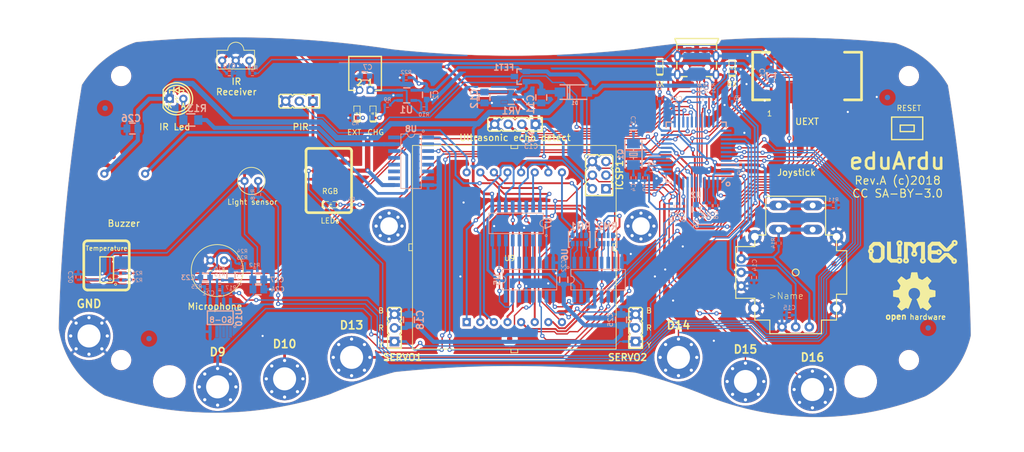
<source format=kicad_pcb>
(kicad_pcb (version 20221018) (generator pcbnew)
  (layers (0 "F.Cu" signal) (31 "B.Cu" signal) (34 "B.Paste" user) (35 "F.Paste" user) (36 "B.SilkS" user "B.Silkscreen") (37 "F.SilkS" user "F.Silkscreen") (38 "B.Mask" user) (39 "F.Mask" user) (44 "Edge.Cuts" user))
  (net 0 "")
  (net 1 "Net-(BAT_CON1-Pad1)")
  (net 2 "LEDMVDD")
  (net 3 "+3.3VD")
  (net 4 "/VBUS")
  (net 5 "Net-(C3-Pad2)")
  (net 6 "Net-(C4-Pad2)")
  (net 7 "/AREF")
  (net 8 "Net-(C6-Pad1)")
  (net 9 "/A1")
  (net 10 "/A0")
  (net 11 "Net-(C16-Pad2)")
  (net 12 "/A3")
  (net 13 "LEDMDATA")
  (net 14 "LEDMSCK")
  (net 15 "/MISO")
  (net 16 "/HWB")
  (net 17 "Net-(JS1-Pad8)")
  (net 18 "Net-(LED1-Pad1)")
  (net 19 "Net-(LED2-Pad1)")
  (net 20 "Net-(LED3-Pad1)")
  (net 21 "Net-(LED4-Pad2)")
  (net 22 "Net-(LED5-Pad4)")
  (net 23 "/A4")
  (net 24 "/RGBO")
  (net 25 "Net-(LED6-Pad1)")
  (net 26 "Net-(LED7-Pad1)")
  (net 27 "/RXLED")
  (net 28 "/TXLED")
  (net 29 "/D12")
  (net 30 "/D_N")
  (net 31 "/USB_N")
  (net 32 "/D_P")
  (net 33 "/USB_P")
  (net 34 "/D5")
  (net 35 "Net-(R9-Pad1)")
  (net 36 "Net-(R10-Pad2)")
  (net 37 "Net-(R19-Pad2)")
  (net 38 "/D7")
  (net 39 "/D2")
  (net 40 "/D3")
  (net 41 "/D9")
  (net 42 "/D10")
  (net 43 "LEDMLATCH")
  (net 44 "/D0")
  (net 45 "/D1")
  (net 46 "/D4")
  (net 47 "/D8")
  (net 48 "/D13")
  (net 49 "/A2")
  (net 50 "Net-(U4-Pad3)")
  (net 51 "Net-(USB1-Pad4)")
  (net 52 "BUZZER")
  (net 53 "RESET")
  (net 54 "IRLED")
  (net 55 "D6")
  (net 56 "IRTX")
  (net 57 "Net-(U5-Pad15)")
  (net 58 "Net-(U5-Pad9)")
  (net 59 "Net-(U5-Pad7)")
  (net 60 "Net-(U5-Pad6)")
  (net 61 "Net-(U5-Pad5)")
  (net 62 "Net-(U5-Pad4)")
  (net 63 "Net-(U5-Pad3)")
  (net 64 "Net-(U5-Pad2)")
  (net 65 "Net-(U5-Pad1)")
  (net 66 "Net-(U6-Pad9)")
  (net 67 "/Led Matrice 8x8/C1")
  (net 68 "/Led Matrice 8x8/C2")
  (net 69 "/Led Matrice 8x8/C3")
  (net 70 "/Led Matrice 8x8/C4")
  (net 71 "/Led Matrice 8x8/C5")
  (net 72 "/Led Matrice 8x8/C6")
  (net 73 "/Led Matrice 8x8/C7")
  (net 74 "/Led Matrice 8x8/C8")
  (net 75 "Net-(U8-Pad13)")
  (net 76 "Net-(U8-Pad12)")
  (net 77 "Net-(U8-Pad11)")
  (net 78 "Net-(U8-Pad10)")
  (net 79 "Net-(U8-Pad7)")
  (net 80 "Net-(U8-Pad6)")
  (net 81 "Net-(U8-Pad5)")
  (net 82 "Net-(U8-Pad4)")
  (net 83 "/Led Matrice 8x8/R2")
  (net 84 "/Led Matrice 8x8/R4")
  (net 85 "/Led Matrice 8x8/R1")
  (net 86 "/Led Matrice 8x8/R3")
  (net 87 "/Led Matrice 8x8/R6")
  (net 88 "/Led Matrice 8x8/R8")
  (net 89 "/Led Matrice 8x8/R7")
  (net 90 "/Led Matrice 8x8/R5")
  (net 91 "Net-(RM1-Pad3)")
  (net 92 "Net-(RM1-Pad2)")
  (net 93 "Net-(RM1-Pad4)")
  (net 94 "Net-(RM1-Pad1)")
  (net 95 "Net-(RM2-Pad3)")
  (net 96 "Net-(RM2-Pad2)")
  (net 97 "Net-(RM2-Pad4)")
  (net 98 "Net-(RM2-Pad1)")
  (net 99 "Net-(C16-Pad1)")
  (net 100 "Net-(C17-Pad2)")
  (net 101 "Net-(C21-Pad2)")
  (net 102 "Net-(C21-Pad1)")
  (net 103 "Net-(C23-Pad1)")
  (net 104 "GND")
  (footprint "OLIMEX_Connectors-FP:LIPO_BAT-CON2DW02R" (layer "F.Cu") (at 101.5 24.5 180)
    (fp_text reference "BAT_CON1" hide)
    (fp_text value "LiPo 3.7V")
  )
  (footprint "OLIMEX_Devices-FP:BUZZER-PB1240" (layer "F.Cu") (at 56.67 43.23)
    (fp_text reference "BUZ1" hide)
    (fp_text value "Buzzer")
  )
  (footprint "OLIMEX_Connectors-FP:HN2x3" (layer "F.Cu") (at 145.2 43.5 90)
    (fp_text reference "ICSP1")
    (fp_text value "BH06S")
  )
  (footprint "OLIMEX_Buttons-FP:JOYSTICK" (layer "F.Cu") (at 181.87 61.65)
    (fp_text reference "JS1" hide)
    (fp_text value "JOYSTICK" hide)
  )
  (footprint "OLIMEX_LEDs-FP:LED-5mm-PTH-AK" (layer "F.Cu") (at 66.34 29.24 180)
    (fp_text reference "LED7" hide)
    (fp_text value "IR333")
  )
  (footprint "OLIMEX_Other-FP:MIC" (layer "F.Cu") (at 73.93 61.3)
    (fp_text reference "MK1" hide)
    (fp_text value "Mic")
  )
  (footprint "OLIMEX_Connectors-FP:HN1x3" (layer "F.Cu") (at 89.25 29.7 180)
    (fp_text reference "PIR1" hide)
    (fp_text value "PIR-SB321")
  )
  (footprint "OLIMEX_Connectors-FP:HN1x3" (layer "F.Cu") (at 107 72 90)
    (fp_text reference "SERVO1")
    (fp_text value "CON3")
  )
  (footprint "OLIMEX_Connectors-FP:HN1x3" (layer "F.Cu") (at 152 72 90)
    (fp_text reference "SERVO2")
    (fp_text value "CON3")
  )
  (footprint "OLIMEX_Buttons-FP:T1107A(6x3,8x2,5MM)" (layer "F.Cu") (at 202.68 34.76 180)
    (fp_text reference "SW1" hide)
    (fp_text value "T1107A(6x3,8x2,5MM)")
  )
  (footprint "OLIMEX_IC-FP:RPM7236-H8-V" (layer "F.Cu") (at 77.39 22.19 180)
    (fp_text reference "U3" hide)
    (fp_text value "RPM7236-H8")
  )
  (footprint "OLIMEX_Connectors-FP:UEXTM-SMD" (layer "F.Cu") (at 184 25 180)
    (fp_text reference "UEXT1" hide)
    (fp_text value "BH10S")
  )
  (footprint "OLIMEX_Connectors-FP:USB-MICRO_MISB-SWMM-5B_LF" (layer "F.Cu") (at 163.4 21.5 90)
    (fp_text reference "USB1" hide)
    (fp_text value "USB-MICRO")
  )
  (footprint "OLIMEX_Connectors-FP:USONIC-PING" (layer "F.Cu") (at 129.5 34 180)
    (fp_text reference "USON1" hide)
    (fp_text value "SNS-US2020")
  )
  (footprint "OLIMEX_LEDs-FP:GYX1588AB" (layer "F.Cu") (at 129.37 56.95)
    (fp_text reference "U9")
    (fp_text value "GYX1588AB-RESCUE-BADGE-LED8x8_Rev.A")
  )
  (footprint "OLIMEX_LEDs-FP:LED_0603_KA" (layer "F.Cu") (at 170 23.5 90)
    (fp_text reference "LED1" hide)
    (fp_text value "yellow")
  )
  (footprint "OLIMEX_LEDs-FP:LED_0603_KA" (layer "F.Cu") (at 156.5 23.262 90)
    (fp_text reference "LED2" hide)
    (fp_text value "green")
  )
  (footprint "OLIMEX_LEDs-FP:LED_0603_KA" (layer "F.Cu") (at 100 32 90)
    (fp_text reference "LED3" hide)
    (fp_text value "green")
  )
  (footprint "OLIMEX_LEDs-FP:LED_0603_KA" (layer "F.Cu") (at 95.09 49)
    (fp_text reference "LED4" hide)
    (fp_text value "yellow")
  )
  (footprint "OLIMEX_LEDs-FP:WS2812_NO_SILK" (layer "F.Cu") (at 94.89 42.66)
    (fp_text reference "LED5")
    (fp_text value "WS2812S")
  )
  (footprint "OLIMEX_LEDs-FP:LED_0603_KA" (layer "F.Cu") (at 103 32 90)
    (fp_text reference "LED6" hide)
    (fp_text value "yellow")
  )
  (footprint "OLIMEX_IC-FP:SO-8" (layer "F.Cu") (at 53.305566 61.136369 90)
    (fp_text reference "U4" hide)
    (fp_text value "TCN75")
  )
  (footprint "OLIMEX_RLC-FP:R_PHOTO" (layer "F.Cu") (at 80.3 44.58)
    (fp_text reference "R7" hide)
    (fp_text value "R_PHOTO")
  )
  (footprint "OLIMEX_Other-FP:NPTH_2.7mm" (layer "F.Cu") (at 194 82)
    (fp_text reference "MountingHole" hide)
    (fp_text value "NPTH_2.7mm" hide)
  )
  (footprint "OLIMEX_Other-FP:NPTH_2.7mm" (layer "F.Cu") (at 65 82)
    (fp_text reference "MountingHole" hide)
    (fp_text value "NPTH_2.7mm" hide)
  )
  (footprint "OLIMEX_Other-FP:NPTH_2.7mm" (layer "F.Cu") (at 56 25)
    (fp_text reference "MountingHole" hide)
    (fp_text value "NPTH_2.7mm" hide)
  )
  (footprint "OLIMEX_Other-FP:NPTH_2.7mm" (layer "F.Cu") (at 203 25)
    (fp_text reference "MountingHole" hide)
    (fp_text value "NPTH_2.7mm" hide)
  )
  (footprint "OLIMEX_Other-FP:NPTH_2.7mm" (layer "F.Cu") (at 203 78)
    (fp_text reference "MountingHole" hide)
    (fp_text value "NPTH_2.7mm" hide)
  )
  (footprint "OLIMEX_Other-FP:NPTH_2.7mm" (layer "F.Cu") (at 56 78)
    (fp_text reference "MountingHole" hide)
    (fp_text value "NPTH_2.7mm" hide)
  )
  (footprint "OLIMEX_LOGOs-FP:OLIMEX_LOGO_TB" (layer "F.Cu") (at 203.9 57.8)
    (fp_text reference "" hide)
    (fp_text value "" hide)
  )
  (footprint "OLIMEX_Other-FP:Mounting_hole_Shield_3.3mm" (layer "F.Cu") (at 153 53)
    (fp_text reference "MountingHoleShield**" hide)
    (fp_text value "Mounting_hole_Shield_3.3mm" hide)
  )
  (footprint "OLIMEX_Other-FP:Mounting_hole_Shield_3.3mm" (layer "F.Cu") (at 106 53)
    (fp_text reference "MountingHoleShield**" hide)
    (fp_text value "Mounting_hole_Shield_3.3mm" hide)
  )
  (footprint "OLIMEX_Other-FP:Fiducial1x3_transp" (layer "F.Cu") (at 54.5 40)
    (fp_text reference "Ref*" hide)
    (fp_text value "Val**" hide)
  )
  (footprint "OLIMEX_Other-FP:Fiducial1x3_transp" (layer "F.Cu") (at 128.5 74)
    (fp_text reference "Ref*" hide)
    (fp_text value "Val**" hide)
  )
  (footprint "OLIMEX_Other-FP:Fiducial1x3_transp" (layer "F.Cu") (at 189 60)
    (fp_text reference "Ref*" hide)
    (fp_text value "Val**" hide)
  )
  (footprint "OLIMEX_Other-FP:Fiducial1x3_transp" (layer "F.Cu") (at 192 25)
    (fp_text reference "Ref*" hide)
    (fp_text value "Val**" hide)
  )
  (footprint "OLIMEX_Other-FP:Mounting_hole_Shield_4.3mm" (layer "F.Cu") (at 74 83)
    (fp_text reference "CC1" hide)
    (fp_text value "TESTPAD" hide)
  )
  (footprint "OLIMEX_Other-FP:Mounting_hole_Shield_4.3mm" (layer "F.Cu") (at 86.5 81.5)
    (fp_text reference "CC2" hide)
    (fp_text value "TESTPAD" hide)
  )
  (footprint "OLIMEX_Other-FP:Mounting_hole_Shield_4.3mm" (layer "F.Cu") (at 99 77.5)
    (fp_text reference "CC3" hide)
    (fp_text value "TESTPAD" hide)
  )
  (footprint "OLIMEX_Other-FP:Mounting_hole_Shield_4.3mm" (layer "F.Cu") (at 50 73.5)
    (fp_text reference "CC4" hide)
    (fp_text value "TESTPAD" hide)
  )
  (footprint "OLIMEX_Other-FP:Mounting_hole_Shield_4.3mm" (layer "F.Cu") (at 172.5 82)
    (fp_text reference "CC5" hide)
    (fp_text value "TESTPAD" hide)
  )
  (footprint "OLIMEX_Other-FP:Mounting_hole_Shield_4.3mm" (layer "F.Cu") (at 185 83.5)
    (fp_text reference "CC6" hide)
    (fp_text value "TESTPAD" hide)
  )
  (footprint "OLIMEX_Other-FP:Mounting_hole_Shield_4.3mm" (layer "F.Cu") (at 160 77.5)
    (fp_text reference "CC7" hide)
    (fp_text value "TESTPAD" hide)
  )
  (footprint "OLIMEX_LOGOs-FP:LOGO_OPENHARDWARE_8x8" (layer "F.Cu") (at 204 65.7)
    (fp_text reference "" hide)
    (fp_text value "" hide)
  )
  (footprint "OLIMEX_Crystal-FP:HCX-4S_2Pins_5.0x3.2mm" (layer "B.Cu") (at 151.6 39.6 -90)
    (fp_text reference "Q1")
    (fp_text value "16.000MHz/SMD5x3.2/12pF")
  )
  (footprint "OLIMEX_IC-FP:TQFP44" (layer "B.Cu") (at 163.3 39.2 180)
    (fp_text reference "U2")
    (fp_text value "ATmega32U4-AU")
  )
  (footprint "OLIMEX_RLC-FP:C_0603_5MIL_DWS" (layer "B.Cu") (at 138.6 63 90)
    (fp_text reference "C22")
    (fp_text value "1uF")
  )
  (footprint "OLIMEX_RLC-FP:RA1206_(4X0603)_4B8_mine" (layer "B.Cu") (at 141.5 55.5 180)
    (fp_text reference "RM1")
    (fp_text value "RA1206_(4x0603)_4B8_22R")
  )
  (footprint "OLIMEX_RLC-FP:RA1206_(4X0603)_4B8_mine" (layer "B.Cu") (at 146.5 55.5 180)
    (fp_text reference "RM2")
    (fp_text value "RA1206_(4x0603)_4B8_22R")
  )
  (footprint "OLIMEX_IC-FP:SO-16" (layer "B.Cu") (at 132.2 63)
    (fp_text reference "U5")
    (fp_text value "74HC595")
  )
  (footprint "OLIMEX_IC-FP:SO-16" (layer "B.Cu") (at 145 63)
    (fp_text reference "U6")
    (fp_text value "74HC595")
  )
  (footprint "OLIMEX_IC-FP:SO-16" (layer "B.Cu") (at 129.7 52.5 180)
    (fp_text reference "U7")
    (fp_text value "ULN2003AD")
  )
  (footprint "OLIMEX_IC-FP:SO-16" (layer "B.Cu") (at 110.1 40.9 -90)
    (fp_text reference "U8")
    (fp_text value "ULN2003AD")
  )
  (footprint "OLIMEX_RLC-FP:C_0603_5MIL_DWS" (layer "B.Cu") (at 177.3 24.9 -90)
    (fp_text reference "C1")
    (fp_text value "1uF")
  )
  (footprint "OLIMEX_RLC-FP:C_0603_5MIL_DWS" (layer "B.Cu") (at 113 28.5 -90)
    (fp_text reference "C2")
    (fp_text value "2.2uF")
  )
  (footprint "OLIMEX_RLC-FP:C_0402_5MIL_DWS" (layer "B.Cu") (at 151.6 35.2 -90)
    (fp_text reference "C3")
    (fp_text value "20pF")
  )
  (footprint "OLIMEX_RLC-FP:C_0402_5MIL_DWS" (layer "B.Cu") (at 151.6 44 90)
    (fp_text reference "C4")
    (fp_text value "20pF")
  )
  (footprint "OLIMEX_RLC-FP:C_0402_5MIL_DWS" (layer "B.Cu") (at 171.6 41.6)
    (fp_text reference "C5")
    (fp_text value "100nF")
  )
  (footprint "OLIMEX_RLC-FP:C_0603_5MIL_DWS" (layer "B.Cu") (at 163.3 49.9 -90)
    (fp_text reference "C6")
    (fp_text value "1uF")
  )
  (footprint "OLIMEX_RLC-FP:C_0603_5MIL_DWS" (layer "B.Cu") (at 101.5 25 180)
    (fp_text reference "C7")
    (fp_text value "2.2uF")
  )
  (footprint "OLIMEX_RLC-FP:C_0402_5MIL_DWS" (layer "B.Cu") (at 166.9 49.2 -90)
    (fp_text reference "C8")
    (fp_text value "100nF")
  )
  (footprint "OLIMEX_RLC-FP:C_0402_5MIL_DWS" (layer "B.Cu") (at 153.8 44 -90)
    (fp_text reference "C9")
    (fp_text value "100nF")
  )
  (footprint "OLIMEX_RLC-FP:C_0402_5MIL_DWS" (layer "B.Cu") (at 159.6 30.6 180)
    (fp_text reference "C10")
    (fp_text value "100nF")
  )
  (footprint "OLIMEX_RLC-FP:C_0805_5MIL_DWS" (layer "B.Cu") (at 134.4 29 -90)
    (fp_text reference "C11")
    (fp_text value "47uF")
  )
  (footprint "OLIMEX_RLC-FP:C_0805_5MIL_DWS" (layer "B.Cu") (at 123.8 29 -90)
    (fp_text reference "C12")
    (fp_text value "47uF")
  )
  (footprint "OLIMEX_RLC-FP:C_0603_5MIL_DWS" (layer "B.Cu") (at 132.5 36.4 180)
    (fp_text reference "C13")
    (fp_text value "1uF")
  )
  (footprint "OLIMEX_RLC-FP:C_0402_5MIL_DWS" (layer "B.Cu") (at 174.1 62.6 -90)
    (fp_text reference "C14")
    (fp_text value "100uF")
  )
  (footprint "OLIMEX_RLC-FP:C_0402_5MIL_DWS" (layer "B.Cu") (at 180.7 69.6 180)
    (fp_text reference "C15")
    (fp_text value "100uF")
  )
  (footprint "OLIMEX_RLC-FP:C_0603_5MIL_DWS" (layer "B.Cu") (at 76.5 62.2 90)
    (fp_text reference "C16")
    (fp_text value "1uF")
  )
  (footprint "OLIMEX_RLC-FP:C_0805_5MIL_DWS" (layer "B.Cu") (at 81.6 63 180)
    (fp_text reference "C17")
    (fp_text value "47uF")
  )
  (footprint "OLIMEX_RLC-FP:C_0805_5MIL_DWS" (layer "B.Cu") (at 109.7 70.5 -90)
    (fp_text reference "C18")
    (fp_text value "47uF")
  )
  (footprint "OLIMEX_RLC-FP:C_0402_5MIL_DWS" (layer "B.Cu") (at 76.2 24.5 180)
    (fp_text reference "C19")
    (fp_text value "100nF")
  )
  (footprint "OLIMEX_RLC-FP:C_0402_5MIL_DWS" (layer "B.Cu") (at 48 62.5 -90)
    (fp_text reference "C20")
    (fp_text value "100nF")
  )
  (footprint "OLIMEX_RLC-FP:C_0402_5MIL_DWS" (layer "B.Cu") (at 74.4 65.5)
    (fp_text reference "C21")
    (fp_text value "47pF")
  )
  (footprint "OLIMEX_Diodes-FP:SMA-KA" (layer "B.Cu") (at 140.4 28)
    (fp_text reference "D1")
    (fp_text value "SS14")
  )
  (footprint "OLIMEX_Transistors-FP:SOT23" (layer "B.Cu") (at 130.5 25.1)
    (fp_text reference "FET1")
    (fp_text value "IRML6402")
  )
  (footprint "OLIMEX_RLC-FP:R_0402_5MIL_DWS" (layer "B.Cu") (at 170 29.2 90)
    (fp_text reference "R1")
    (fp_text value "2K")
  )
  (footprint "OLIMEX_RLC-FP:R_0402_5MIL_DWS" (layer "B.Cu") (at 156.5 29.2 90)
    (fp_text reference "R2")
    (fp_text value "2K")
  )
  (footprint "OLIMEX_RLC-FP:R_0402_5MIL_DWS" (layer "B.Cu") (at 99.7 32.8)
    (fp_text reference "R3")
    (fp_text value "2K")
  )
  (footprint "OLIMEX_RLC-FP:R_0402_5MIL_DWS" (layer "B.Cu") (at 99 49 180)
    (fp_text reference "R4")
    (fp_text value "2K")
  )
  (footprint "OLIMEX_RLC-FP:R_0402_5MIL_DWS" (layer "B.Cu") (at 165.8 49.2 -90)
    (fp_text reference "R5")
    (fp_text value "22R")
  )
  (footprint "OLIMEX_RLC-FP:R_0402_5MIL_DWS" (layer "B.Cu") (at 164.7 49.2 -90)
    (fp_text reference "R6")
    (fp_text value "22R")
  )
  (footprint "OLIMEX_RLC-FP:R_0402_5MIL_DWS" (layer "B.Cu") (at 154.9 42.4 180)
    (fp_text reference "R8")
    (fp_text value "10K")
  )
  (footprint "OLIMEX_RLC-FP:R_0402_5MIL_DWS" (layer "B.Cu") (at 105.7 30.4 180)
    (fp_text reference "R9")
    (fp_text value "2K")
  )
  (footprint "OLIMEX_RLC-FP:R_0402_5MIL_DWS" (layer "B.Cu") (at 112.5 31.2 180)
    (fp_text reference "R10")
    (fp_text value "10K")
  )
  (footprint "OLIMEX_RLC-FP:R_0402_5MIL_DWS" (layer "B.Cu") (at 188.9 49.1 180)
    (fp_text reference "R11")
    (fp_text value "10K")
  )
  (footprint "OLIMEX_RLC-FP:R_0402_5MIL_DWS" (layer "B.Cu") (at 80.9 61.3)
    (fp_text reference "R12")
    (fp_text value "22R")
  )
  (footprint "OLIMEX_RLC-FP:R_1206_5MIL_DWS" (layer "B.Cu") (at 69 33.2 180)
    (fp_text reference "R13")
    (fp_text value "6.8R")
  )
  (footprint "OLIMEX_RLC-FP:R_0402_5MIL_DWS" (layer "B.Cu") (at 178.7 56.2 -90)
    (fp_text reference "R14")
    (fp_text value "100R")
  )
  (footprint "OLIMEX_RLC-FP:R_0402_5MIL_DWS" (layer "B.Cu") (at 80.5 24.5 180)
    (fp_text reference "R19")
    (fp_text value "100R")
  )
  (footprint "OLIMEX_RLC-FP:R_0402_5MIL_DWS" (layer "B.Cu") (at 55.908 63.1 180)
    (fp_text reference "R20")
    (fp_text value "10K")
  )
  (footprint "OLIMEX_RLC-FP:R_0402_5MIL_DWS" (layer "B.Cu") (at 55.9 61.8 180)
    (fp_text reference "R21")
    (fp_text value "10K")
  )
  (footprint "OLIMEX_RLC-FP:R_0402_5MIL_DWS" (layer "B.Cu") (at 109.2 25.3 180)
    (fp_text reference "R22")
    (fp_text value "10K")
  )
  (footprint "OLIMEX_RLC-FP:R_0402_5MIL_DWS" (layer "B.Cu") (at 78.6 61.3 180)
    (fp_text reference "R23")
    (fp_text value "2K")
  )
  (footprint "OLIMEX_RLC-FP:R_0402_5MIL_DWS" (layer "B.Cu") (at 78.6 60 180)
    (fp_text reference "R24")
    (fp_text value "10K")
  )
  (footprint "OLIMEX_RLC-FP:R_0402_5MIL_DWS" (layer "B.Cu") (at 72.1 64.3 180)
    (fp_text reference "R25")
    (fp_text value "10K")
  )
  (footprint "OLIMEX_Regulators-FP:SOT-23-5" (layer "B.Cu") (at 109.3 28.6 180)
    (fp_text reference "U1")
    (fp_text value "BL4054B-42TPRN(SOT23-5)")
  )
  (footprint "OLIMEX_Regulators-FP:SOT-23-5" (layer "B.Cu") (at 128.8 28.9)
    (fp_text reference "VR1")
    (fp_text value "AP1231-3.3V")
  )
  (footprint "OLIMEX_RLC-FP:R_0402_5MIL_DWS" (layer "B.Cu") (at 74.4 63.1)
    (fp_text reference "R15")
    (fp_text value "1K")
  )
  (footprint "OLIMEX_RLC-FP:R_0402_5MIL_DWS" (layer "B.Cu") (at 74.392 64.3 180)
    (fp_text reference "R16")
    (fp_text value "100K")
  )
  (footprint "OLIMEX_RLC-FP:R_0402_5MIL_DWS" (layer "B.Cu") (at 76.5 65.5 180)
    (fp_text reference "R17")
    (fp_text value "100R")
  )
  (footprint "OLIMEX_RLC-FP:R_0402_5MIL_DWS" (layer "B.Cu") (at 81.6 47.1 -90)
    (fp_text reference "R18")
    (fp_text value "10K")
  )
  (footprint "OLIMEX_IC-FP:SO-8" (layer "B.Cu") (at 74.5 70.1 180)
    (fp_text reference "U10")
    (fp_text value "LM358")
  )
  (footprint "OLIMEX_RLC-FP:C_0603_5MIL_DWS" (layer "B.Cu") (at 71.7 62.6 180)
    (fp_text reference "C23")
    (fp_text value "1uF")
  )
  (footprint "OLIMEX_RLC-FP:C_0805_5MIL_DWS" (layer "B.Cu") (at 81.6 64.8 180)
    (fp_text reference "C24")
    (fp_text value "47uF")
  )
  (footprint "OLIMEX_RLC-FP:R_0402_5MIL_DWS" (layer "B.Cu") (at 160.9 49.3 90)
    (fp_text reference "R26")
    (fp_text value "10M")
  )
  (footprint "OLIMEX_RLC-FP:R_0402_5MIL_DWS" (layer "B.Cu") (at 159.8 49.3 90)
    (fp_text reference "R27")
    (fp_text value "10M")
  )
  (footprint "OLIMEX_RLC-FP:R_0402_5MIL_DWS" (layer "B.Cu") (at 158.7 49.3 90)
    (fp_text reference "R28")
    (fp_text value "10M")
  )
  (footprint "OLIMEX_RLC-FP:R_0402_5MIL_DWS" (layer "B.Cu") (at 164 29.4 -90)
    (fp_text reference "R29")
    (fp_text value "10M")
  )
  (footprint "OLIMEX_RLC-FP:R_0402_5MIL_DWS" (layer "B.Cu") (at 165.1 29.4 -90)
    (fp_text reference "R30")
    (fp_text value "10M")
  )
  (footprint "OLIMEX_RLC-FP:R_0402_5MIL_DWS" (layer "B.Cu") (at 166.5 29.4 -90)
    (fp_text reference "R31")
    (fp_text value "10M")
  )
  (footprint "OLIMEX_RLC-FP:C_0805_5MIL_DWS" (layer "B.Cu") (at 149.3 70.5 90)
    (fp_text reference "C25")
    (fp_text value "47uF")
  )
  (footprint "OLIMEX_RLC-FP:C_0805_5MIL_DWS" (layer "B.Cu") (at 58.1 34.8 180)
    (fp_text reference "C26")
    (fp_text value "47uF")
  )
  (footprint "OLIMEX_Other-FP:Fiducial1x3_transp" (layer "B.Cu") (at 53 31)
    (fp_text reference "Ref*" hide)
    (fp_text value "Val**" hide)
  )
  (footprint "OLIMEX_Other-FP:Fiducial1x3_transp" (layer "B.Cu") (at 61.2 74)
    (fp_text reference "Ref*" hide)
    (fp_text value "Val**" hide)
  )
  (footprint "OLIMEX_Other-FP:Fiducial1x3_transp" (layer "B.Cu") (at 206.6 72)
    (fp_text reference "Ref*" hide)
    (fp_text value "Val**" hide)
  )
  (footprint "OLIMEX_Other-FP:Fiducial1x3_transp" (layer "B.Cu") (at 199 29)
    (fp_text reference "Ref*" hide)
    (fp_text value "Val**" hide)
  )
  (gr_arc (start 90.5 39) (mid 90.646447 38.646447) (end 91 38.5) (stroke (width 0.5)) (layer "F.SilkS"))
  (gr_line (start 49.02757 56.448251) (end 49.02757 64.226425) (stroke (width 0.5)) (layer "F.SilkS"))
  (gr_line (start 90.5 39) (end 90.5 50) (stroke (width 0.5)) (layer "F.SilkS"))
  (gr_line (start 99 39) (end 99 50) (stroke (width 0.5)) (layer "F.SilkS"))
  (gr_arc (start 98.5 38.5) (mid 98.853553 38.646447) (end 99 39) (stroke (width 0.5)) (layer "F.SilkS"))
  (gr_arc (start 49.027571 56.448251) (mid 49.234678 55.948252) (end 49.734677 55.741145) (stroke (width 0.5)) (layer "F.SilkS"))
  (gr_line (start 98.5 50.5) (end 91 50.5) (stroke (width 0.5)) (layer "F.SilkS"))
  (gr_line (start 91 38.5) (end 98.5 38.5) (stroke (width 0.5)) (layer "F.SilkS"))
  (gr_line (start 49.734677 55.741144) (end 56.805745 55.741144) (stroke (width 0.5)) (layer "F.SilkS"))
  (gr_arc (start 56.805745 55.741146) (mid 57.305744 55.948252) (end 57.51285 56.448251) (stroke (width 0.5)) (layer "F.SilkS"))
  (gr_arc (start 99 50) (mid 98.853553 50.353553) (end 98.5 50.5) (stroke (width 0.5)) (layer "F.SilkS"))
  (gr_line (start 57.512851 56.448251) (end 57.512851 64.226425) (stroke (width 0.5)) (layer "F.SilkS"))
  (gr_line (start 56.805745 64.933532) (end 49.734677 64.933532) (stroke (width 0.5)) (layer "F.SilkS"))
  (gr_arc (start 49.734677 64.933531) (mid 49.234678 64.726424) (end 49.027571 64.226425) (stroke (width 0.5)) (layer "F.SilkS"))
  (gr_arc (start 57.512851 64.226425) (mid 57.305744 64.726424) (end 56.805745 64.933531) (stroke (width 0.5)) (layer "F.SilkS"))
  (gr_arc (start 91 50.5) (mid 90.646447 50.353553) (end 90.5 50) (stroke (width 0.5)) (layer "F.SilkS"))
  (gr_arc (start 107.108051 80.24106) (mid 129.502476 79.11844) (end 151.891274 80.348173) (stroke (width 0.05)) (layer "Edge.Cuts"))
  (gr_arc (start 94.973408 84.384299) (mid 100.967545 82.098339) (end 107.108051 80.24106) (stroke (width 0.05)) (layer "Edge.Cuts"))
  (gr_arc (start 94.973408 84.384299) (mid 73.945697 87.837855) (end 52.882524 84.607613) (stroke (width 0.05)) (layer "Edge.Cuts"))
  (gr_arc (start 52.882524 84.607613) (mid 47.158486 79.332711) (end 44.332617 72.079873) (stroke (width 0.05)) (layer "Edge.Cuts"))
  (gr_arc (start 44.332617 72.079873) (mid 45.712205 49.295186) (end 48.663943 26.660424) (stroke (width 0.05)) (layer "Edge.Cuts"))
  (gr_arc (start 48.663943 26.660424) (mid 53.012353 21.807737) (end 58.719789 18.664104) (stroke (width 0.05)) (layer "Edge.Cuts"))
  (gr_arc (start 58.720153 18.661587) (mid 82.777847 17.853802) (end 106.750772 20.027289) (stroke (width 0.05)) (layer "Edge.Cuts"))
  (gr_arc (start 168.001629 18.225246) (mid 184.281729 17.8588) (end 200.535343 18.856779) (stroke (width 0.05)) (layer "Edge.Cuts"))
  (gr_arc (start 210.295501 26.726287) (mid 213.262357 49.975905) (end 214.566644 73.377739) (stroke (width 0.05)) (layer "Edge.Cuts"))
  (gr_arc (start 214.566644 73.377739) (mid 211.584761 79.958596) (end 206.16629 84.737663) (stroke (width 0.05)) (layer "Edge.Cuts"))
  (gr_line (start 159.2 19) (end 167.5 19) (stroke (width 0.05)) (layer "Edge.Cuts"))
  (gr_arc (start 206.16629 84.737663) (mid 185.080679 88.649937) (end 164.095466 84.230698) (stroke (width 0.05)) (layer "Edge.Cuts"))
  (gr_arc (start 151.49 20) (mid 129.121102 21.187832) (end 106.750772 20.027289) (stroke (width 0.05)) (layer "Edge.Cuts"))
  (gr_line (start 167.5 19) (end 168 18.2) (stroke (width 0.05)) (layer "Edge.Cuts"))
  (gr_arc (start 200.535343 18.856779) (mid 206.147349 21.88376) (end 210.295501 26.726287) (stroke (width 0.05)) (layer "Edge.Cuts"))
  (gr_arc (start 151.500846 20.005598) (mid 155.3454 19.464338) (end 159.2 19) (stroke (width 0.05)) (layer "Edge.Cuts"))
  (gr_arc (start 151.891274 80.348173) (mid 158.062684 82.071557) (end 164.095466 84.230698) (stroke (width 0.05)) (layer "Edge.Cuts"))
  (gr_text "B\n\nR\n\nY" (at 104.5 72) (layer "F.SilkS") (effects (font (size 1 1))))
  (gr_text "D9" (at 74 76.5) (layer "F.SilkS") (effects (font (size 1.5 1.5) (thickness 0.3))))
  (gr_text "D10" (at 86.5 75) (layer "F.SilkS") (effects (font (size 1.5 1.5) (thickness 0.3))))
  (gr_text "D13" (at 99 71.5) (layer "F.SilkS") (effects (font (size 1.5 1.5) (thickness 0.3))))
  (gr_text "D14" (at 160 71.5) (layer "F.SilkS") (effects (font (size 1.5 1.5) (thickness 0.3))))
  (gr_text "D15" (at 172.5 76) (layer "F.SilkS") (effects (font (size 1.5 1.5) (thickness 0.3))))
  (gr_text "D16" (at 185 77.5) (layer "F.SilkS") (effects (font (size 1.5 1.5) (thickness 0.3))))
  (gr_text "RGB" (at 95 46.5) (layer "F.SilkS") (effects (font (size 1 1))))
  (gr_text "LEDs" (at 95 52) (layer "F.SilkS") (effects (font (size 1 1))))
  (gr_text "1" (at 177 32) (layer "F.SilkS") (effects (font (size 1 1))))
  (gr_text "eduArdu" (at 200.8 40.9) (layer "F.SilkS") (effects (font (size 3 3) (thickness 0.5))))
  (gr_text "Joystick" (at 182 43) (layer "F.SilkS") (effects (font (size 1.2 1.2) (thickness 0.2))))
  (gr_text "Light sensor" (at 80.5 48.5) (layer "F.SilkS") (effects (font (size 1 1))))
  (gr_text "RX" (at 170 26.5) (layer "F.SilkS") (effects (font (size 1 1))))
  (gr_text "EXT" (at 99.5 35.5) (layer "F.SilkS") (effects (font (size 1 1))))
  (gr_text "B\n\nR\n\nY" (at 154.5 72) (layer "F.SilkS") (effects (font (size 1 1))))
  (gr_text "Buzzer" (at 56.5 52.5) (layer "F.SilkS") (effects (font (size 1.2 1.2) (thickness 0.2))))
  (gr_text "TX" (at 156.5 26.5) (layer "F.SilkS") (effects (font (size 1 1))))
  (gr_text "IR Led" (at 66 34.5) (layer "F.SilkS") (effects (font (size 1.2 1.2) (thickness 0.2))))
  (gr_text "IR\nReceiver" (at 77.5 27) (layer "F.SilkS") (effects (font (size 1.2 1.2) (thickness 0.2))))
  (gr_text "CHG" (at 103.5 35.5) (layer "F.SilkS") (effects (font (size 1 1))))
  (gr_text "Temperature" (at 53.270211 57.155358) (layer "F.SilkS") (effects (font (size 0.85 0.85))))
  (gr_text "RESET" (at 203 31) (layer "F.SilkS") (effects (font (size 1 1))))
  (gr_text "Microphone" (at 73.5 68) (layer "F.SilkS") (effects (font (size 1.2 1.2) (thickness 0.2))))
  (gr_text "UEXT" (at 184 33.5) (layer "F.SilkS") (effects (font (size 1.2 1.2) (thickness 0.2))))
  (gr_text "PIR" (at 89.5 34.5) (layer "F.SilkS") (effects (font (size 1.2 1.2) (thickness 0.2))))
  (gr_text "GND" (at 50 67.5) (layer "F.SilkS") (effects (font (size 1.5 1.5) (thickness 0.3))))
  (gr_text "Rev.A (c)2018\nCC SA-BY-3.0" (at 200.9 45.7) (layer "F.SilkS") (effects (font (size 1.5 1.5) (thickness 0.2))))
  (gr_text "Ultrasonic echo detect" (at 129.5 36.5) (layer "F.SilkS") (effects (font (size 1.2 1.2) (thickness 0.2))))
  (segment (start 111.347759 31.852801) (end 109.3 29.805042) (width 0.3556) (layer "B.Cu") (net 1))
  (segment (start 102.50838 27.65214) (end 107.99786 27.65214) (width 0.508) (layer "B.Cu") (net 1))
  (segment (start 113.560241 31.852801) (end 111.347759 31.852801) (width 0.3556) (layer "B.Cu") (net 1))
  (segment (start 107.99786 27.65214) (end 108 27.65) (width 0.508) (layer "B.Cu") (net 1))
  (segment (start 120.315582 25.09746) (end 113.560241 31.852801) (width 0.3556) (layer "B.Cu") (net 1))
  (segment (start 109.3 29.805042) (end 109.3 27.8) (width 0.3556) (layer "B.Cu") (net 1))
  (segment (start 102.389 25) (end 102.389 27.53276) (width 0.508) (layer "B.Cu") (net 1))
  (segment (start 109.3 27.8) (end 109.15 27.65) (width 0.3556) (layer "B.Cu") (net 1))
  (segment (start 129.39764 25.09746) (end 120.315582 25.09746) (width 0.3556) (layer "B.Cu") (net 1))
  (segment (start 109.15 27.65) (end 108 27.65) (width 0.3556) (layer "B.Cu") (net 1))
  (segment (start 102.389 27.53276) (end 102.50838 27.65214) (width 0.508) (layer "B.Cu") (net 1))
  (segment (start 101.94 42.66) (end 102 42.6) (width 0.762) (layer "F.Cu") (net 2))
  (segment (start 102 36.5) (end 102 42.6) (width 1.016) (layer "F.Cu") (net 2))
  (segment (start 121.7 41.300717) (end 121.7 40.735032) (width 0.508) (layer "F.Cu") (net 2))
  (segment (start 97.34 42.66) (end 101.94 42.66) (width 0.762) (layer "F.Cu") (net 2))
  (segment (start 123.636078 47) (end 121.7 45.063922) (width 0.508) (layer "F.Cu") (net 2))
  (segment (start 125.2 47) (end 123.636078 47) (width 0.508) (layer "F.Cu") (net 2))
  (segment (start 121.7 45.063922) (end 121.7 41.300717) (width 0.508) (layer "F.Cu") (net 2))
  (via (at 102 36.5) (size 0.8) (drill 0.4) (layers "F.Cu" "B.Cu") (net 2))
  (via (at 102 42.6) (size 0.8) (drill 0.4) (layers "F.Cu" "B.Cu") (net 2))
  (via (at 125.2 47) (size 0.8) (drill 0.4) (layers "F.Cu" "B.Cu") (net 2))
  (via (at 121.7 40.735032) (size 0.8) (drill 0.4) (layers "F.Cu" "B.Cu") (net 2))
  (segment (start 59.116 34.8) (end 59.116 36.974) (width 0.762) (layer "B.Cu") (net 2))
  (segment (start 140.555 64.255) (end 140.555 66.175) (width 0.508) (layer "B.Cu") (net 2))
  (segment (start 133.8655 26.0525) (end 134.4 26.587) (width 0.762) (layer "B.Cu") (net 2))
  (segment (start 137.7364 63.889) (end 138.6 63.889) (width 0.508) (layer "B.Cu") (net 2))
  (segment (start 149.3 71.516) (end 151.516 71.516) (width 0.762) (layer "B.Cu") (net 2))
  (segment (start 130.425 29.85) (end 131.975 31.4) (width 0.508) (layer "B.Cu") (net 2))
  (segment (start 130.425 27.95) (end 130.975 27.4) (width 0.508) (layer "B.Cu") (net 2))
  (segment (start 66.132 26.4) (end 65.07 27.462) (width 1.016) (layer "B.Cu") (net 2))
  (segment (start 114.308 74.6) (end 148 74.6) (width 0.762) (layer "B.Cu") (net 2))
  (segment (start 59.116 36.974) (end 52.86 43.23) (width 0.762) (layer "B.Cu") (net 2))
  (segment (start 131.975 31.4) (end 136.1 31.4) (width 0.508) (layer "B.Cu") (net 2))
  (segment (start 137.9 29.6) (end 136.1 31.4) (width 1.016) (layer "B.Cu") (net 2))
  (segment (start 125.255 49.325) (end 125.255 50.933) (width 0.508) (layer "B.Cu") (net 2))
  (segment (start 136.1 31.4) (end 135.7 31.8) (width 1.016) (layer "B.Cu") (net 2))
  (segment (start 126.4 63.2) (end 127.755 63.2) (width 0.508) (layer "B.Cu") (net 2))
  (segment (start 107 72) (end 109.216 72) (width 0.762) (layer "B.Cu") (net 2))
  (segment (start 122.591999 33.908001) (end 121.7 34.8) (width 0.508) (layer "B.Cu") (net 2))
  (segment (start 124.7 31.8) (end 122.591999 33.908001) (width 1.016) (layer "B.Cu") (net 2))
  (segment (start 121.7 34.8) (end 121.7 40.169347) (width 0.508) (layer "B.Cu") (net 2))
  (segment (start 104.745 45.345) (end 102 42.6) (width 0.762) (layer "B.Cu") (net 2))
  (segment (start 127.755 62.345) (end 128.1 62) (width 0.508) (layer "B.Cu") (net 2))
  (segment (start 122.591999 33.908001) (end 106.3 33.908001) (width 1.016) (layer "B.Cu") (net 2))
  (segment (start 138.6 63.889) (end 140.189 63.889) (width 0.508) (layer "B.Cu") (net 2))
  (segment (start 109.216 72) (end 109.7 71.516) (width 0.762) (layer "B.Cu") (net 2))
  (segment (start 137.884 27.984) (end 137.9 28) (width 0.762) (layer "B.Cu") (net 2))
  (segment (start 149.3 72.913) (end 149.3 71.516) (width 0.762) (layer "B.Cu") (net 2))
  (segment (start 96.219118 36.5) (end 93.295096 33.575978) (width 1.016) (layer "B.Cu") (net 2))
  (segment (start 124.4 61.2) (end 126.4 63.2) (width 0.508) (layer "B.Cu") (net 2))
  (segment (start 65.07 27.462) (end 65.07 29.24) (width 1.016) (layer "B.Cu") (net 2))
  (segment (start 131.26794 27.4) (end 131.60744 27.0605) (width 0.508) (layer "B.Cu") (net 2))
  (segment (start 127.755 63.2) (end 127.755 66.175) (width 0.508) (layer "B.Cu") (net 2))
  (segment (start 149.3 73.3) (end 149.3 72.913) (width 0.762) (layer "B.Cu") (net 2))
  (segment (start 134.4 27.984) (end 137.884 27.984) (width 0.762) (layer "B.Cu") (net 2))
  (segment (start 127.755 63.2) (end 127.755 62.345) (width 0.508) (layer "B.Cu") (net 2))
  (segment (start 127.755 66.925) (end 127.755 66.175) (width 0.3556) (layer "B.Cu") (net 2))
  (segment (start 121.7 40.169347) (end 121.7 40.735032) (width 0.508) (layer "B.Cu") (net 2))
  (segment (start 69.3 26.4) (end 66.132 26.4) (width 1.016) (layer "B.Cu") (net 2))
  (segment (start 109.7 71.516) (end 111.224 71.516) (width 0.762) (layer "B.Cu") (net 2))
  (segment (start 138.6 67.6) (end 142.516 71.516) (width 0.762) (layer "B.Cu") (net 2))
  (segment (start 134.4 26.587) (end 134.4 27.984) (width 0.762) (layer "B.Cu") (net 2))
  (segment (start 103.708001 36.5) (end 106.3 33.908001) (width 1.016) (layer "B.Cu") (net 2))
  (segment (start 102 36.5) (end 96.219118 36.5) (width 1.016) (layer "B.Cu") (net 2))
  (segment (start 128.1 62) (end 135.8474 62) (width 0.508) (layer "B.Cu") (net 2))
  (segment (start 125.255 50.933) (end 124.4 51.788) (width 0.508) (layer "B.Cu") (net 2))
  (segment (start 140.189 63.889) (end 140.555 64.255) (width 0.508) (layer "B.Cu") (net 2))
  (segment (start 135.8474 62) (end 137.7364 63.889) (width 0.508) (layer "B.Cu") (net 2))
  (segment (start 124.4 51.788) (end 124.4 61.2) (width 0.508) (layer "B.Cu") (net 2))
  (segment (start 76.475978 33.575978) (end 69.3 26.4) (width 1.016) (layer "B.Cu") (net 2))
  (segment (start 135.7 31.8) (end 124.7 31.8) (width 1.016) (layer "B.Cu") (net 2))
  (segment (start 130.975 27.4) (end 131.26794 27.4) (width 0.508) (layer "B.Cu") (net 2))
  (segment (start 138.6 63.889) (end 138.6 67.6) (width 0.762) (layer "B.Cu") (net 2))
  (segment (start 142.516 71.516) (end 149.3 71.516) (width 0.762) (layer "B.Cu") (net 2))
  (segment (start 111.224 71.516) (end 114.308 74.6) (width 0.762) (layer "B.Cu") (net 2))
  (segment (start 65.07 29.24) (end 61.26 29.24) (width 0.762) (layer "B.Cu") (net 2))
  (segment (start 131.60744 27.0605) (end 131.60744 26.0525) (width 0.508) (layer "B.Cu") (net 2))
  (segment (start 61.26 29.24) (end 59.116 31.384) (width 0.762) (layer "B.Cu") (net 2))
  (segment (start 151.516 71.516) (end 152 72) (width 0.762) (layer "B.Cu") (net 2))
  (segment (start 130.1 29.85) (end 130.425 29.85) (width 0.508) (layer "B.Cu") (net 2))
  (segment (start 131.60744 26.0525) (end 133.8655 26.0525) (width 0.762) (layer "B.Cu") (net 2))
  (segment (start 148 74.6) (end 149.3 73.3) (width 0.762) (layer "B.Cu") (net 2))
  (segment (start 127.755 63.955) (end 127.755 66.175) (width 0.254) (layer "B.Cu") (net 2))
  (segment (start 102 36.5) (end 103.708001 36.5) (width 1.016) (layer "B.Cu") (net 2))
  (segment (start 137.9 28) (end 137.9 29.6) (width 1.016) (layer "B.Cu") (net 2))
  (segment (start 59.116 31.384) (end 59.116 34.8) (width 0.762) (layer "B.Cu") (net 2))
  (segment (start 130.1 27.95) (end 130.425 27.95) (width 0.508) (layer "B.Cu") (net 2))
  (segment (start 125.255 49.325) (end 125.255 47.055) (width 0.508) (layer "B.Cu") (net 2))
  (segment (start 125.255 47.055) (end 125.2 47) (width 0.508) (layer "B.Cu") (net 2))
  (segment (start 93.295096 33.575978) (end 76.475978 33.575978) (width 1.016) (layer "B.Cu") (net 2))
  (segment (start 106.925 45.345) (end 104.745 45.345) (width 0.762) (layer "B.Cu") (net 2))
  (segment (start 169.2444 22.738) (end 168.6 23.3824) (width 0.3556) (layer "F.Cu") (net 3))
  (segment (start 91.79 29.7) (end 91.79 28.303) (width 0.508) (layer "F.Cu") (net 3))
  (segment (start 88.5 20.2) (end 76.76 20.2) (width 0.3556) (layer "F.Cu") (net 3))
  (segment (start 91.79 29.7) (end 91.79 37.31) (width 0.508) (layer "F.Cu") (net 3))
  (segment (start 89.1 40) (end 89.1 44.26) (width 0.508) (layer "F.Cu") (net 3))
  (segment (start 167.28091 41.58091) (end 166.8 41.1) (width 0.508) (layer "F.Cu") (net 3))
  (segment (start 128.961 28) (end 133.31 32.349) (width 0.762) (layer "F.Cu") (net 3))
  (segment (start 175.624387 41.726779) (end 175.058702 41.726779) (width 0.508) (layer "F.Cu") (net 3))
  (segment (start 80.1 42.3) (end 79.03 43.37) (width 0.508) (layer "F.Cu") (net 3))
  (segment (start 121.5 28) (end 128.961 28) (width 0.762) (layer "F.Cu") (net 3))
  (segment (start 178.92 28.175) (end 177.777 28.175) (width 0.508) (layer "F.Cu") (net 3))
  (segment (start 76.76 20.2) (end 75.96 21) (width 0.3556) (layer "F.Cu") (net 3))
  (segment (start 177.3 27.365687) (end 177.3 26.800002) (width 0.3556) (layer "F.Cu") (net 3))
  (segment (start 174.912833 41.58091) (end 167.28091 41.58091) (width 0.508) (layer "F.Cu") (net 3))
  (segment (start 91.56819 23.26819) (end 88.5 20.2) (width 0.3556) (layer "F.Cu") (net 3))
  (segment (start 91.79 28.303) (end 96.82481 23.26819) (width 0.508) (layer "F.Cu") (net 3))
  (segment (start 116.76819 23.26819) (end 121.5 28) (width 0.508) (layer "F.Cu") (net 3))
  (segment (start 79.03 43.37) (end 79.03 44.58) (width 0.508) (layer "F.Cu") (net 3))
  (segment (start 89.1 44.26) (end 85.56 44.26) (width 0.508) (layer "F.Cu") (net 3))
  (segment (start 156.5 22.5) (end 157.2556 22.5) (width 0.3556) (layer "F.Cu") (net 3))
  (segment (start 133.31 32.349) (end 133.31 34) (width 0.762) (layer "F.Cu") (net 3))
  (segment (start 85.56 44.26) (end 83.6 42.3) (width 0.508) (layer "F.Cu") (net 3))
  (segment (start 158.1 23.3444) (end 158.1 27.534315) (width 0.3556) (layer "F.Cu") (net 3))
  (segment (start 96.82481 23.26819) (end 91.56819 23.26819) (width 0.3556) (layer "F.Cu") (net 3))
  (segment (start 177.3 27.5456) (end 177.3 27.365687) (width 0.3556) (layer "F.Cu") (net 3))
  (segment (start 171.71 53.265444) (end 176.2 48.775444) (width 0.508) (layer "F.Cu") (net 3))
  (segment (start 168.6 23.3824) (end 168.6 23.8) (width 0.3556) (layer "F.Cu") (net 3))
  (segment (start 171.71 59.11) (end 171.71 53.265444) (width 0.508) (layer "F.Cu") (net 3))
  (segment (start 83.6 42.3) (end 80.1 42.3) (width 0.508) (layer "F.Cu") (net 3))
  (segment (start 52.7 63) (end 50.746935 63) (width 0.3556) (layer "F.Cu") (net 3))
  (segment (start 74.85 22.11) (end 75.96 21) (width 0.508) (layer "F.Cu") (net 3))
  (segment (start 177.3 27.698) (end 177.3 26.800002) (width 0.508) (layer "F.Cu") (net 3))
  (segment (start 170 22.738) (end 169.2444 22.738) (width 0.3556) (layer "F.Cu") (net 3))
  (segment (start 92.44 44.26) (end 89.1 44.26) (width 0.508) (layer "F.Cu") (net 3))
  (segment (start 158.1 27.534315) (end 158.1 28.1) (width 0.3556) (layer "F.Cu") (net 3))
  (segment (start 91.79 37.31) (end 89.1 40) (width 0.508) (layer "F.Cu") (net 3))
  (segment (start 157.2556 22.5) (end 158.1 23.3444) (width 0.3556) (layer "F.Cu") (net 3))
  (segment (start 175.058702 41.726779) (end 174.912833 41.58091) (width 0.508) (layer "F.Cu") (net 3))
  (segment (start 176.2 48.775444) (end 176.2 47.5) (width 0.508) (layer "F.Cu") (net 3))
  (segment (start 177.777 28.175) (end 177.3 27.698) (width 0.508) (layer "F.Cu") (net 3))
  (segment (start 177.3 27.698) (end 177.3 27.5456) (width 0.508) (layer "F.Cu") (net 3))
  (segment (start 96.82481 23.26819) (end 116.76819 23.26819) (width 0.508) (layer "F.Cu") (net 3))
  (segment (start 50.746935 63) (end 50.705566 63.041369) (width 0.3556) (layer "F.Cu") (net 3))
  (via (at 168.6 23.8) (size 0.8) (drill 0.4) (layers "F.Cu" "B.Cu") (net 3))
  (via (at 52.7 63) (size 0.8) (drill 0.4) (layers "F.Cu" "B.Cu") (net 3))
  (via (at 175.624387 41.726779) (size 0.8) (drill 0.4) (layers "F.Cu" "B.Cu") (net 3))
  (via (at 116.76819 23.26819) (size 0.8) (drill 0.4) (layers "F.Cu" "B.Cu") (net 3))
  (via (at 166.8 41.1) (size 0.8) (drill 0.4) (layers "F.Cu" "B.Cu") (net 3))
  (via (at 158.1 28.1) (size 0.8) (drill 0.4) (layers "F.Cu" "B.Cu") (net 3))
  (via (at 177.3 26.800002) (size 0.8) (drill 0.4) (layers "F.Cu" "B.Cu") (net 3))
  (via (at 121.5 28) (size 0.8) (drill 0.4) (layers "F.Cu" "B.Cu") (net 3))
  (via (at 176.2 47.5) (size 0.8) (drill 0.4) (layers "F.Cu" "B.Cu") (net 3))
  (segment (start 155.962404 41.732771) (end 154.428629 41.732771) (width 0.3556) (layer "B.Cu") (net 3))
  (segment (start 160.108 30.6) (end 160.108 33.592) (width 0.3556) (layer "B.Cu") (net 3))
  (segment (start 177.3 25.789) (end 177.3 26.800002) (width 0.3556) (layer "B.Cu") (net 3))
  (segment (start 154.392 41.7694) (end 154.392 42.4) (width 0.3556) (layer "B.Cu") (net 3))
  (segment (start 160.4306 29.9694) (end 161.508 28.892) (width 0.3556) (layer "B.Cu") (net 3))
  (segment (start 166.5 44.8) (end 166.5 47.3) (width 0.3556) (layer "B.Cu") (net 3))
  (segment (start 168.6 25.3) (end 168.6 24.365685) (width 0.3556) (layer "B.Cu") (net 3))
  (segment (start 154.522198 43.583598) (end 154.522198 48.422198) (width 0.3556) (layer "B.Cu") (net 3))
  (segment (start 166.5 27.4) (end 168.6 25.3) (width 0.3556) (layer "B.Cu") (net 3))
  (segment (start 166.9 47.7) (end 166.9 48.692) (width 0.3556) (layer "B.Cu") (net 3))
  (segment (start 142.63181 44.74181) (end 143.041001 45.151001) (width 0.508) (layer "B.Cu") (net 3))
  (segment (start 158.0694 49.808) (end 158.7 49.808) (width 0.3556) (layer "B.Cu") (net 3))
  (segment (start 154.4306 43.492) (end 154.522198 43.583598) (width 0.3556) (layer "B.Cu") (net 3))
  (segment (start 156.095175 41.6) (end 155.962404 41.732771) (width 0.3556) (layer "B.Cu") (net 3))
  (segment (start 177.3 26.800002) (end 176.300002 26.800002) (width 0.508) (layer "B.Cu") (net 3))
  (segment (start 184.41 65.51) (end 184.41 70.2) (width 0.3556) (layer "B.Cu") (net 3))
  (segment (start 165.1 28.892) (end 166.5 28.892) (width 0.3556) (layer "B.Cu") (net 3))
  (segment (start 123.834 27.95) (end 123.8 27.984) (width 0.508) (layer "B.Cu") (net 3))
  (segment (start 160.108 29.9694) (end 159.9694 29.9694) (width 0.3556) (layer "B.Cu") (net 3))
  (segment (start 176.2 47.5) (end 176.2 42.302392) (width 0.508) (layer "B.Cu") (net 3))
  (segment (start 79.03 44.58) (end 77.95237 44.58) (width 0.254) (layer "B.Cu") (net 3))
  (segment (start 64.53237 58) (end 54.7 58) (width 0.254) (layer "B.Cu") (net 3))
  (segment (start 127.5 27.95) (end 123.834 27.95) (width 0.508) (layer "B.Cu") (net 3))
  (segment (start 160.1 33.6) (end 160.1 35.314248) (width 0.3556) (layer "B.Cu") (net 3))
  (segment (start 74.85 23.658) (end 75.692 24.5) (width 0.3556) (layer "B.Cu") (net 3))
  (segment (start 74.85 23.2) (end 74.85 23.658) (width 0.3556) (layer "B.Cu") (net 3))
  (segment (start 166.0444 40.3444) (end 166.8 41.1) (width 0.3556) (layer "B.Cu") (net 3))
  (segment (start 159.9694 29.9694) (end 158.499999 28.499999) (width 0.3556) (layer "B.Cu") (net 3))
  (segment (start 158.780042 41.6) (end 160.280042 40.1) (width 0.3556) (layer "B.Cu") (net 3))
  (segment (start 154.392 42.4) (end 154.2864 42.4) (width 0.3556) (layer "B.Cu") (net 3))
  (segment (start 166.8 41.1) (end 166.8 42.737652) (width 0.3556) (layer "B.Cu") (net 3))
  (segment (start 154.2864 42.4) (end 153.8 42.8864) (width 0.3556) (layer "B.Cu") (net 3))
  (segment (start 154.522198 48.422198) (end 155.908 49.808) (width 0.3556) (layer "B.Cu") (net 3))
  (segment (start 163.6 38.8) (end 165.1444 40.3444) (width 0.3556) (layer "B.Cu") (net 3))
  (segment (start 164.9 40.1) (end 165.1444 40.3444) (width 0.3556) (layer "B.Cu") (net 3))
  (segment (start 166.5 28.892) (end 166.5 27.4) (width 0.3556) (layer "B.Cu") (net 3))
  (segment (start 168.6 22.645999) (end 117.390381 22.645999) (width 0.508) (layer "B.Cu") (net 3))
  (segment (start 176.2 42.302392) (end 175.624387 41.726779) (width 0.508) (layer "B.Cu") (net 3))
  (segment (start 184.41 71.81) (end 184.41 70.2) (width 0.508) (layer "B.Cu") (net 3))
  (segment (start 160.280042 40.1) (end 164.9 40.1) (width 0.3556) (layer "B.Cu") (net 3))
  (segment (start 79.03 44.58) (end 79.03 54.53) (width 0.254) (layer "B.Cu") (net 3))
  (segment (start 153.8 43.492) (end 154.4306 43.492) (width 0.3556) (layer "B.Cu") (net 3))
  (segment (start 172.145999 22.645999) (end 168.6 22.645999) (width 0.508) (layer "B.Cu") (net 3))
  (segment (start 166.7444 43.2) (end 166.5 43.4444) (width 0.3556) (layer "B.Cu") (net 3))
  (segment (start 154.428629 41.732771) (end 154.392 41.7694) (width 0.3556) (layer "B.Cu") (net 3))
  (segment (start 157.7 41.6) (end 158.780042 41.6) (width 0.3556) (layer "B.Cu") (net 3))
  (segment (start 168.6 24.365685) (end 168.6 23.8) (width 0.3556) (layer "B.Cu") (net 3))
  (segment (start 52.8 63.1) (end 52.7 63) (width 0.3556) (layer "B.Cu") (net 3))
  (segment (start 166.5 43.4444) (end 166.5 44.8) (width 0.3556) (layer "B.Cu") (net 3))
  (segment (start 168.6 23.234315) (end 168.6 22.645999) (width 0.508) (layer "B.Cu") (net 3))
  (segment (start 172.967235 59.11) (end 173.277235 58.8) (width 0.3556) (layer "B.Cu") (net 3))
  (segment (start 81.408 56.908) (end 81.408 61.3) (width 0.254) (layer "B.Cu") (net 3))
  (segment (start 168.9 35.2) (end 167.851146 35.2) (width 0.3556) (layer "B.Cu") (net 3))
  (segment (start 48 63.008) (end 52.692 63.008) (width 0.3556) (layer "B.Cu") (net 3))
  (segment (start 168.9 43.2) (end 166.7444 43.2) (width 0.3556) (layer "B.Cu") (net 3))
  (segment (start 159.8 49.808) (end 160.9 49.808) (width 0.3556) (layer "B.Cu") (net 3))
  (segment (start 168.6 23.8) (end 168.6 23.234315) (width 0.508) (layer "B.Cu") (net 3))
  (segment (start 171.71 59.11) (end 172.967235 59.11) (width 0.508) (layer "B.Cu") (net 3))
  (segment (start 138.5 40.006486) (end 142.63181 44.138296) (width 0.508) (layer "B.Cu") (net 3))
  (segment (start 138.5 37.255055) (end 138.5 40.006486) (width 0.508) (layer "B.Cu") (net 3))
  (segment (start 160.108 29.9694) (end 160.4306 29.9694) (width 0.3556) (layer "B.Cu") (net 3))
  (segment (start 153.8 42.8864) (end 153.8 43.492) (width 0.3556) (layer "B.Cu") (net 3))
  (segment (start 121.5 28) (end 123.784 28) (width 0.508) (layer "B.Cu") (net 3))
  (segment (start 77.95237 44.58) (end 64.53237 58) (width 0.254) (layer "B.Cu") (net 3))
  (segment (start 52.692 63.008) (end 52.7 63) (width 0.3556) (layer "B.Cu") (net 3))
  (segment (start 160.1 35.314248) (end 162.385752 37.6) (width 0.3556) (layer "B.Cu") (net 3))
  (segment (start 157.7 41.6) (end 156.095175 41.6) (width 0.3556) (layer "B.Cu") (net 3))
  (segment (start 74.85 22.11) (end 74.85 23.2) (width 0.508) (layer "B.Cu") (net 3))
  (segment (start 164 28.892) (end 165.1 28.892) (width 0.3556) (layer "B.Cu") (net 3))
  (segment (start 133.389 36.4) (end 133.389 34.079) (width 0.508) (layer "B.Cu") (net 3))
  (segment (start 177.7 58.8) (end 184.41 65.51) (width 0.3556) (layer "B.Cu") (net 3))
  (segment (start 142.63181 44.138296) (end 142.63181 44.74181) (width 0.508) (layer "B.Cu") (net 3))
  (segment (start 166.7444 42.793252) (end 166.7444 43.2) (width 0.3556) (layer "B.Cu") (net 3))
  (segment (start 165.451146 37.6) (end 165.1444 37.6) (width 0.3556) (layer "B.Cu") (net 3))
  (segment (start 167.851146 35.2) (end 165.451146 37.6) (width 0.3556) (layer "B.Cu") (net 3))
  (segment (start 158.499999 28.499999) (end 158.1 28.1) (width 0.3556) (layer "B.Cu") (net 3))
  (segment (start 133.31 34) (end 135.244945 34) (width 0.508) (layer "B.Cu") (net 3))
  (segment (start 79.03 54.53) (end 81.408 56.908) (width 0.254) (layer "B.Cu") (net 3))
  (segment (start 176.300002 26.800002) (end 172.145999 22.645999) (width 0.508) (layer "B.Cu") (net 3))
  (segment (start 166.8 42.737652) (end 166.7444 42.793252) (width 0.3556) (layer "B.Cu") (net 3))
  (segment (start 165.1444 37.6) (end 163.6 37.6) (width 0.3556) (layer "B.Cu") (net 3))
  (segment (start 160.108 33.592) (end 160.1 33.6) (width 0.3556) (layer "B.Cu") (net 3))
  (segment (start 135.244945 34) (end 138.5 37.255055) (width 0.508) (layer "B.Cu") (net 3))
  (segment (start 166.5 47.3) (end 166.9 47.7) (width 0.3556) (layer "B.Cu") (net 3))
  (segment (start 177.7 58.8) (end 178.7 57.8) (width 0.3556) (layer "B.Cu") (net 3))
  (segment (start 155.908 49.808) (end 158.0694 49.808) (width 0.3556) (layer "B.Cu") (net 3))
  (segment (start 54.7 58) (end 53.9 58.8) (width 0.254) (layer "B.Cu") (net 3))
  (segment (start 143.041001 45.151001) (end 143.93 46.04) (width 0.508) (layer "B.Cu") (net 3))
  (segment (start 133.389 34.079) (end 133.31 34) (width 0.508) (layer "B.Cu") (net 3))
  (segment (start 117.390381 22.645999) (end 116.76819 23.26819) (width 0.508) (layer "B.Cu") (net 3))
  (segment (start 165.1444 40.3444) (end 166.0444 40.3444) (width 0.3556) (layer "B.Cu") (net 3))
  (segment (start 163.6 37.6) (end 163.6 38.8) (width 0.3556) (layer "B.Cu") (net 3))
  (segment (start 53.9 58.8) (end 53.9 61.8) (width 0.254) (layer "B.Cu") (net 3))
  (segment (start 53.9 61.8) (end 52.7 63) (width 0.3556) (layer "B.Cu") (net 3))
  (segment (start 161.508 28.892) (end 164 28.892) (width 0.3556) (layer "B.Cu") (net 3))
  (segment (start 160.108 30.6) (end 160.108 29.9694) (width 0.3556) (layer "B.Cu") (net 3))
  (segment (start 55.392 61.8) (end 53.9 61.8) (width 0.3556) (layer "B.Cu") (net 3))
  (segment (start 178.7 57.8) (end 178.7 56.708) (width 0.3556) (layer "B.Cu") (net 3))
  (segment (start 158.7 49.808) (end 159.8 49.808) (width 0.3556) (layer "B.Cu") (net 3))
  (segment (start 55.4 63.1) (end 52.8 63.1) (width 0.3556) (layer "B.Cu") (net 3))
  (segment (start 162.385752 37.6) (end 165.1444 37.6) (width 0.3556) (layer "B.Cu") (net 3))
  (segment (start 173.277235 58.8) (end 177.7 58.8) (width 0.3556) (layer "B.Cu") (net 3))
  (segment (start 123.784 28) (end 123.8 27.984) (width 0.508) (layer "B.Cu") (net 3))
  (segment (start 164.787 24.6) (end 164.787 25.987) (width 0.3556) (layer "F.Cu") (net 4))
  (segment (start 164.787 25.987) (end 165.2 26.4) (width 0.3556) (layer "F.Cu") (net 4))
  (segment (start 143.081066 39.708022) (end 142.808067 39.981021) (width 0.254) (layer "F.Cu") (net 4))
  (segment (start 98.7 28.7) (end 100 30) (width 0.3556) (layer "F.Cu") (net 4))
  (segment (start 100 23.9) (end 98.7 25.2) (width 0.3556) (layer "F.Cu") (net 4))
  (segment (start 100 30) (end 100 31.238) (width 0.3556) (layer "F.Cu") (net 4))
  (segment (start 98.7 25.2) (end 98.7 28.7) (width 0.3556) (layer "F.Cu") (net 4))
  (segment (start 100 31.238) (end 103 31.238) (width 0.3556) (layer "F.Cu") (net 4))
  (segment (start 111.566 26.4) (end 111.166001 26.000001) (width 0.3556) (layer "F.Cu") (net 4))
  (segment (start 111.166001 24.766001) (end 110.3 23.9) (width 0.3556) (layer "F.Cu") (net 4))
  (segment (start 158.630222 39.708022) (end 143.081066 39.708022) (width 0.254) (layer "F.Cu") (net 4))
  (segment (start 161.7222 42.8) (end 158.630222 39.708022) (width 0.254) (layer "F.Cu") (net 4))
  (segment (start 110.3 23.9) (end 100 23.9) (width 0.3556) (layer "F.Cu") (net 4))
  (segment (start 165.2 26.4) (end 165.2 27.2) (width 0.762) (layer "F.Cu") (net 4))
  (segment (start 111.166001 26.000001) (end 111.166001 24.766001) (width 0.3556) (layer "F.Cu") (net 4))
  (via (at 165.2 26.4) (size 0.8) (drill 0.4) (layers "F.Cu" "B.Cu") (net 4))
  (via (at 111.566 26.4) (size 0.8) (drill 0.4) (layers "F.Cu" "B.Cu") (net 4))
  (via (at 142.808067 39.981021) (size 0.8) (drill 0.4) (layers "F.Cu" "B.Cu") (net 4))
  (via (at 165.2 27.2) (size 0.8) (drill 0.4) (layers "F.Cu" "B.Cu") (net 4))
  (via (at 161.7222 42.8) (size 0.8) (drill 0.4) (layers "F.Cu" "B.Cu") (net 4))
  (segment (start 131.60744 24.15004) (end 130.75004 24.15004) (width 0.508) (layer "B.Cu") (net 4))
  (segment (start 114.689 27.611) (end 113 27.611) (width 0.508) (layer "B.Cu") (net 4))
  (segment (start 142.9 26.3) (end 142.9 28) (width 0.762) (layer "B.Cu") (net 4))
  (segment (start 136 24.7) (end 141.3 24.7) (width 0.762) (layer "B.Cu") (net 4))
  (segment (start 110.466 25.3) (end 111.566 26.4) (width 0.508) (layer "B.Cu") (net 4))
  (segment (start 135.45004 24.15004) (end 136 24.7) (width 0.762) (layer "B.Cu") (net 4))
  (segment (start 144.662 28) (end 145.861999 26.800001) (width 0.762) (layer "B.Cu") (net 4))
  (segment (start 130.75004 24.15004) (end 130 23.4) (width 0.508) (layer "B.Cu") (net 4))
  (segment (start 142.9 28) (end 144.662 28) (width 0.762) (layer "B.Cu") (net 4))
  (segment (start 112.805 26.4) (end 113 26.595) (width 0.508) (layer "B.Cu") (net 4))
  (segment (start 130 23.4) (end 118.9 23.4) (width 0.508) (layer "B.Cu") (net 4))
  (segment (start 131.60744 24.15004) (end 131.40744 24.15004) (width 0.508) (layer "B.Cu") (net 4))
  (segment (start 113 26.595) (end 113 27.611) (width 0.508) (layer "B.Cu") (net 4))
  (segment (start 112.961 27.65) (end 113 27.611) (width 0.508) (layer "B.Cu") (net 4))
  (segment (start 162.5 44.8) (end 162.5 43.5778) (width 0.254) (layer "B.Cu") (net 4))
  (segment (start 141.3 24.7) (end 142.9 26.3) (width 0.762) (layer "B.Cu") (net 4))
  (segment (start 118.9 23.4) (end 114.689 27.611) (width 0.508) (layer "B.Cu") (net 4))
  (segment (start 142.9 28) (end 142.9 39.889088) (width 0.254) (layer "B.Cu") (net 4))
  (segment (start 164.800001 26.800001) (end 165.2 27.2) (width 0.762) (layer "B.Cu") (net 4))
  (segment (start 131.60744 24.15004) (end 135.45004 24.15004) (width 0.762) (layer "B.Cu") (net 4))
  (segment (start 145.861999 26.800001) (end 164.800001 26.800001) (width 0.762) (layer "B.Cu") (net 4))
  (segment (start 110.6 27.65) (end 112.961 27.65) (width 0.508) (layer "B.Cu") (net 4))
  (segment (start 142.9 39.889088) (end 142.808067 39.981021) (width 0.254) (layer "B.Cu") (net 4))
  (segment (start 162.5 43.5778) (end 161.7222 42.8) (width 0.254) (layer "B.Cu") (net 4))
  (segment (start 111.566 26.4) (end 112.805 26.4) (width 0.508) (layer "B.Cu") (net 4))
  (segment (start 109.708 25.3) (end 110.466 25.3) (width 0.508) (layer "B.Cu") (net 4))
  (segment (start 156.670417 39.2) (end 156.248869 39.621548) (width 0.3556) (layer "B.Cu") (net 5))
  (segment (start 157.7 39.2) (end 156.670417 39.2) (width 0.3556) (layer "B.Cu") (net 5))
  (segment (start 155.175008 39.621548) (end 153.15448 37.60102) (width 0.3556) (layer "B.Cu") (net 5))
  (segment (start 151.6 35.708) (end 151.6 37.60102) (width 0.3556) (layer "B.Cu") (net 5))
  (segment (start 156.248869 39.621548) (end 155.175008 39.621548) (width 0.3556) (layer "B.Cu") (net 5))
  (segment (start 153.15448 37.60102) (end 151.6 37.60102) (width 0.3556) (layer "B.Cu") (net 5))
  (segment (start 157.7 40) (end 157.522841 40.177159) (width 0.3556) (layer "B.Cu") (net 6))
  (segment (start 157.522841 40.177159) (end 154.576301 40.177159) (width 0.3556) (layer "B.Cu") (net 6))
  (segment (start 153.15448 41.59898) (end 151.6 41.59898) (width 0.3556) (layer "B.Cu") (net 6))
  (segment (start 151.6 43.492) (end 151.6 41.59898) (width 0.3556) (layer "B.Cu") (net 6))
  (segment (start 154.576301 40.177159) (end 153.15448 41.59898) (width 0.3556) (layer "B.Cu") (net 6))
  (segment (start 168.9 41.6) (end 171.092 41.6) (width 0.3556) (layer "B.Cu") (net 7))
  (segment (start 163.3 44.8) (end 163.3 46.054) (width 0.254) (layer "B.Cu") (net 8))
  (segment (start 163.3 46.054) (end 163.3 49.011) (width 0.254) (layer "B.Cu") (net 8))
  (segment (start 173.04439 52.26986) (end 169.7 55.61425) (width 0.3556) (layer "B.Cu") (net 9))
  (segment (start 169.7 55.61425) (end 169.7 60.897235) (width 0.3556) (layer "B.Cu") (net 9))
  (segment (start 173.04439 38.24439) (end 173.04439 52.26986) (width 0.3556) (layer "B.Cu") (net 9))
  (segment (start 173.658 61.65) (end 174.1 62.092) (width 0.3556) (layer "B.Cu") (net 9))
  (segment (start 172.4 37.6) (end 173.04439 38.24439) (width 0.3556) (layer "B.Cu") (net 9))
  (segment (start 171.71 61.65) (end 173.5 61.65) (width 0.508) (layer "B.Cu") (net 9))
  (segment (start 173.5 61.65) (end 173.658 61.65) (width 0.3556) (layer "B.Cu") (net 9))
  (segment (start 169.7 60.897235) (end 170.452765 61.65) (width 0.3556) (layer "B.Cu") (net 9))
  (segment (start 168.9 37.6) (end 172.4 37.6) (width 0.3556) (layer "B.Cu") (net 9))
  (segment (start 171.71 61.65) (end 170.452765 61.65) (width 0.508) (layer "B.Cu") (net 9))
  (segment (start 178.483199 60.383199) (end 181.87 63.77) (width 0.3556) (layer "B.Cu") (net 10))
  (segment (start 173.6 38) (end 173.6 52.5) (width 0.3556) (layer "B.Cu") (net 10))
  (segment (start 181.87 69.6) (end 181.87 70.3) (width 0.3556) (layer "B.Cu") (net 10))
  (segment (start 181.87 63.77) (end 181.87 70.552765) (width 0.3556) (layer "B.Cu") (net 10))
  (segment (start 181.87 71.81) (end 181.87 70.3) (width 0.508) (layer "B.Cu") (net 10))
  (segment (start 171.108333 60.383199) (end 178.483199 60.383199) (width 0.3556) (layer "B.Cu") (net 10))
  (segment (start 173.6 52.5) (end 170.443199 55.656801) (width 0.3556) (layer "B.Cu") (net 10))
  (segment (start 170.443199 55.656801) (end 170.443199 59.718065) (width 0.3556) (layer "B.Cu") (net 10))
  (segment (start 181.87 70.552765) (end 181.87 71.81) (width 0.3556) (layer "B.Cu") (net 10))
  (segment (start 168.9 36.8) (end 172.385751 36.8) (width 0.3556) (layer "B.Cu") (net 10))
  (segment (start 181.208 69.6) (end 181.87 69.6) (width 0.3556) (layer "B.Cu") (net 10))
  (segment (start 170.443199 59.718065) (end 171.108333 60.383199) (width 0.3556) (layer "B.Cu") (net 10))
  (segment (start 172.95561 37.369859) (end 172.969859 37.369859) (width 0.3556) (layer "B.Cu") (net 10))
  (segment (start 172.385751 36.8) (end 172.95561 37.369859) (width 0.3556) (layer "B.Cu") (net 10))
  (segment (start 172.969859 37.369859) (end 173.6 38) (width 0.3556) (layer "B.Cu") (net 10))
  (segment (start 75.205 59.4) (end 75.2 59.395) (width 0.3556) (layer "B.Cu") (net 11))
  (segment (start 76.5 61.311) (end 78.081 61.311) (width 0.3556) (layer "B.Cu") (net 11))
  (segment (start 78.081 61.311) (end 78.092 61.3) (width 0.3556) (layer "B.Cu") (net 11))
  (segment (start 76.2 59.4) (end 75.205 59.4) (width 0.3556) (layer "B.Cu") (net 11))
  (segment (start 76.5 61.311) (end 76.5 59.7) (width 0.3556) (layer "B.Cu") (net 11))
  (segment (start 76.5 59.7) (end 76.2 59.4) (width 0.3556) (layer "B.Cu") (net 11))
  (segment (start 172.26659 39.188525) (end 175.588525 39.188525) (width 0.254) (layer "F.Cu") (net 12))
  (segment (start 81.2 66.8) (end 79.3 66.8) (width 0.254) (layer "F.Cu") (net 12))
  (segment (start 175.588525 39.188525) (end 175.7 39.3) (width 0.254) (layer "F.Cu") (net 12))
  (segment (start 79.3 66.8) (end 78 65.5) (width 0.254) (layer "F.Cu") (net 12))
  (via (at 172.26659 39.188525) (size 0.8) (drill 0.4) (layers "F.Cu" "B.Cu") (net 12))
  (via (at 78 65.5) (size 0.8) (drill 0.4) (layers "F.Cu" "B.Cu") (net 12))
  (via (at 81.2 66.8) (size 0.8) (drill 0.4) (layers "F.Cu" "B.Cu") (net 12))
  (via (at 175.7 39.3) (size 0.8) (drill 0.4) (layers "F.Cu" "B.Cu") (net 12))
  (segment (start 193.5 47.7) (end 193.5 56.4) (width 0.254) (layer "B.Cu") (net 12))
  (segment (start 187.108022 72.891978) (end 185.991979 74.008021) (width 0.254) (layer "B.Cu") (net 12))
  (segment (start 175.7 39.3) (end 185.1 39.3) (width 0.254) (layer "B.Cu") (net 12))
  (segment (start 104.3 75.5) (end 104.3 69.2) (width 0.254) (layer "B.Cu") (net 12))
  (segment (start 185.991979 74.008021) (end 176.008021 74.008021) (width 0.254) (layer "B.Cu") (net 12))
  (segment (start 173.608022 71.608022) (end 158.61818 71.608022) (width 0.254) (layer "B.Cu") (net 12))
  (segment (start 104.3 69.2) (end 101.9 66.8) (width 0.254) (layer "B.Cu") (net 12))
  (segment (start 185.1 39.3) (end 193.5 47.7) (width 0.254) (layer "B.Cu") (net 12))
  (segment (start 172.255115 39.2) (end 172.26659 39.188525) (width 0.254) (layer "B.Cu") (net 12))
  (segment (start 176.008021 74.008021) (end 173.608022 71.608022) (width 0.254) (layer "B.Cu") (net 12))
  (segment (start 106.5 77.7) (end 104.3 75.5) (width 0.254) (layer "B.Cu") (net 12))
  (segment (start 193.5 56.4) (end 187.108022 62.791978) (width 0.254) (layer "B.Cu") (net 12))
  (segment (start 168.9 39.2) (end 172.255115 39.2) (width 0.254) (layer "B.Cu") (net 12))
  (segment (start 81.765685 66.8) (end 81.2 66.8) (width 0.254) (layer "B.Cu") (net 12))
  (segment (start 152.5262 77.7) (end 106.5 77.7) (width 0.254) (layer "B.Cu") (net 12))
  (segment (start 158.61818 71.608022) (end 152.5262 77.7) (width 0.254) (layer "B.Cu") (net 12))
  (segment (start 78 65.5) (end 77.008 65.5) (width 0.254) (layer "B.Cu") (net 12))
  (segment (start 187.108022 62.791978) (end 187.108022 72.891978) (width 0.254) (layer "B.Cu") (net 12))
  (segment (start 101.9 66.8) (end 81.765685 66.8) (width 0.254) (layer "B.Cu") (net 12))
  (segment (start 136.4 51.1) (end 131.324038 51.1) (width 0.254) (layer "F.Cu") (net 13))
  (segment (start 165.3 40.634315) (end 165.3 41.2) (width 0.254) (layer "F.Cu") (net 13))
  (segment (start 130.3 63.634315) (end 130.3 64.2) (width 0.254) (layer "F.Cu") (net 13))
  (segment (start 145.146001 44.716001) (end 148.816001 44.716001) (width 0.254) (layer "F.Cu") (net 13))
  (segment (start 164 69.3) (end 158.254011 63.554011) (width 0.254) (layer "F.Cu") (net 13))
  (segment (start 177.721954 25.25401) (end 165.3 37.675964) (width 0.254) (layer "F.Cu") (net 13))
  (segment (start 143.93 43.5) (end 139.13 48.3) (width 0.254) (layer "F.Cu") (net 13))
  (segment (start 158.254011 48.218989) (end 158.573001 47.899999) (width 0.254) (layer "F.Cu") (net 13))
  (segment (start 186.54 23.095) (end 185.435 24.2) (width 0.508) (layer "F.Cu") (net 13))
  (segment (start 186.54 21.825) (end 186.54 23.095) (width 0.508) (layer "F.Cu") (net 13))
  (segment (start 130.3 52.124038) (end 130.3 63.634315) (width 0.254) (layer "F.Cu") (net 13))
  (segment (start 150.057933 45.8) (end 157.273 45.8) (width 0.254) (layer "F.Cu") (net 13))
  (segment (start 184.38099 25.25401) (end 177.721954 25.25401) (width 0.254) (layer "F.Cu") (net 13))
  (segment (start 165.3 37.675964) (end 165.3 40.634315) (width 0.254) (layer "F.Cu") (net 13))
  (segment (start 143.93 43.5) (end 145.146001 44.716001) (width 0.254) (layer "F.Cu") (net 13))
  (segment (start 149.68599 45.58599) (end 149.843923 45.58599) (width 0.254) (layer "F.Cu") (net 13))
  (segment (start 131.324038 51.1) (end 130.3 52.124038) (width 0.254) (layer "F.Cu") (net 13))
  (segment (start 185 83.5) (end 170.8 69.3) (width 0.254) (layer "F.Cu") (net 13))
  (segment (start 185.435 24.2) (end 184.38099 25.25401) (width 0.254) (layer "F.Cu") (net 13))
  (segment (start 157.273 45.8) (end 158.973 47.5) (width 0.254) (layer "F.Cu") (net 13))
  (segment (start 148.816001 44.716001) (end 149.68599 45.58599) (width 0.254) (layer "F.Cu") (net 13))
  (segment (start 158.254011 63.554011) (end 158.254011 48.218989) (width 0.254) (layer "F.Cu") (net 13))
  (segment (start 158.573001 47.899999) (end 158.973 47.5) (width 0.254) (layer "F.Cu") (net 13))
  (segment (start 149.843923 45.58599) (end 150.057933 45.8) (width 0.254) (layer "F.Cu") (net 13))
  (segment (start 170.8 69.3) (end 167.1 69.3) (width 0.254) (layer "F.Cu") (net 13))
  (segment (start 139.13 48.3) (end 137 48.3) (width 0.254) (layer "F.Cu") (net 13))
  (via (at 165.3 41.2) (size 0.8) (drill 0.4) (layers "F.Cu" "B.Cu") (net 13))
  (via (at 136.4 51.1) (size 0.8) (drill 0.4) (layers "F.Cu" "B.Cu") (net 13))
  (via (at 164 69.3) (size 0.8) (drill 0.4) (layers "F.Cu" "B.Cu") (net 13))
  (via (at 167.1 69.3) (size 0.8) (drill 0.4) (layers "F.Cu" "B.Cu") (net 13))
  (via (at 130.3 64.2) (size 0.8) (drill 0.4) (layers "F.Cu" "B.Cu") (net 13))
  (via (at 158.973 47.5) (size 0.8) (drill 0.4) (layers "F.Cu" "B.Cu") (net 13))
  (via (at 137 48.3) (size 0.8) (drill 0.4) (layers "F.Cu" "B.Cu") (net 13))
  (segment (start 159.8 47.5) (end 159.8 48.792) (width 0.25) (layer "B.Cu") (net 13))
  (segment (start 159.8 47.2) (end 159.8 47.5) (width 0.25) (layer "B.Cu") (net 13))
  (segment (start 167.1 69.3) (end 164 69.3) (width 0.254) (layer "B.Cu") (net 13))
  (segment (start 130.295 64.205) (end 130.3 64.2) (width 0.254) (layer "B.Cu") (net 13))
  (segment (start 130.295 66.175) (end 130.295 64.205) (width 0.254) (layer "B.Cu") (net 13))
  (segment (start 164.734315 41.2) (end 165.3 41.2) (width 0.254) (layer "B.Cu") (net 13))
  (segment (start 137 48.3) (end 137 50.5) (width 0.254) (layer "B.Cu") (net 13))
  (segment (start 160.1 44.8) (end 160.1 43.2) (width 0.254) (layer "B.Cu") (net 13))
  (segment (start 158.973 47.5) (end 159.8 47.5) (width 0.254) (layer "B.Cu") (net 13))
  (segment (start 160.1 44.8) (end 160.1 46.9) (width 0.25) (layer "B.Cu") (net 13))
  (segment (start 137 50.5) (end 136.4 51.1) (width 0.254) (layer "B.Cu") (net 13))
  (segment (start 160.1 43.2) (end 162.1 41.2) (width 0.254) (layer "B.Cu") (net 13))
  (segment (start 162.1 41.2) (end 164.734315 41.2) (width 0.254) (layer "B.Cu") (net 13))
  (segment (start 160.1 46.9) (end 159.8 47.2) (width 0.25) (layer "B.Cu") (net 13))
  (segment (start 174.68197 45.8) (end 167.918988 52.562982) (width 0.254) (layer "F.Cu") (net 14))
  (segment (start 189.08 30.9) (end 189.08 31.728397) (width 0.3556) (layer "F.Cu") (net 14))
  (segment (start 172.5 76.343146) (end 159 62.843146) (width 0.254) (layer "F.Cu") (net 14))
  (segment (start 189.08 28.175) (end 189.08 30.588) (width 0.508) (layer "F.Cu") (net 14))
  (segment (start 160.617326 50.852891) (end 161.017325 50.452892) (width 0.3556) (layer "F.Cu") (net 14))
  (segment (start 146.885933 67.985933) (end 146.485934 68.385932) (width 0.254) (layer "F.Cu") (net 14))
  (segment (start 159.7 46.9) (end 159.7 50.1) (width 0.254) (layer "F.Cu") (net 14))
  (segment (start 161.017325 50.452892) (end 161.017325 47.590315) (width 0.3556) (layer "F.Cu") (net 14))
  (segment (start 160.617326 51.418576) (end 160.617326 50.852891) (width 0.3556) (layer "F.Cu") (net 14))
  (segment (start 187.2 33.608397) (end 187.2 38.1) (width 0.254) (layer "F.Cu") (net 14))
  (segment (start 146.485934 68.490028) (end 140.775962 74.2) (width 0.254) (layer "F.Cu") (net 14))
  (segment (start 135.3 74.2) (end 134.6 73.5) (width 0.254) (layer "F.Cu") (net 14))
  (segment (start 179.5 45.8) (end 174.68197 45.8) (width 0.254) (layer "F.Cu") (net 14))
  (segment (start 150.2 45.3) (end 158.1 45.3) (width 0.254) (layer "F.Cu") (net 14))
  (segment (start 159 62.843146) (end 159 51.365685) (width 0.254) (layer "F.Cu") (net 14))
  (segment (start 161.017325 47.590315) (end 160.92701 47.5) (width 0.3556) (layer "F.Cu") (net 14))
  (segment (start 167.918988 52.88941) (end 166.797178 54.01122) (width 0.254) (layer "F.Cu") (net 14))
  (segment (start 146.47 43.5) (end 148.4 43.5) (width 0.254) (layer "F.Cu") (net 14))
  (segment (start 189.08 31.728397) (end 187.2 33.608397) (width 0.3556) (layer "F.Cu") (net 14))
  (segment (start 172.5 82) (end 172.5 76.343146) (width 0.254) (layer "F.Cu") (net 14))
  (segment (start 166.797178 54.01122) (end 162.988572 54.01122) (width 0.3556) (layer "F.Cu") (net 14))
  (segment (start 148.4 43.5) (end 150.2 45.3) (width 0.254) (layer "F.Cu") (net 14))
  (segment (start 160.617326 51.639974) (end 160.617326 51.418576) (width 0.3556) (layer "F.Cu") (net 14))
  (segment (start 189.08 30.588) (end 189.08 30.9) (width 0.508) (layer "F.Cu") (net 14))
  (segment (start 159.7 50.1) (end 159 50.8) (width 0.254) (layer "F.Cu") (net 14))
  (segment (start 159 51.365685) (end 159 50.8) (width 0.254) (layer "F.Cu") (net 14))
  (segment (start 146.485934 68.385932) (end 146.485934 68.490028) (width 0.254) (layer "F.Cu") (net 14))
  (segment (start 158.1 45.3) (end 159.7 46.9) (width 0.254) (layer "F.Cu") (net 14))
  (segment (start 167.918988 52.562982) (end 167.918988 52.88941) (width 0.254) (layer "F.Cu") (net 14))
  (segment (start 187.2 38.1) (end 179.5 45.8) (width 0.254) (layer "F.Cu") (net 14))
  (segment (start 140.775962 74.2) (end 135.3 74.2) (width 0.254) (layer "F.Cu") (net 14))
  (segment (start 162.988572 54.01122) (end 160.617326 51.639974) (width 0.3556) (layer "F.Cu") (net 14))
  (via (at 146.885933 67.985933) (size 0.8) (drill 0.4) (layers "F.Cu" "B.Cu") (net 14))
  (via (at 160.92701 47.5) (size 0.8) (drill 0.4) (layers "F.Cu" "B.Cu") (net 14))
  (via (at 134.6 73.5) (size 0.8) (drill 0.4) (layers "F.Cu" "B.Cu") (net 14))
  (via (at 160.617326 50.852891) (size 0.8) (drill 0.4) (layers "F.Cu" "B.Cu") (net 14))
  (via (at 159 50.8) (size 0.8) (drill 0.4) (layers "F.Cu" "B.Cu") (net 14))
  (segment (start 134.105 67.849388) (end 134.105 66.175) (width 0.254) (layer "B.Cu") (net 14))
  (segment (start 159 50.8) (end 160.564435 50.8) (width 0.254) (layer "B.Cu") (net 14))
  (segment (start 159 50.8) (end 157.318988 52.481012) (width 0.254) (layer "B.Cu") (net 14))
  (segment (start 160.564435 50.8) (end 160.617326 50.852891) (width 0.254) (layer "B.Cu") (net 14))
  (segment (start 160.9 44.8) (end 160.9 46.05) (width 0.25) (layer "B.Cu") (net 14))
  (segment (start 146.905 67.966866) (end 146.885933 67.985933) (width 0.254) (layer "B.Cu") (net 14))
  (segment (start 160.9 46.05) (end 160.9 48.792) (width 0.25) (layer "B.Cu") (net 14))
  (segment (start 146.905 64.821) (end 146.905 66.175) (width 0.254) (layer "B.Cu") (net 14))
  (segment (start 157.318988 54.38101) (end 146.905 64.795) (width 0.254) (layer "B.Cu") (net 14))
  (segment (start 146.905 66.175) (end 146.905 67.966866) (width 0.254) (layer "B.Cu") (net 14))
  (segment (start 160.9 47.47299) (end 160.92701 47.5) (width 0.254) (layer "B.Cu") (net 14))
  (segment (start 134.4 68.144388) (end 134.105 67.849388) (width 0.254) (layer "B.Cu") (net 14))
  (segment (start 134.4 73.3) (end 134.4 68.144388) (width 0.254) (layer "B.Cu") (net 14))
  (segment (start 160.9 47.2) (end 160.9 47.47299) (width 0.254) (layer "B.Cu") (net 14))
  (segment (start 157.318988 52.481012) (end 157.318988 54.38101) (width 0.254) (layer "B.Cu") (net 14))
  (segment (start 134.6 73.5) (end 134.4 73.3) (width 0.254) (layer "B.Cu") (net 14))
  (segment (start 146.905 64.795) (end 146.905 64.821) (width 0.254) (layer "B.Cu") (net 14))
  (segment (start 161.704812 47.873346) (end 161.704812 44.304812) (width 0.3556) (layer "F.Cu") (net 15))
  (segment (start 179.254011 45.345989) (end 174.493913 45.345989) (width 0.254) (layer "F.Cu") (net 15))
  (segment (start 160.235925 42.835925) (end 159.835926 42.435926) (width 0.3556) (layer "F.Cu") (net 15))
  (segment (start 174.493913 45.345989) (end 167.464977 52.374925) (width 0.254) (layer "F.Cu") (net 15))
  (segment (start 160 71.843146) (end 156.500001 68.343147) (width 0.254) (layer "F.Cu") (net 15))
  (segment (start 157.2 47.234315) (end 157.2 47.8) (width 0.254) (layer "F.Cu") (net 15))
  (segment (start 161.704812 44.304812) (end 160.235925 42.835925) (width 0.3556) (layer "F.Cu") (net 15))
  (segment (start 166.567037 53.45561) (end 163.218713 53.45561) (width 0.3556) (layer "F.Cu") (net 15))
  (segment (start 186.54 28.175) (end 186.54 30.588) (width 0.508) (layer "F.Cu") (net 15))
  (segment (start 156.500001 48.499999) (end 156.800001 48.199999) (width 0.254) (layer "F.Cu") (net 15))
  (segment (start 186.54 38.06) (end 179.254011 45.345989) (width 0.254) (layer "F.Cu") (net 15))
  (segment (start 156.238684 46.272999) (end 157.2 47.234315) (width 0.254) (layer "F.Cu") (net 15))
  (segment (start 147.613 46.04) (end 147.845999 46.272999) (width 0.254) (layer "F.Cu") (net 15))
  (segment (start 160 77.5) (end 160 71.843146) (width 0.254) (layer "F.Cu") (net 15))
  (segment (start 156.800001 48.199999) (end 157.2 47.8) (width 0.254) (layer "F.Cu") (net 15))
  (segment (start 167.464977 52.374925) (end 167.464977 52.55767) (width 0.254) (layer "F.Cu") (net 15))
  (segment (start 161.658822 51.895719) (end 161.658822 47.919336) (width 0.3556) (layer "F.Cu") (net 15))
  (segment (start 186.54 30.588) (end 186.54 31) (width 0.508) (layer "F.Cu") (net 15))
  (segment (start 147.845999 46.272999) (end 156.238684 46.272999) (width 0.254) (layer "F.Cu") (net 15))
  (segment (start 163.218713 53.45561) (end 161.658822 51.895719) (width 0.3556) (layer "F.Cu") (net 15))
  (segment (start 146.47 46.04) (end 147.613 46.04) (width 0.254) (layer "F.Cu") (net 15))
  (segment (start 186.54 33.482646) (end 186.54 38.06) (width 0.254) (layer "F.Cu") (net 15))
  (segment (start 161.658822 47.919336) (end 161.704812 47.873346) (width 0.3556) (layer "F.Cu") (net 15))
  (segment (start 167.464977 52.55767) (end 166.567037 53.45561) (width 0.254) (layer "F.Cu") (net 15))
  (segment (start 186.54 31) (end 186.54 33.482646) (width 0.3556) (layer "F.Cu") (net 15))
  (segment (start 156.500001 68.343147) (end 156.500001 48.499999) (width 0.254) (layer "F.Cu") (net 15))
  (via (at 159.835926 42.435926) (size 0.8) (drill 0.4) (layers "F.Cu" "B.Cu") (net 15))
  (via (at 157.2 47.8) (size 0.8) (drill 0.4) (layers "F.Cu" "B.Cu") (net 15))
  (segment (start 159.3 46.3) (end 158.9 46.7) (width 0.254) (layer "B.Cu") (net 15))
  (segment (start 159.3 44.8) (end 159.3 46.1) (width 0.25) (layer "B.Cu") (net 15))
  (segment (start 157.2 47.8) (end 157.2 48.4) (width 0.254) (layer "B.Cu") (net 15))
  (segment (start 159.3 44.8) (end 159.3 42.971852) (width 0.3556) (layer "B.Cu") (net 15))
  (segment (start 157.2 48.4) (end 157.592 48.792) (width 0.254) (layer "B.Cu") (net 15))
  (segment (start 157.592 48.792) (end 158.7 48.792) (width 0.254) (layer "B.Cu") (net 15))
  (segment (start 159.3 46.1) (end 159.3 46.3) (width 0.254) (layer "B.Cu") (net 15))
  (segment (start 158.3 46.7) (end 157.2 47.8) (width 0.254) (layer "B.Cu") (net 15))
  (segment (start 159.435927 42.835925) (end 159.835926 42.435926) (width 0.3556) (layer "B.Cu") (net 15))
  (segment (start 158.9 46.7) (end 158.3 46.7) (width 0.254) (layer "B.Cu") (net 15))
  (segment (start 159.3 42.971852) (end 159.435927 42.835925) (width 0.3556) (layer "B.Cu") (net 15))
  (segment (start 167.3 33.6) (end 167.3 27.38575) (width 0.3556) (layer "B.Cu") (net 16))
  (segment (start 170.9 30.42785) (end 174.791411 34.31926) (width 0.3556) (layer "B.Cu") (net 16))
  (segment (start 167.3 27.38575) (end 169.2 25.48575) (width 0.3556) (layer "B.Cu") (net 16))
  (segment (start 170.5 24.6) (end 170.9 25) (width 0.3556) (layer "B.Cu") (net 16))
  (segment (start 187.451 49.149) (end 187.5 49.1) (width 0.508) (layer "B.Cu") (net 16))
  (segment (start 178.695 49.149) (end 176.249 49.149) (width 0.508) (layer "B.Cu") (net 16))
  (segment (start 178.695 49.149) (end 185.045 49.149) (width 0.762) (layer "B.Cu") (net 16))
  (segment (start 185.045 49.149) (end 187.451 49.149) (width 0.508) (layer "B.Cu") (net 16))
  (segment (start 174.791411 47.691411) (end 176.249 49.149) (width 0.3556) (layer "B.Cu") (net 16))
  (segment (start 169.2 24.6) (end 170.5 24.6) (width 0.3556) (layer "B.Cu") (net 16))
  (segment (start 169.2 25.48575) (end 169.2 24.6) (width 0.3556) (layer "B.Cu") (net 16))
  (segment (start 170.9 25) (end 170.9 30.42785) (width 0.3556) (layer "B.Cu") (net 16))
  (segment (start 188.392 49.1) (end 187.5 49.1) (width 0.3556) (layer "B.Cu") (net 16))
  (segment (start 174.791411 34.31926) (end 174.791411 47.691411) (width 0.3556) (layer "B.Cu") (net 16))
  (segment (start 178.695 53.649) (end 178.695 54.9) (width 0.508) (layer "B.Cu") (net 17))
  (segment (start 178.695 55.687) (end 178.7 55.692) (width 0.3556) (layer "B.Cu") (net 17))
  (segment (start 178.695 54.9) (end 178.695 55.687) (width 0.3556) (layer "B.Cu") (net 17))
  (segment (start 178.695 53.649) (end 185.045 53.649) (width 0.762) (layer "B.Cu") (net 17))
  (segment (start 170 24.262) (end 170 25.569638) (width 0.3556) (layer "F.Cu") (net 18))
  (segment (start 170 25.569638) (end 170.043753 25.613391) (width 0.3556) (layer "F.Cu") (net 18))
  (via (at 170.043753 25.613391) (size 0.8) (drill 0.4) (layers "F.Cu" "B.Cu") (net 18))
  (segment (start 170 25.657144) (end 170.043753 25.613391) (width 0.3556) (layer "B.Cu") (net 18))
  (segment (start 170 28.692) (end 170 25.657144) (width 0.3556) (layer "B.Cu") (net 18))
  (segment (start 156.5 24.024) (end 156.5 27.999998) (width 0.3556) (layer "F.Cu") (net 19))
  (via (at 156.5 27.999998) (size 0.8) (drill 0.4) (layers "F.Cu" "B.Cu") (net 19))
  (segment (start 156.5 28.692) (end 156.5 27.999998) (width 0.3556) (layer "B.Cu") (net 19))
  (segment (start 101.1 32.8) (end 100.038 32.8) (width 0.3556) (layer "F.Cu") (net 20))
  (segment (start 100.038 32.8) (end 100 32.762) (width 0.3556) (layer "F.Cu") (net 20))
  (via (at 101.1 32.8) (size 0.8) (drill 0.4) (layers "F.Cu" "B.Cu") (net 20))
  (segment (start 100.208 32.8) (end 101.1 32.8) (width 0.3556) (layer "B.Cu") (net 20))
  (segment (start 96.9 49) (end 95.852 49) (width 0.254) (layer "F.Cu") (net 21))
  (via (at 96.9 49) (size 0.8) (drill 0.4) (layers "F.Cu" "B.Cu") (net 21))
  (segment (start 98.492 49) (end 96.9 49) (width 0.254) (layer "B.Cu") (net 21))
  (segment (start 171.8 40.073) (end 176.9 40.073) (width 0.254) (layer "F.Cu") (net 23))
  (segment (start 92.4 42.7) (end 92.44 42.66) (width 0.254) (layer "F.Cu") (net 23))
  (segment (start 91 42.7) (end 92.4 42.7) (width 0.254) (layer "F.Cu") (net 23))
  (via (at 171.8 40.073) (size 0.8) (drill 0.4) (layers "F.Cu" "B.Cu") (net 23))
  (via (at 91 42.7) (size 0.8) (drill 0.4) (layers "F.Cu" "B.Cu") (net 23))
  (via (at 176.9 40.073) (size 0.8) (drill 0.4) (layers "F.Cu" "B.Cu") (net 23))
  (segment (start 186.654011 62.588057) (end 186.654011 72.688057) (width 0.254) (layer "B.Cu") (net 23))
  (segment (start 186.654011 72.688057) (end 185.788058 73.55401) (width 0.254) (layer "B.Cu") (net 23))
  (segment (start 104.8 75.3) (end 104.8 60) (width 0.254) (layer "B.Cu") (net 23))
  (segment (start 158.430122 71.154012) (end 152.384132 77.2) (width 0.254) (layer "B.Cu") (net 23))
  (segment (start 91 46.2) (end 91 43.265685) (width 0.254) (layer "B.Cu") (net 23))
  (segment (start 170.154092 39.999908) (end 171.726908 39.999908) (width 0.254) (layer "B.Cu") (net 23))
  (segment (start 91 43.265685) (end 91 42.7) (width 0.254) (layer "B.Cu") (net 23))
  (segment (start 168.9 40) (end 170.154 40) (width 0.254) (layer "B.Cu") (net 23))
  (segment (start 176.196078 73.55401) (end 173.796079 71.154011) (width 0.254) (layer "B.Cu") (net 23))
  (segment (start 106.7 77.2) (end 104.8 75.3) (width 0.254) (layer "B.Cu") (net 23))
  (segment (start 170.154 40) (end 170.154092 39.999908) (width 0.254) (layer "B.Cu") (net 23))
  (segment (start 152.384132 77.2) (end 106.7 77.2) (width 0.254) (layer "B.Cu") (net 23))
  (segment (start 171.726908 39.999908) (end 171.8 40.073) (width 0.254) (layer "B.Cu") (net 23))
  (segment (start 192.954011 47.811943) (end 192.954011 56.288057) (width 0.254) (layer "B.Cu") (net 23))
  (segment (start 192.954011 56.288057) (end 186.654011 62.588057) (width 0.254) (layer "B.Cu") (net 23))
  (segment (start 173.796079 71.154011) (end 158.430122 71.154012) (width 0.254) (layer "B.Cu") (net 23))
  (segment (start 176.9 40.073) (end 185.215068 40.073) (width 0.254) (layer "B.Cu") (net 23))
  (segment (start 185.788058 73.55401) (end 176.196078 73.55401) (width 0.254) (layer "B.Cu") (net 23))
  (segment (start 104.8 60) (end 91 46.2) (width 0.254) (layer "B.Cu") (net 23))
  (segment (start 185.215068 40.073) (end 192.954011 47.811943) (width 0.254) (layer "B.Cu") (net 23))
  (segment (start 103.038 32.8) (end 103 32.762) (width 0.3556) (layer "F.Cu") (net 25))
  (segment (start 104.2 32.8) (end 103.038 32.8) (width 0.3556) (layer "F.Cu") (net 25))
  (via (at 104.2 32.8) (size 0.8) (drill 0.4) (layers "F.Cu" "B.Cu") (net 25))
  (segment (start 105.192 30.4) (end 105.192 31.808) (width 0.3556) (layer "B.Cu") (net 25))
  (segment (start 105.192 31.808) (end 104.2 32.8) (width 0.3556) (layer "B.Cu") (net 25))
  (segment (start 67.61 29.24) (end 67.61 33.193) (width 0.762) (layer "B.Cu") (net 26))
  (segment (start 67.61 33.193) (end 67.603 33.2) (width 0.762) (layer "B.Cu") (net 26))
  (segment (start 169.9 53.1) (end 169.1 53.1) (width 0.3556) (layer "F.Cu") (net 27))
  (segment (start 174.235801 48.764199) (end 169.9 53.1) (width 0.3556) (layer "F.Cu") (net 27))
  (via (at 169.1 53.1) (size 0.8) (drill 0.4) (layers "F.Cu" "B.Cu") (net 27))
  (via (at 174.37781 48.7) (size 0.8) (drill 0.4) (layers "F.Cu" "B.Cu") (net 27))
  (segment (start 161.7 46.1556) (end 161.704811 46.160411) (width 0.3556) (layer "B.Cu") (net 27))
  (segment (start 168.534315 53.1) (end 169.1 53.1) (width 0.3556) (layer "B.Cu") (net 27))
  (segment (start 163.5 53.1) (end 168.534315 53.1) (width 0.3556) (layer "B.Cu") (net 27))
  (segment (start 161.704811 46.160411) (end 161.704811 51.304811) (width 0.3556) (layer "B.Cu") (net 27))
  (segment (start 174.235801 48.764199) (end 174.313611 48.764199) (width 0.3556) (layer "B.Cu") (net 27))
  (segment (start 161.7 44.8) (end 161.7 46.1556) (width 0.3556) (layer "B.Cu") (net 27))
  (segment (start 174.235801 34.549401) (end 174.235801 47.992306) (width 0.3556) (layer "B.Cu") (net 27))
  (segment (start 170 30.3136) (end 174.235801 34.549401) (width 0.3556) (layer "B.Cu") (net 27))
  (segment (start 174.37781 48.134315) (end 174.37781 48.7) (width 0.3556) (layer "B.Cu") (net 27))
  (segment (start 161.704811 51.304811) (end 163.5 53.1) (width 0.3556) (layer "B.Cu") (net 27))
  (segment (start 174.313611 48.764199) (end 174.37781 48.7) (width 0.3556) (layer "B.Cu") (net 27))
  (segment (start 170 29.708) (end 170 30.3136) (width 0.3556) (layer "B.Cu") (net 27))
  (segment (start 174.235801 47.992306) (end 174.37781 48.134315) (width 0.3556) (layer "B.Cu") (net 27))
  (segment (start 156.3444 34.6444) (end 156.9 35.2) (width 0.3556) (layer "B.Cu") (net 28))
  (segment (start 156.3444 34.1556) (end 156.3444 34.6444) (width 0.3556) (layer "B.Cu") (net 28))
  (segment (start 156.9 35.2) (end 157.7 35.2) (width 0.3556) (layer "B.Cu") (net 28))
  (segment (start 156.5 29.708) (end 156.5 34) (width 0.3556) (layer "B.Cu") (net 28))
  (segment (start 156.5 34) (end 156.3444 34.1556) (width 0.3556) (layer "B.Cu") (net 28))
  (segment (start 155.088057 39.254011) (end 133.089961 39.254011) (width 0.254) (layer "F.Cu") (net 29))
  (segment (start 101.065685 49) (end 100.5 49) (width 0.254) (layer "F.Cu") (net 29))
  (segment (start 133.089961 39.254011) (end 132.789961 39.554011) (width 0.254) (layer "F.Cu") (net 29))
  (segment (start 159.042068 35.3) (end 155.088057 39.254011) (width 0.254) (layer "F.Cu") (net 29))
  (segment (start 106.6 49) (end 101.065685 49) (width 0.254) (layer "F.Cu") (net 29))
  (segment (start 116.045989 39.554011) (end 106.6 49) (width 0.254) (layer "F.Cu") (net 29))
  (segment (start 161.7 35.3) (end 159.042068 35.3) (width 0.254) (layer "F.Cu") (net 29))
  (segment (start 132.789961 39.554011) (end 116.045989 39.554011) (width 0.254) (layer "F.Cu") (net 29))
  (via (at 100.5 49) (size 0.8) (drill 0.4) (layers "F.Cu" "B.Cu") (net 29))
  (via (at 161.7 35.3) (size 0.8) (drill 0.4) (layers "F.Cu" "B.Cu") (net 29))
  (segment (start 100.5 49) (end 99.508 49) (width 0.254) (layer "B.Cu") (net 29))
  (segment (start 161.7 33.6) (end 161.7 35.3) (width 0.254) (layer "B.Cu") (net 29))
  (segment (start 163.95 48.714803) (end 163.95 26.050001) (width 0.2) (layer "F.Cu") (net 30))
  (segment (start 165.946967 50.71177) (end 163.95 48.714803) (width 0.2) (layer "F.Cu") (net 30))
  (segment (start 163.95 26.050001) (end 164.05 25.950001) (width 0.2) (layer "F.Cu") (net 30))
  (segment (start 166.371232 50.71177) (end 165.946967 50.71177) (width 0.2) (layer "F.Cu") (net 30))
  (segment (start 164.05 25.950001) (end 164.05 24.6) (width 0.2) (layer "F.Cu") (net 30))
  (via (at 166.371232 50.71177) (size 0.8) (drill 0.4) (layers "F.Cu" "B.Cu") (net 30))
  (segment (start 165.8 49.733) (end 165.475 50.058) (width 0.2) (layer "B.Cu") (net 30))
  (segment (start 165.475 50.058) (end 165.475 50.239803) (width 0.2) (layer "B.Cu") (net 30))
  (segment (start 165.946967 50.71177) (end 166.371232 50.71177) (width 0.2) (layer "B.Cu") (net 30))
  (segment (start 165.8 49.708) (end 165.8 49.733) (width 0.2) (layer "B.Cu") (net 30))
  (segment (start 165.475 50.239803) (end 165.946967 50.71177) (width 0.2) (layer "B.Cu") (net 30))
  (segment (start 165.40001 48.29201) (end 165.40001 46.09999) (width 0.2) (layer "B.Cu") (net 31))
  (segment (start 165.7 45.8) (end 165.7 44.8) (width 0.2) (layer "B.Cu") (net 31))
  (segment (start 165.8 48.692) (end 165.40001 48.29201) (width 0.2) (layer "B.Cu") (net 31))
  (segment (start 165.40001 46.09999) (end 165.7 45.8) (width 0.2) (layer "B.Cu") (net 31))
  (segment (start 163.4 25.7) (end 163.4 24.6) (width 0.2) (layer "F.Cu") (net 32))
  (segment (start 163.5 26.050001) (end 163.4 25.950001) (width 0.2) (layer "F.Cu") (net 32))
  (segment (start 165.628768 51.454234) (end 163.53342 49.358886) (width 0.2) (layer "F.Cu") (net 32))
  (segment (start 163.5 39.80498) (end 163.5 26.050001) (width 0.2) (layer "F.Cu") (net 32))
  (segment (start 163.53342 49.358886) (end 163.53342 39.8384) (width 0.2) (layer "F.Cu") (net 32))
  (segment (start 163.4 25.950001) (end 163.4 25.7) (width 0.2) (layer "F.Cu") (net 32))
  (segment (start 163.53342 39.8384) (end 163.5 39.80498) (width 0.2) (layer "F.Cu") (net 32))
  (via (at 165.628768 51.454234) (size 0.8) (drill 0.4) (layers "F.Cu" "B.Cu") (net 32))
  (segment (start 164.7 49.708) (end 164.7 49.733) (width 0.2) (layer "B.Cu") (net 32))
  (segment (start 165.025 50.426201) (end 165.628768 51.029969) (width 0.2) (layer "B.Cu") (net 32))
  (segment (start 165.628768 51.029969) (end 165.628768 51.454234) (width 0.2) (layer "B.Cu") (net 32))
  (segment (start 164.7 49.733) (end 165.025 50.058) (width 0.2) (layer "B.Cu") (net 32))
  (segment (start 165.025 50.058) (end 165.025 50.426201) (width 0.2) (layer "B.Cu") (net 32))
  (segment (start 164.9 45.9) (end 164.9 44.8) (width 0.2) (layer "B.Cu") (net 33))
  (segment (start 165 46) (end 164.9 45.9) (width 0.2) (layer "B.Cu") (net 33))
  (segment (start 165 48.392) (end 165 46) (width 0.2) (layer "B.Cu") (net 33))
  (segment (start 164.7 48.692) (end 165 48.392) (width 0.2) (layer "B.Cu") (net 33))
  (segment (start 160.2 27.9) (end 162.234315 27.9) (width 0.254) (layer "F.Cu") (net 34))
  (segment (start 164.65 28.035166) (end 165.7 29.085166) (width 0.254) (layer "F.Cu") (net 34))
  (segment (start 154.036956 34.063044) (end 160.2 27.9) (width 0.254) (layer "F.Cu") (net 34))
  (segment (start 165.7 29.085166) (end 165.7 31.6) (width 0.254) (layer "F.Cu") (net 34))
  (segment (start 162.234315 27.9) (end 162.8 27.9) (width 0.254) (layer "F.Cu") (net 34))
  (segment (start 162.9 27.9) (end 162.8 27.9) (width 0.254) (layer "F.Cu") (net 34))
  (segment (start 152.035829 34.837967) (end 152.810752 34.063044) (width 0.254) (layer "F.Cu") (net 34))
  (segment (start 141.914651 34.837967) (end 152.035829 34.837967) (width 0.254) (layer "F.Cu") (net 34))
  (segment (start 141.565685 34.489001) (end 141.914651 34.837967) (width 0.254) (layer "F.Cu") (net 34))
  (segment (start 141 34.489001) (end 141.565685 34.489001) (width 0.254) (layer "F.Cu") (net 34))
  (segment (start 152.810752 34.063044) (end 154.036956 34.063044) (width 0.254) (layer "F.Cu") (net 34))
  (via (at 162.8 27.9) (size 0.8) (drill 0.4) (layers "F.Cu" "B.Cu") (net 34))
  (via (at 165.7 31.6) (size 0.8) (drill 0.4) (layers "F.Cu" "B.Cu") (net 34))
  (via (at 164.65 28.035166) (size 0.8) (drill 0.4) (layers "F.Cu" "B.Cu") (net 34))
  (via (at 141 34.489001) (size 0.8) (drill 0.4) (layers "F.Cu" "B.Cu") (net 34))
  (segment (start 141 33.923316) (end 141 34.489001) (width 0.254) (layer "B.Cu") (net 34))
  (segment (start 165.7 31.6) (end 165.7 33.6) (width 0.254) (layer "B.Cu") (net 34))
  (segment (start 120.1 26.2) (end 130.083702 26.2) (width 0.254) (layer "B.Cu") (net 34))
  (segment (start 130.5 25.371338) (end 130.871338 25) (width 0.254) (layer "B.Cu") (net 34))
  (segment (start 113.6 32.7) (end 120.1 26.2) (width 0.254) (layer "B.Cu") (net 34))
  (segment (start 130.083702 26.2) (end 130.5 25.783702) (width 0.254) (layer "B.Cu") (net 34))
  (segment (start 138.538602 26.2) (end 141 28.661398) (width 0.254) (layer "B.Cu") (net 34))
  (segment (start 103.2 35.6) (end 106.1 32.7) (width 0.254) (layer "B.Cu") (net 34))
  (segment (start 135.298723 25) (end 136.498723 26.2) (width 0.254) (layer "B.Cu") (net 34))
  (segment (start 130.5 25.783702) (end 130.5 25.371338) (width 0.254) (layer "B.Cu") (net 34))
  (segment (start 130.871338 25) (end 135.298723 25) (width 0.254) (layer "B.Cu") (net 34))
  (segment (start 96.5 35.6) (end 103.2 35.6) (width 0.254) (layer "B.Cu") (net 34))
  (segment (start 162.8 27.9) (end 164.514834 27.9) (width 0.254) (layer "B.Cu") (net 34))
  (segment (start 136.498723 26.2) (end 138.538602 26.2) (width 0.254) (layer "B.Cu") (net 34))
  (segment (start 92.290967 32.740967) (end 93.640967 32.740967) (width 0.254) (layer "B.Cu") (net 34))
  (segment (start 93.640967 32.740967) (end 96.5 35.6) (width 0.254) (layer "B.Cu") (net 34))
  (segment (start 141 28.661398) (end 141 33.923316) (width 0.254) (layer "B.Cu") (net 34))
  (segment (start 89.25 29.7) (end 92.290967 32.740967) (width 0.254) (layer "B.Cu") (net 34))
  (segment (start 164.514834 27.9) (end 164.65 28.035166) (width 0.254) (layer "B.Cu") (net 34))
  (segment (start 106.1 32.7) (end 113.6 32.7) (width 0.254) (layer "B.Cu") (net 34))
  (segment (start 106.208 30.4) (end 106.208 30.375) (width 0.3556) (layer "B.Cu") (net 35))
  (segment (start 107.033 29.55) (end 108 29.55) (width 0.3556) (layer "B.Cu") (net 35))
  (segment (start 106.208 30.375) (end 107.033 29.55) (width 0.3556) (layer "B.Cu") (net 35))
  (segment (start 110.6 29.55) (end 111.5556 29.55) (width 0.3556) (layer "B.Cu") (net 36))
  (segment (start 111.992 29.9864) (end 111.992 31.2) (width 0.3556) (layer "B.Cu") (net 36))
  (segment (start 111.5556 29.55) (end 111.992 29.9864) (width 0.3556) (layer "B.Cu") (net 36))
  (segment (start 79.93 23.18763) (end 79.93 23.4) (width 0.508) (layer "B.Cu") (net 37))
  (segment (start 79.93 24.438) (end 79.992 24.5) (width 0.3556) (layer "B.Cu") (net 37))
  (segment (start 79.93 22.11) (end 79.93 23.18763) (width 0.508) (layer "B.Cu") (net 37))
  (segment (start 79.93 23.4) (end 79.93 24.438) (width 0.3556) (layer "B.Cu") (net 37))
  (segment (start 173.175962 43.8) (end 169.675962 47.3) (width 0.254) (layer "F.Cu") (net 38))
  (segment (start 180.6822 36.6) (end 180.6822 41.1178) (width 0.254) (layer "F.Cu") (net 38))
  (segment (start 180.6822 41.2178) (end 178.1 43.8) (width 0.254) (layer "F.Cu") (net 38))
  (segment (start 180.6822 41.1178) (end 180.6822 41.2178) (width 0.254) (layer "F.Cu") (net 38))
  (segment (start 178.1 43.8) (end 173.175962 43.8) (width 0.254) (layer "F.Cu") (net 38))
  (segment (start 169.675962 47.3) (end 167.9 47.3) (width 0.254) (layer "F.Cu") (net 38))
  (via (at 180.6822 36.6) (size 0.8) (drill 0.4) (layers "F.Cu" "B.Cu") (net 38))
  (via (at 167.9 47.3) (size 0.8) (drill 0.4) (layers "F.Cu" "B.Cu") (net 38))
  (segment (start 159.41602 20.02299) (end 175.498954 20.02299) (width 0.254) (layer "B.Cu") (net 38))
  (segment (start 175.498954 20.02299) (end 180.6822 25.206236) (width 0.254) (layer "B.Cu") (net 38))
  (segment (start 180.6822 25.206236) (end 180.6822 36.6) (width 0.254) (layer "B.Cu") (net 38))
  (segment (start 81.512 24.5) (end 84.07802 21.93398) (width 0.254) (layer "B.Cu") (net 38))
  (segment (start 167.334315 47.3) (end 167.3 47.265685) (width 0.254) (layer "B.Cu") (net 38))
  (segment (start 167.3 47.265685) (end 167.3 46.054) (width 0.254) (layer "B.Cu") (net 38))
  (segment (start 157.50503 21.93398) (end 159.41602 20.02299) (width 0.254) (layer "B.Cu") (net 38))
  (segment (start 84.07802 21.93398) (end 157.50503 21.93398) (width 0.254) (layer "B.Cu") (net 38))
  (segment (start 167.9 47.3) (end 167.334315 47.3) (width 0.254) (layer "B.Cu") (net 38))
  (segment (start 167.3 46.054) (end 167.3 44.8) (width 0.254) (layer "B.Cu") (net 38))
  (segment (start 81.008 24.5) (end 81.512 24.5) (width 0.254) (layer "B.Cu") (net 38))
  (segment (start 109.9 37.8) (end 153.9 37.8) (width 0.254) (layer "F.Cu") (net 39))
  (segment (start 165.799999 36.100001) (end 165.4 36.5) (width 0.254) (layer "F.Cu") (net 39))
  (segment (start 184 21.825) (end 184 23.095) (width 0.508) (layer "F.Cu") (net 39))
  (segment (start 162.586346 37.413654) (end 161.099999 38.900001) (width 0.254) (layer "F.Cu") (net 39))
  (segment (start 57.558631 63.041369) (end 57.6 63) (width 0.3556) (layer "F.Cu") (net 39))
  (segment (start 182.295 24.8) (end 177.142066 24.8) (width 0.254) (layer "F.Cu") (net 39))
  (segment (start 184 23.095) (end 182.995 24.1) (width 0.508) (layer "F.Cu") (net 39))
  (segment (start 153.9 37.8) (end 155.400001 36.299999) (width 0.254) (layer "F.Cu") (net 39))
  (segment (start 161.099999 38.900001) (end 160.7 39.3) (width 0.254) (layer "F.Cu") (net 39))
  (segment (start 182.995 24.1) (end 182.295 24.8) (width 0.254) (layer "F.Cu") (net 39))
  (segment (start 165.842065 36.100001) (end 165.799999 36.100001) (width 0.254) (layer "F.Cu") (net 39))
  (segment (start 55.905566 63.041369) (end 57.558631 63.041369) (width 0.3556) (layer "F.Cu") (net 39))
  (segment (start 84.7 63) (end 109.9 37.8) (width 0.254) (layer "F.Cu") (net 39))
  (segment (start 162.586346 36.625059) (end 162.586346 37.413654) (width 0.254) (layer "F.Cu") (net 39))
  (segment (start 177.142066 24.8) (end 165.842065 36.100001) (width 0.254) (layer "F.Cu") (net 39))
  (segment (start 57.6 63) (end 84.7 63) (width 0.254) (layer "F.Cu") (net 39))
  (segment (start 155.400001 36.299999) (end 155.8 35.9) (width 0.254) (layer "F.Cu") (net 39))
  (via (at 57.6 63) (size 0.8) (drill 0.4) (layers "F.Cu" "B.Cu") (net 39))
  (via (at 162.586346 36.625059) (size 0.8) (drill 0.4) (layers "F.Cu" "B.Cu") (net 39))
  (via (at 165.4 36.5) (size 0.8) (drill 0.4) (layers "F.Cu" "B.Cu") (net 39))
  (via (at 160.7 39.3) (size 0.8) (drill 0.4) (layers "F.Cu" "B.Cu") (net 39))
  (via (at 155.8 35.9) (size 0.8) (drill 0.4) (layers "F.Cu" "B.Cu") (net 39))
  (segment (start 165.274941 36.625059) (end 165.4 36.5) (width 0.254) (layer "B.Cu") (net 39))
  (segment (start 155.8 36.465685) (end 155.8 35.9) (width 0.254) (layer "B.Cu") (net 39))
  (segment (start 57.6 63) (end 56.516 63) (width 0.3556) (layer "B.Cu") (net 39))
  (segment (start 155.8 36.954) (end 155.8 36.465685) (width 0.254) (layer "B.Cu") (net 39))
  (segment (start 159.027002 37.627002) (end 160.300001 38.900001) (width 0.254) (layer "B.Cu") (net 39))
  (segment (start 162.586346 36.625059) (end 165.274941 36.625059) (width 0.254) (layer "B.Cu") (net 39))
  (segment (start 56.516 63) (end 56.416 63.1) (width 0.3556) (layer "B.Cu") (net 39))
  (segment (start 160.300001 38.900001) (end 160.7 39.3) (width 0.254) (layer "B.Cu") (net 39))
  (segment (start 156.446 37.6) (end 155.8 36.954) (width 0.254) (layer "B.Cu") (net 39))
  (segment (start 157.727002 37.627002) (end 159.027002 37.627002) (width 0.254) (layer "B.Cu") (net 39))
  (segment (start 157.7 37.6) (end 156.446 37.6) (width 0.254) (layer "B.Cu") (net 39))
  (segment (start 157.7 37.6) (end 157.727002 37.627002) (width 0.254) (layer "B.Cu") (net 39))
  (segment (start 85.2 61.8) (end 57.6 61.8) (width 0.254) (layer "F.Cu") (net 40))
  (segment (start 184 31) (end 184 35.236895) (width 0.3556) (layer "F.Cu") (net 40))
  (segment (start 159.993856 39.813822) (end 159.593857 39.413823) (width 0.3556) (layer "F.Cu") (net 40))
  (segment (start 154.3 36.3) (end 153.900001 36.699999) (width 0.254) (layer "F.Cu") (net 40))
  (segment (start 184 35.236895) (end 184 39.5) (width 0.254) (layer "F.Cu") (net 40))
  (segment (start 57.6 61.8) (end 55.934197 61.8) (width 0.3556) (layer "F.Cu") (net 40))
  (segment (start 55.934197 61.8) (end 55.905566 61.771369) (width 0.3556) (layer "F.Cu") (net 40))
  (segment (start 162.5 42.319966) (end 159.993856 39.813822) (width 0.3556) (layer "F.Cu") (net 40))
  (segment (start 163.448854 52.899999) (end 162.5 51.951145) (width 0.3556) (layer "F.Cu") (net 40))
  (segment (start 166.336895 52.899999) (end 163.448854 52.899999) (width 0.3556) (layer "F.Cu") (net 40))
  (segment (start 166.336895 52.860939) (end 166.336895 52.899999) (width 0.254) (layer "F.Cu") (net 40))
  (segment (start 184 28.175) (end 184 30.588) (width 0.508) (layer "F.Cu") (net 40))
  (segment (start 184 39.5) (end 178.74599 44.75401) (width 0.254) (layer "F.Cu") (net 40))
  (segment (start 153.900001 36.699999) (end 110.300001 36.699999) (width 0.254) (layer "F.Cu") (net 40))
  (segment (start 110.300001 36.699999) (end 85.2 61.8) (width 0.254) (layer "F.Cu") (net 40))
  (segment (start 178.74599 44.75401) (end 174.443824 44.75401) (width 0.254) (layer "F.Cu") (net 40))
  (segment (start 174.443824 44.75401) (end 166.336895 52.860939) (width 0.254) (layer "F.Cu") (net 40))
  (segment (start 184 30.588) (end 184 31) (width 0.508) (layer "F.Cu") (net 40))
  (segment (start 162.5 51.951145) (end 162.5 42.319966) (width 0.3556) (layer "F.Cu") (net 40))
  (via (at 57.6 61.8) (size 0.8) (drill 0.4) (layers "F.Cu" "B.Cu") (net 40))
  (via (at 154.3 36.3) (size 0.8) (drill 0.4) (layers "F.Cu" "B.Cu") (net 40))
  (via (at 159.593857 39.413823) (size 0.8) (drill 0.4) (layers "F.Cu" "B.Cu") (net 40))
  (segment (start 56.408 61.8) (end 57.6 61.8) (width 0.3556) (layer "B.Cu") (net 40))
  (segment (start 159.193858 39.013824) (end 159.593857 39.413823) (width 0.3556) (layer "B.Cu") (net 40))
  (segment (start 158.699999 38.4) (end 159.193858 38.893859) (width 0.3556) (layer "B.Cu") (net 40))
  (segment (start 159.193858 38.893859) (end 159.193858 39.013824) (width 0.3556) (layer "B.Cu") (net 40))
  (segment (start 157.7 38.4) (end 156.4 38.4) (width 0.254) (layer "B.Cu") (net 40))
  (segment (start 157.7 38.4) (end 158.699999 38.4) (width 0.3556) (layer "B.Cu") (net 40))
  (segment (start 156.4 38.4) (end 154.3 36.3) (width 0.254) (layer "B.Cu") (net 40))
  (segment (start 102.673 73.2) (end 103.5 73.2) (width 0.254) (layer "F.Cu") (net 41))
  (segment (start 116.5 40.6) (end 117.091978 40.008022) (width 0.254) (layer "F.Cu") (net 41))
  (segment (start 152.223886 35.291978) (end 135.838684 35.291978) (width 0.254) (layer "F.Cu") (net 41))
  (segment (start 135.838684 35.291978) (end 135.565685 35.018979) (width 0.254) (layer "F.Cu") (net 41))
  (segment (start 159.045786 29.770078) (end 154.298809 34.517055) (width 0.254) (layer "F.Cu") (net 41))
  (segment (start 115.9 73.4) (end 115.9 76) (width 0.254) (layer "F.Cu") (net 41))
  (segment (start 161.98894 29.770078) (end 159.045786 29.770078) (width 0.254) (layer "F.Cu") (net 41))
  (segment (start 103.5 73.2) (end 104.84 74.54) (width 0.254) (layer "F.Cu") (net 41))
  (segment (start 115.9 76) (end 115.8 76.1) (width 0.254) (layer "F.Cu") (net 41))
  (segment (start 154.298809 34.517055) (end 152.998809 34.517055) (width 0.254) (layer "F.Cu") (net 41))
  (segment (start 152.998809 34.517055) (end 152.223886 35.291978) (width 0.254) (layer "F.Cu") (net 41))
  (segment (start 134.334315 39.981021) (end 134.9 39.981021) (width 0.254) (layer "F.Cu") (net 41))
  (segment (start 135.565685 35.018979) (end 135 35.018979) (width 0.254) (layer "F.Cu") (net 41))
  (segment (start 105.603 74.54) (end 104.84 74.54) (width 0.508) (layer "F.Cu") (net 41))
  (segment (start 134.307314 40.008022) (end 134.334315 39.981021) (width 0.254) (layer "F.Cu") (net 41))
  (segment (start 117.091978 40.008022) (end 134.307314 40.008022) (width 0.254) (layer "F.Cu") (net 41))
  (segment (start 107 74.54) (end 105.603 74.54) (width 0.508) (layer "F.Cu") (net 41))
  (via (at 102.673 73.2) (size 0.8) (drill 0.4) (layers "F.Cu" "B.Cu") (net 41))
  (via (at 134.9 39.981021) (size 0.8) (drill 0.4) (layers "F.Cu" "B.Cu") (net 41))
  (via (at 115.9 73.4) (size 0.8) (drill 0.4) (layers "F.Cu" "B.Cu") (net 41))
  (via (at 135 35.018979) (size 0.8) (drill 0.4) (layers "F.Cu" "B.Cu") (net 41))
  (via (at 115.8 76.1) (size 0.8) (drill 0.4) (layers "F.Cu" "B.Cu") (net 41))
  (via (at 161.98894 29.770078) (size 0.8) (drill 0.4) (layers "F.Cu" "B.Cu") (net 41))
  (via (at 116.5 40.6) (size 0.8) (drill 0.4) (layers "F.Cu" "B.Cu") (net 41))
  (segment (start 164 32.1) (end 164.1 32.2) (width 0.254) (layer "B.Cu") (net 41))
  (segment (start 116.5 40.6) (end 116.5 72.8) (width 0.254) (layer "B.Cu") (net 41))
  (segment (start 164 29.908) (end 162.126862 29.908) (width 0.254) (layer "B.Cu") (net 41))
  (segment (start 116.5 72.8) (end 115.9 73.4) (width 0.254) (layer "B.Cu") (net 41))
  (segment (start 134.9 39.981021) (end 134.9 35.118979) (width 0.254) (layer "B.Cu") (net 41))
  (segment (start 164.1 32.2) (end 164.1 33.6) (width 0.254) (layer "B.Cu") (net 41))
  (segment (start 134.9 35.118979) (end 135 35.018979) (width 0.254) (layer "B.Cu") (net 41))
  (segment (start 110.7 76.1) (end 109.14 74.54) (width 0.254) (layer "B.Cu") (net 41))
  (segment (start 107 74.54) (end 109.14 74.54) (width 0.508) (layer "B.Cu") (net 41))
  (segment (start 74 77.343146) (end 82.943146 68.4) (width 0.254) (layer "B.Cu") (net 41))
  (segment (start 101.2 68.4) (end 102.673 69.873) (width 0.254) (layer "B.Cu") (net 41))
  (segment (start 74 83) (end 74 77.343146) (width 0.508) (layer "B.Cu") (net 41))
  (segment (start 115.8 76.1) (end 110.7 76.1) (width 0.254) (layer "B.Cu") (net 41))
  (segment (start 102.673 69.873) (end 102.673 73.2) (width 0.254) (layer "B.Cu") (net 41))
  (segment (start 162.126862 29.908) (end 161.98894 29.770078) (width 0.254) (layer "B.Cu") (net 41))
  (segment (start 82.943146 68.4) (end 101.2 68.4) (width 0.254) (layer "B.Cu") (net 41))
  (segment (start 164 29.908) (end 164 32.1) (width 0.254) (layer "B.Cu") (net 41))
  (segment (start 86.5 75.843146) (end 86.5 75.4) (width 0.508) (layer "F.Cu") (net 42))
  (segment (start 164.500001 31.099999) (end 164.500001 31.699999) (width 0.254) (layer "F.Cu") (net 42))
  (segment (start 164.9 30.7) (end 164.500001 31.099999) (width 0.254) (layer "F.Cu") (net 42))
  (segment (start 164.37701 42.652972) (end 165.424038 43.7) (width 0.254) (layer "F.Cu") (net 42))
  (segment (start 111.8 74.8) (end 110.843999 75.756001) (width 0.254) (layer "F.Cu") (net 42))
  (segment (start 164.37701 34.97701) (end 164.37701 36.97701) (width 0.2032) (layer "F.Cu") (net 42))
  (segment (start 110.843999 75.756001) (end 104.056001 75.756001) (width 0.254) (layer "F.Cu") (net 42))
  (segment (start 86.5 81.5) (end 86.5 75.843146) (width 0.508) (layer "F.Cu") (net 42))
  (segment (start 164.37701 31.82299) (end 164.37701 34.97701) (width 0.254) (layer "F.Cu") (net 42))
  (segment (start 104.056001 75.756001) (end 100.1 71.8) (width 0.254) (layer "F.Cu") (net 42))
  (segment (start 90.1 71.8) (end 86.5 75.4) (width 0.254) (layer "F.Cu") (net 42))
  (segment (start 164.37701 36.97701) (end 164.37701 42.652972) (width 0.254) (layer "F.Cu") (net 42))
  (segment (start 164.500001 31.699999) (end 164.37701 31.82299) (width 0.254) (layer "F.Cu") (net 42))
  (segment (start 165.424038 43.7) (end 172.2 43.7) (width 0.254) (layer "F.Cu") (net 42))
  (segment (start 100.1 71.8) (end 90.1 71.8) (width 0.254) (layer "F.Cu") (net 42))
  (via (at 164.9 30.7) (size 0.8) (drill 0.4) (layers "F.Cu" "B.Cu") (net 42))
  (via (at 172.2 43.7) (size 0.8) (drill 0.4) (layers "F.Cu" "B.Cu") (net 42))
  (via (at 111.8 74.8) (size 0.8) (drill 0.4) (layers "F.Cu" "B.Cu") (net 42))
  (segment (start 165.1 30.5) (end 164.9 30.7) (width 0.254) (layer "B.Cu") (net 42))
  (segment (start 152 74.54) (end 153.4 74.54) (width 0.508) (layer "B.Cu") (net 42))
  (segment (start 149.061276 74.54) (end 148.201276 75.4) (width 0.254) (layer "B.Cu") (net 42))
  (segment (start 148.174275 75.372999) (end 112.372999 75.372999) (width 0.254) (layer "B.Cu") (net 42))
  (segment (start 154.8 73.5) (end 153.76 74.54) (width 0.254) (layer "B.Cu") (net 42))
  (segment (start 172.4 52.200342) (end 169.400342 55.2) (width 0.254) (layer "B.Cu") (net 42))
  (segment (start 167 55.2) (end 154.8 67.4) (width 0.254) (layer "B.Cu") (net 42))
  (segment (start 153.76 74.54) (end 153.4 74.54) (width 0.254) (layer "B.Cu") (net 42))
  (segment (start 172.4 44.465685) (end 172.4 52.200342) (width 0.254) (layer "B.Cu") (net 42))
  (segment (start 154.8 67.4) (end 154.8 73.5) (width 0.254) (layer "B.Cu") (net 42))
  (segment (start 149.7 74.54) (end 149.061276 74.54) (width 0.254) (layer "B.Cu") (net 42))
  (segment (start 164.9 30.7) (end 164.9 33.6) (width 0.3556) (layer "B.Cu") (net 42))
  (segment (start 152 74.54) (end 149.7 74.54) (width 0.508) (layer "B.Cu") (net 42))
  (segment (start 112.372999 75.372999) (end 111.8 74.8) (width 0.254) (layer "B.Cu") (net 42))
  (segment (start 169.400342 55.2) (end 167 55.2) (width 0.254) (layer "B.Cu") (net 42))
  (segment (start 172.2 43.7) (end 172.2 44.265685) (width 0.254) (layer "B.Cu") (net 42))
  (segment (start 148.201276 75.4) (end 148.174275 75.372999) (width 0.254) (layer "B.Cu") (net 42))
  (segment (start 165.1 29.908) (end 165.1 30.5) (width 0.254) (layer "B.Cu") (net 42))
  (segment (start 172.2 44.265685) (end 172.4 44.465685) (width 0.254) (layer "B.Cu") (net 42))
  (segment (start 130.9 68.2) (end 131.6 68.2) (width 0.254) (layer "F.Cu") (net 43))
  (segment (start 149.5 46.8) (end 154.634315 46.8) (width 0.254) (layer "F.Cu") (net 43))
  (segment (start 148.095191 52.180771) (end 148.095191 48.204809) (width 0.254) (layer "F.Cu") (net 43))
  (segment (start 154.634315 46.8) (end 154.934315 47.1) (width 0.254) (layer "F.Cu") (net 43))
  (segment (start 129.4 72) (end 129.4 69.7) (width 0.254) (layer "F.Cu") (net 43))
  (segment (start 148.095191 48.204809) (end 149.5 46.8) (width 0.254) (layer "F.Cu") (net 43))
  (segment (start 145.7 64) (end 145.7 54.575962) (width 0.254) (layer "F.Cu") (net 43))
  (segment (start 145.6 68.3) (end 141.2 72.7) (width 0.254) (layer "F.Cu") (net 43))
  (segment (start 129.4 69.7) (end 130.9 68.2) (width 0.254) (layer "F.Cu") (net 43))
  (segment (start 139.666568 72.7) (end 139.246345 73.120221) (width 0.254) (layer "F.Cu") (net 43))
  (segment (start 136.853432 72.7) (end 130.1 72.7) (width 0.254) (layer "F.Cu") (net 43))
  (segment (start 145.7 54.575962) (end 148.095191 52.180771) (width 0.254) (layer "F.Cu") (net 43))
  (segment (start 141.2 72.7) (end 139.666568 72.7) (width 0.254) (layer "F.Cu") (net 43))
  (segment (start 130.1 72.7) (end 129.4 72) (width 0.254) (layer "F.Cu") (net 43))
  (segment (start 137.273654 73.120222) (end 136.853432 72.7) (width 0.254) (layer "F.Cu") (net 43))
  (segment (start 139.246345 73.120221) (end 137.273654 73.120222) (width 0.254) (layer "F.Cu") (net 43))
  (segment (start 154.934315 47.1) (end 155.5 47.1) (width 0.254) (layer "F.Cu") (net 43))
  (via (at 145.6 68.3) (size 0.8) (drill 0.4) (layers "F.Cu" "B.Cu") (net 43))
  (via (at 155.5 47.1) (size 0.8) (drill 0.4) (layers "F.Cu" "B.Cu") (net 43))
  (via (at 145.7 64) (size 0.8) (drill 0.4) (layers "F.Cu" "B.Cu") (net 43))
  (via (at 131.6 68.2) (size 0.8) (drill 0.4) (layers "F.Cu" "B.Cu") (net 43))
  (segment (start 145.635 66.175) (end 145.635 68.265) (width 0.254) (layer "B.Cu") (net 43))
  (segment (start 132.165685 68.2) (end 132.835 67.530685) (width 0.254) (layer "B.Cu") (net 43))
  (segment (start 145.635 68.265) (end 145.6 68.3) (width 0.254) (layer "B.Cu") (net 43))
  (segment (start 157.7 44.9) (end 155.899999 46.700001) (width 0.254) (layer "B.Cu") (net 43))
  (segment (start 132.835 67.530685) (end 132.835 67.529) (width 0.254) (layer "B.Cu") (net 43))
  (segment (start 155.899999 46.700001) (end 155.5 47.1) (width 0.254) (layer "B.Cu") (net 43))
  (segment (start 145.635 64.065) (end 145.7 64) (width 0.254) (layer "B.Cu") (net 43))
  (segment (start 157.7 43.2) (end 157.7 44.9) (width 0.254) (layer "B.Cu") (net 43))
  (segment (start 132.835 67.529) (end 132.835 66.175) (width 0.254) (layer "B.Cu") (net 43))
  (segment (start 131.6 68.2) (end 132.165685 68.2) (width 0.254) (layer "B.Cu") (net 43))
  (segment (start 145.635 66.175) (end 145.635 64.065) (width 0.254) (layer "B.Cu") (net 43))
  (segment (start 177 24.3) (end 165.9 35.4) (width 0.254) (layer "F.Cu") (net 44))
  (segment (start 162.8 35.4) (end 162.172999 36.027001) (width 0.254) (layer "F.Cu") (net 44))
  (segment (start 181.144 24.3) (end 177 24.3) (width 0.254) (layer "F.Cu") (net 44))
  (segment (start 181.3 24.144) (end 181.144 24.3) (width 0.254) (layer "F.Cu") (net 44))
  (segment (start 181.46 21.825) (end 181.46 23.984) (width 0.508) (layer "F.Cu") (net 44))
  (segment (start 159.799999 36.400003) (end 159.4 36.800002) (width 0.254) (layer "F.Cu") (net 44))
  (segment (start 165.9 35.4) (end 165.1 35.4) (width 0.254) (layer "F.Cu") (net 44))
  (segment (start 160.173001 36.027001) (end 159.799999 36.400003) (width 0.254) (layer "F.Cu") (net 44))
  (segment (start 181.46 23.984) (end 181.3 24.144) (width 0.508) (layer "F.Cu") (net 44))
  (segment (start 162.172999 36.027001) (end 160.173001 36.027001) (width 0.254) (layer "F.Cu") (net 44))
  (via (at 165.1 35.4) (size 0.8) (drill 0.4) (layers "F.Cu" "B.Cu") (net 44))
  (via (at 162.8 35.4) (size 0.8) (drill 0.4) (layers "F.Cu" "B.Cu") (net 44))
  (via (at 159.4 36.800002) (size 0.8) (drill 0.4) (layers "F.Cu" "B.Cu") (net 44))
  (segment (start 159.399998 36.8) (end 159.4 36.800002) (width 0.254) (layer "B.Cu") (net 44))
  (segment (start 157.7 36.8) (end 159.399998 36.8) (width 0.254) (layer "B.Cu") (net 44))
  (segment (start 165.1 35.4) (end 162.8 35.4) (width 0.254) (layer "B.Cu") (net 44))
  (segment (start 181.46 36.991143) (end 181.46 41.14) (width 0.254) (layer "F.Cu") (net 45))
  (segment (start 181.46 41.14) (end 178.300001 44.299999) (width 0.254) (layer "F.Cu") (net 45))
  (segment (start 181.46 28.175) (end 181.46 31.1) (width 0.508) (layer "F.Cu") (net 45))
  (segment (start 162.7 39.265685) (end 162.7 38.7) (width 0.3556) (layer "F.Cu") (net 45))
  (segment (start 163.055611 50.032223) (end 163.05561 40.036316) (width 0.3556) (layer "F.Cu") (net 45))
  (segment (start 162.7 39.680706) (end 162.7 39.265685) (width 0.3556) (layer "F.Cu") (net 45))
  (segment (start 178.300001 44.299999) (end 174.151143 44.299999) (width 0.254) (layer "F.Cu") (net 45))
  (segment (start 163.05561 40.036316) (end 162.7 39.680706) (width 0.3556) (layer "F.Cu") (net 45))
  (segment (start 166.219107 52.232035) (end 165.255423 52.232035) (width 0.3556) (layer "F.Cu") (net 45))
  (segment (start 181.46 31.1) (end 181.46 36.991143) (width 0.3556) (layer "F.Cu") (net 45))
  (segment (start 174.151143 44.299999) (end 166.219107 52.232035) (width 0.254) (layer "F.Cu") (net 45))
  (segment (start 165.255423 52.232035) (end 163.055611 50.032223) (width 0.3556) (layer "F.Cu") (net 45))
  (via (at 162.7 38.7) (size 0.8) (drill 0.4) (layers "F.Cu" "B.Cu") (net 45))
  (segment (start 160 36) (end 162.300001 38.300001) (width 0.3556) (layer "B.Cu") (net 45))
  (segment (start 157.7 36) (end 160 36) (width 0.3556) (layer "B.Cu") (net 45))
  (segment (start 162.300001 38.300001) (end 162.7 38.7) (width 0.3556) (layer "B.Cu") (net 45))
  (segment (start 129.3 35.07) (end 129.98401 35.75401) (width 0.254) (layer "F.Cu") (net 46))
  (segment (start 152.6 36.2) (end 153.374923 35.425077) (width 0.254) (layer "F.Cu") (net 46))
  (segment (start 132.327932 36.2) (end 152.6 36.2) (width 0.254) (layer "F.Cu") (net 46))
  (segment (start 131.881942 35.75401) (end 132.327932 36.2) (width 0.254) (layer "F.Cu") (net 46))
  (segment (start 129.98401 35.75401) (end 131.881942 35.75401) (width 0.254) (layer "F.Cu") (net 46))
  (segment (start 153.374923 35.425077) (end 154.974923 35.425077) (width 0.254) (layer "F.Cu") (net 46))
  (segment (start 160.534315 31.435056) (end 161.1 31.435056) (width 0.254) (layer "F.Cu") (net 46))
  (segment (start 154.974923 35.425077) (end 158.964944 31.435056) (width 0.254) (layer "F.Cu") (net 46))
  (segment (start 158.964944 31.435056) (end 160.534315 31.435056) (width 0.254) (layer "F.Cu") (net 46))
  (segment (start 128.23 34) (end 129.3 35.07) (width 0.508) (layer "F.Cu") (net 46))
  (via (at 161.1 31.435056) (size 0.8) (drill 0.4) (layers "F.Cu" "B.Cu") (net 46))
  (segment (start 161.1 31.435056) (end 160.9 31.635056) (width 0.254) (layer "B.Cu") (net 46))
  (segment (start 160.9 31.635056) (end 160.9 32.6) (width 0.254) (layer "B.Cu") (net 46))
  (segment (start 160.9 32.6) (end 160.9 33.6) (width 0.254) (layer "B.Cu") (net 46))
  (segment (start 132.515989 35.745989) (end 152.411943 35.745989) (width 0.254) (layer "F.Cu") (net 47))
  (segment (start 152.411943 35.745989) (end 153.186866 34.971066) (width 0.254) (layer "F.Cu") (net 47))
  (segment (start 153.186866 34.971066) (end 154.786866 34.971066) (width 0.254) (layer "F.Cu") (net 47))
  (segment (start 130.77 34) (end 131.77 35) (width 0.508) (layer "F.Cu") (net 47))
  (segment (start 159.049876 30.708056) (end 161.769956 30.708056) (width 0.254) (layer "F.Cu") (net 47))
  (segment (start 161.769956 30.708056) (end 162.335641 30.708056) (width 0.254) (layer "F.Cu") (net 47))
  (segment (start 154.786866 34.971066) (end 159.049876 30.708056) (width 0.254) (layer "F.Cu") (net 47))
  (segment (start 131.77 35) (end 132.515989 35.745989) (width 0.254) (layer "F.Cu") (net 47))
  (via (at 162.335641 30.708056) (size 0.8) (drill 0.4) (layers "F.Cu" "B.Cu") (net 47))
  (segment (start 162.335641 30.708056) (end 163.3 31.672415) (width 0.254) (layer "B.Cu") (net 47))
  (segment (start 163.3 31.672415) (end 163.3 33.6) (width 0.254) (layer "B.Cu") (net 47))
  (segment (start 200 35.361602) (end 199.261602 36.1) (width 0.254) (layer "F.Cu") (net 48))
  (segment (start 99 77.5) (end 104.656854 77.5) (width 0.508) (layer "F.Cu") (net 48))
  (segment (start 199.3 32.7) (end 200 33.4) (width 0.254) (layer "F.Cu") (net 48))
  (segment (start 189.08 20.555) (end 187.5 18.975) (width 0.508) (layer "F.Cu") (net 48))
  (segment (start 138.4 77.5) (end 105.6 77.5) (width 0.254) (layer "F.Cu") (net 48))
  (segment (start 189.08 21.825) (end 189.08 24.238) (width 0.508) (layer "F.Cu") (net 48))
  (segment (start 160.899999 54.999999) (end 160.199999 54.299999) (width 0.254) (layer "F.Cu") (net 48))
  (segment (start 175.104811 47.295189) (end 175.104811 49.048961) (width 0.254) (layer "F.Cu") (net 48))
  (segment (start 200 33.4) (end 200 35.361602) (width 0.254) (layer "F.Cu") (net 48))
  (segment (start 197.268358 32.7) (end 199.3 32.7) (width 0.254) (layer "F.Cu") (net 48))
  (segment (start 104.656854 77.5) (end 105.6 77.5) (width 0.508) (layer "F.Cu") (net 48))
  (segment (start 176.748844 46.754011) (end 175.645989 46.754011) (width 0.254) (layer "F.Cu") (net 48))
  (segment (start 189.08 21.825) (end 189.08 20.555) (width 0.508) (layer "F.Cu") (net 48))
  (segment (start 189.08 24.511642) (end 197.268358 32.7) (width 0.254) (layer "F.Cu") (net 48))
  (segment (start 199.261602 36.1) (end 191.4 36.1) (width 0.254) (layer "F.Cu") (net 48))
  (segment (start 189.08 24.238) (end 189.08 24.511642) (width 0.508) (layer "F.Cu") (net 48))
  (segment (start 178.3 18.8) (end 166.5 30.6) (width 0.254) (layer "F.Cu") (net 48))
  (segment (start 169.153773 54.999999) (end 160.899999 54.999999) (width 0.254) (layer "F.Cu") (net 48))
  (segment (start 160.199999 54.299999) (end 159.8 53.9) (width 0.254) (layer "F.Cu") (net 48))
  (segment (start 187.325 18.8) (end 178.3 18.8) (width 0.254) (layer "F.Cu") (net 48))
  (segment (start 180.48396 47.01604) (end 177.010873 47.01604) (width 0.254) (layer "F.Cu") (net 48))
  (segment (start 175.104811 49.048961) (end 169.153773 54.999999) (width 0.254) (layer "F.Cu") (net 48))
  (segment (start 187.5 18.975) (end 187.325 18.8) (width 0.254) (layer "F.Cu") (net 48))
  (segment (start 175.645989 46.754011) (end 175.104811 47.295189) (width 0.254) (layer "F.Cu") (net 48))
  (segment (start 177.010873 47.01604) (end 176.748844 46.754011) (width 0.254) (layer "F.Cu") (net 48))
  (segment (start 150.8 65.1) (end 138.4 77.5) (width 0.254) (layer "F.Cu") (net 48))
  (segment (start 191.4 36.1) (end 180.48396 47.01604) (width 0.254) (layer "F.Cu") (net 48))
  (via (at 150.8 65.1) (size 0.8) (drill 0.4) (layers "F.Cu" "B.Cu") (net 48))
  (via (at 166.5 30.6) (size 0.8) (drill 0.4) (layers "F.Cu" "B.Cu") (net 48))
  (via (at 159.8 53.9) (size 0.8) (drill 0.4) (layers "F.Cu" "B.Cu") (net 48))
  (segment (start 166.5 30.6) (end 166.5 33.6) (width 0.3556) (layer "B.Cu") (net 48))
  (segment (start 166.5 29.908) (end 166.5 30.6) (width 0.254) (layer "B.Cu") (net 48))
  (segment (start 150.8 65.1) (end 150.8 62.9) (width 0.254) (layer "B.Cu") (net 48))
  (segment (start 150.8 62.9) (end 159.400001 54.299999) (width 0.254) (layer "B.Cu") (net 48))
  (segment (start 166.5 30.3136) (end 166.5 30.6) (width 0.3556) (layer "B.Cu") (net 48))
  (segment (start 159.400001 54.299999) (end 159.8 53.9) (width 0.254) (layer "B.Cu") (net 48))
  (segment (start 171.4 38.4) (end 174.4 38.4) (width 0.254) (layer "F.Cu") (net 49))
  (segment (start 85.3 67.527) (end 85.3 65.9) (width 0.254) (layer "F.Cu") (net 49))
  (segment (start 174.4 38.4) (end 176 36.8) (width 0.254) (layer "F.Cu") (net 49))
  (via (at 85.3 65.9) (size 0.8) (drill 0.4) (layers "F.Cu" "B.Cu") (net 49))
  (via (at 176 36.8) (size 0.8) (drill 0.4) (layers "F.Cu" "B.Cu") (net 49))
  (via (at 171.4 38.4) (size 0.8) (drill 0.4) (layers "F.Cu" "B.Cu") (net 49))
  (via (at 85.3 67.527) (size 0.8) (drill 0.4) (layers "F.Cu" "B.Cu") (net 49))
  (segment (start 187.6 73.042068) (end 186.180036 74.462032) (width 0.254) (layer "B.Cu") (net 49))
  (segment (start 185.288058 38.84599) (end 193.954011 47.511943) (width 0.254) (layer "B.Cu") (net 49))
  (segment (start 173.4 72.1) (end 158.76827 72.1) (width 0.254) (layer "B.Cu") (net 49))
  (segment (start 193.954011 47.511943) (end 193.95401 56.588058) (width 0.254) (layer "B.Cu") (net 49))
  (segment (start 178.045989 38.845989) (end 185.288058 38.84599) (width 0.254) (layer "B.Cu") (net 49))
  (segment (start 187.6 62.942068) (end 187.6 73.042068) (width 0.254) (layer "B.Cu") (net 49))
  (segment (start 193.95401 56.588058) (end 187.6 62.942068) (width 0.254) (layer "B.Cu") (net 49))
  (segment (start 168.9 38.4) (end 171.4 38.4) (width 0.254) (layer "B.Cu") (net 49))
  (segment (start 158.76827 72.1) (end 152.714257 78.154011) (width 0.254) (layer "B.Cu") (net 49))
  (segment (start 101.527 67.527) (end 85.865685 67.527) (width 0.254) (layer "B.Cu") (net 49))
  (segment (start 82.492 46.592) (end 81.6 46.592) (width 0.254) (layer "B.Cu") (net 49))
  (segment (start 85.3 49.4) (end 82.492 46.592) (width 0.254) (layer "B.Cu") (net 49))
  (segment (start 85.865685 67.527) (end 85.3 67.527) (width 0.254) (layer "B.Cu") (net 49))
  (segment (start 152.714257 78.154011) (end 106.311942 78.15401) (width 0.254) (layer "B.Cu") (net 49))
  (segment (start 103.8 75.642068) (end 103.8 69.8) (width 0.254) (layer "B.Cu") (net 49))
  (segment (start 176 36.8) (end 178.045989 38.845989) (width 0.254) (layer "B.Cu") (net 49))
  (segment (start 103.8 69.8) (end 101.527 67.527) (width 0.254) (layer "B.Cu") (net 49))
  (segment (start 81.57 44.58) (end 81.57 46.562) (width 0.508) (layer "B.Cu") (net 49))
  (segment (start 106.311942 78.15401) (end 103.8 75.642068) (width 0.254) (layer "B.Cu") (net 49))
  (segment (start 186.180036 74.462032) (end 175.762032 74.462032) (width 0.254) (layer "B.Cu") (net 49))
  (segment (start 81.57 46.562) (end 81.6 46.592) (width 0.508) (layer "B.Cu") (net 49))
  (segment (start 85.3 65.9) (end 85.3 49.4) (width 0.254) (layer "B.Cu") (net 49))
  (segment (start 175.762032 74.462032) (end 173.4 72.1) (width 0.254) (layer "B.Cu") (net 49))
  (segment (start 109.3 46.4) (end 109.3 39.762) (width 0.508) (layer "B.Cu") (net 52))
  (segment (start 60.48 43.23) (end 68.21 35.5) (width 0.508) (layer "B.Cu") (net 52))
  (segment (start 103.898142 46.9) (end 108.8 46.9) (width 0.508) (layer "B.Cu") (net 52))
  (segment (start 108.533 38.995) (end 106.925 38.995) (width 0.508) (layer "B.Cu") (net 52))
  (segment (start 109.3 39.762) (end 108.533 38.995) (width 0.508) (layer "B.Cu") (net 52))
  (segment (start 68.21 35.5) (end 92.498142 35.5) (width 0.508) (layer "B.Cu") (net 52))
  (segment (start 108.8 46.9) (end 109.3 46.4) (width 0.508) (layer "B.Cu") (net 52))
  (segment (start 92.498142 35.5) (end 103.898142 46.9) (width 0.508) (layer "B.Cu") (net 52))
  (segment (start 155.604786 42.109427) (end 156.004785 42.509426) (width 0.254) (layer "F.Cu") (net 53))
  (segment (start 159.79519 50.646878) (end 160.2 50.242068) (width 0.254) (layer "F.Cu") (net 53))
  (segment (start 196.6 34.76) (end 191.64 34.76) (width 0.254) (layer "F.Cu") (net 53))
  (segment (start 146.81 41.3) (end 154.795359 41.3) (width 0.254) (layer "F.Cu") (net 53))
  (segment (start 162.779473 54.51603) (end 159.79519 51.531747) (width 0.254) (layer "F.Cu") (net 53))
  (segment (start 160.2 50.242068) (end 160.2 46.704641) (width 0.254) (layer "F.Cu") (net 53))
  (segment (start 154.795359 41.3) (end 155.604786 42.109427) (width 0.254) (layer "F.Cu") (net 53))
  (segment (start 159.79519 51.531747) (end 159.79519 50.646878) (width 0.254) (layer "F.Cu") (net 53))
  (segment (start 160.2 46.704641) (end 156.404784 42.909425) (width 0.254) (layer "F.Cu") (net 53))
  (segment (start 198.616 34.76) (end 196.6 34.76) (width 0.508) (layer "F.Cu") (net 53))
  (segment (start 180.1 46.3) (end 174.824038 46.3) (width 0.254) (layer "F.Cu") (net 53))
  (segment (start 141.1 68.4) (end 139.5 70) (width 0.254) (layer "F.Cu") (net 53))
  (segment (start 191.64 34.76) (end 180.1 46.3) (width 0.254) (layer "F.Cu") (net 53))
  (segment (start 174.824038 46.3) (end 168.372999 52.751039) (width 0.254) (layer "F.Cu") (net 53))
  (segment (start 156.404784 42.909425) (end 156.004785 42.509426) (width 0.254) (layer "F.Cu") (net 53))
  (segment (start 168.372999 53.151039) (end 167.008008 54.51603) (width 0.254) (layer "F.Cu") (net 53))
  (segment (start 146.47 40.96) (end 146.81 41.3) (width 0.254) (layer "F.Cu") (net 53))
  (segment (start 168.372999 52.751039) (end 168.372999 53.151039) (width 0.254) (layer "F.Cu") (net 53))
  (segment (start 167.008008 54.51603) (end 162.779473 54.51603) (width 0.254) (layer "F.Cu") (net 53))
  (via (at 141.1 68.4) (size 0.8) (drill 0.4) (layers "F.Cu" "B.Cu") (net 53))
  (via (at 156.004785 42.509426) (size 0.8) (drill 0.4) (layers "F.Cu" "B.Cu") (net 53))
  (via (at 159.79519 51.531747) (size 0.8) (drill 0.4) (layers "F.Cu" "B.Cu") (net 53))
  (via (at 139.5 70) (size 0.8) (drill 0.4) (layers "F.Cu" "B.Cu") (net 53))
  (segment (start 135.375 66.175) (end 135.375 67.576829) (width 0.254) (layer "B.Cu") (net 53))
  (segment (start 136.998171 69.2) (end 138.7 69.2) (width 0.254) (layer "B.Cu") (net 53))
  (segment (start 155.4391 42.509426) (end 156.004785 42.509426) (width 0.3556) (layer "B.Cu") (net 53))
  (segment (start 148.175 67.772828) (end 146.920827 69.027001) (width 0.254) (layer "B.Cu") (net 53))
  (segment (start 159.79519 51.531747) (end 157.772999 53.553938) (width 0.254) (layer "B.Cu") (net 53))
  (segment (start 146.920827 69.027001) (end 141.727001 69.027001) (width 0.254) (layer "B.Cu") (net 53))
  (segment (start 157.772999 54.569067) (end 148.175 64.167066) (width 0.254) (layer "B.Cu") (net 53))
  (segment (start 138.7 69.2) (end 139.100001 69.600001) (width 0.254) (layer "B.Cu") (net 53))
  (segment (start 148.175 66.175) (end 148.175 67.772828) (width 0.254) (layer "B.Cu") (net 53))
  (segment (start 156.114211 42.4) (end 156.004785 42.509426) (width 0.3556) (layer "B.Cu") (net 53))
  (segment (start 155.408 42.478326) (end 155.4391 42.509426) (width 0.3556) (layer "B.Cu") (net 53))
  (segment (start 155.408 42.4) (end 155.408 42.478326) (width 0.3556) (layer "B.Cu") (net 53))
  (segment (start 141.727001 69.027001) (end 141.1 68.4) (width 0.254) (layer "B.Cu") (net 53))
  (segment (start 139.100001 69.600001) (end 139.5 70) (width 0.254) (layer "B.Cu") (net 53))
  (segment (start 148.175 64.167066) (end 148.175 64.821) (width 0.254) (layer "B.Cu") (net 53))
  (segment (start 135.375 67.576829) (end 136.998171 69.2) (width 0.254) (layer "B.Cu") (net 53))
  (segment (start 157.7 42.4) (end 156.114211 42.4) (width 0.3556) (layer "B.Cu") (net 53))
  (segment (start 148.175 64.821) (end 148.175 66.175) (width 0.254) (layer "B.Cu") (net 53))
  (segment (start 157.772999 53.553938) (end 157.772999 54.569067) (width 0.254) (layer "B.Cu") (net 53))
  (segment (start 70.397 33.2) (end 71.921 33.2) (width 0.762) (layer "B.Cu") (net 54))
  (segment (start 92.844014 34.664989) (end 95.904025 37.725) (width 0.762) (layer "B.Cu") (net 54))
  (segment (start 71.921 33.2) (end 73.385989 34.664989) (width 0.762) (layer "B.Cu") (net 54))
  (segment (start 105.063 37.725) (end 106.925 37.725) (width 0.762) (layer "B.Cu") (net 54))
  (segment (start 95.904025 37.725) (end 105.063 37.725) (width 0.762) (layer "B.Cu") (net 54))
  (segment (start 73.385989 34.664989) (end 92.844014 34.664989) (width 0.762) (layer "B.Cu") (net 54))
  (segment (start 158.5 35.2) (end 154.9 38.8) (width 0.254) (layer "F.Cu") (net 55))
  (segment (start 158.5 33.184136) (end 158.5 35.2) (width 0.254) (layer "F.Cu") (net 55))
  (segment (start 154.9 38.8) (end 132.901904 38.8) (width 0.254) (layer "F.Cu") (net 55))
  (segment (start 161.900001 32.199999) (end 159.484137 32.199999) (width 0.254) (layer "F.Cu") (net 55))
  (segment (start 132.901904 38.8) (end 132.601904 39.1) (width 0.254) (layer "F.Cu") (net 55))
  (segment (start 116.099998 39.1) (end 115.599999 38.600001) (width 0.254) (layer "F.Cu") (net 55))
  (segment (start 162.3 31.8) (end 161.900001 32.199999) (width 0.254) (layer "F.Cu") (net 55))
  (segment (start 132.601904 39.1) (end 116.099998 39.1) (width 0.254) (layer "F.Cu") (net 55))
  (segment (start 159.484137 32.199999) (end 158.5 33.184136) (width 0.254) (layer "F.Cu") (net 55))
  (segment (start 115.599999 38.600001) (end 115.2 39) (width 0.254) (layer "F.Cu") (net 55))
  (via (at 115.2 39) (size 0.8) (drill 0.4) (layers "F.Cu" "B.Cu") (net 55))
  (via (at 162.3 31.8) (size 0.8) (drill 0.4) (layers "F.Cu" "B.Cu") (net 55))
  (segment (start 113.28 39) (end 113.275 38.995) (width 0.254) (layer "B.Cu") (net 55))
  (segment (start 162.5 32) (end 162.3 31.8) (width 0.254) (layer "B.Cu") (net 55))
  (segment (start 115.2 39) (end 113.28 39) (width 0.254) (layer "B.Cu") (net 55))
  (segment (start 162.5 33.6) (end 162.5 32) (width 0.254) (layer "B.Cu") (net 55))
  (segment (start 117.3 74.065685) (end 117.3 76.1) (width 0.254) (layer "F.Cu") (net 56))
  (segment (start 117.3 73.5) (end 117.3 74.065685) (width 0.254) (layer "F.Cu") (net 56))
  (segment (start 170.867244 40.8) (end 170.794153 40.726909) (width 0.254) (layer "F.Cu") (net 56))
  (segment (start 176 40.8) (end 170.867244 40.8) (width 0.254) (layer "F.Cu") (net 56))
  (via (at 176 40.8) (size 0.8) (drill 0.4) (layers "F.Cu" "B.Cu") (net 56))
  (via (at 117.3 76.1) (size 0.8) (drill 0.4) (layers "F.Cu" "B.Cu") (net 56))
  (via (at 117.3 73.5) (size 0.8) (drill 0.4) (layers "F.Cu" "B.Cu") (net 56))
  (via (at 170.794153 40.726909) (size 0.8) (drill 0.4) (layers "F.Cu" "B.Cu") (net 56))
  (segment (start 185.606319 73.093681) (end 186.2 72.5) (width 0.254) (layer "B.Cu") (net 56))
  (segment (start 185.3 40.8) (end 176.565685 40.8) (width 0.254) (layer "B.Cu") (net 56))
  (segment (start 192.5 48) (end 185.3 40.8) (width 0.254) (layer "B.Cu") (net 56))
  (segment (start 176.377817 73.093681) (end 185.606319 73.093681) (width 0.254) (layer "B.Cu") (net 56))
  (segment (start 170.794153 40.726909) (end 170.473091 40.726909) (width 0.254) (layer "B.Cu") (net 56))
  (segment (start 152.842064 76.1) (end 158.242066 70.7) (width 0.254) (layer "B.Cu") (net 56))
  (segment (start 186.2 72.5) (end 186.2 62.4) (width 0.254) (layer "B.Cu") (net 56))
  (segment (start 115.525 37.725) (end 117.3 39.5) (width 0.254) (layer "B.Cu") (net 56))
  (segment (start 170.4 40.8) (end 168.9 40.8) (width 0.254) (layer "B.Cu") (net 56))
  (segment (start 117.3 39.5) (end 117.3 73.5) (width 0.254) (layer "B.Cu") (net 56))
  (segment (start 117.3 76.1) (end 152.842064 76.1) (width 0.254) (layer "B.Cu") (net 56))
  (segment (start 173.984137 70.700001) (end 176.377817 73.093681) (width 0.254) (layer "B.Cu") (net 56))
  (segment (start 170.473091 40.726909) (end 170.4 40.8) (width 0.254) (layer "B.Cu") (net 56))
  (segment (start 192.5 56.1) (end 192.5 48) (width 0.254) (layer "B.Cu") (net 56))
  (segment (start 176.565685 40.8) (end 176 40.8) (width 0.254) (layer "B.Cu") (net 56))
  (segment (start 113.275 37.725) (end 115.525 37.725) (width 0.254) (layer "B.Cu") (net 56))
  (segment (start 158.242066 70.7) (end 173.984137 70.700001) (width 0.254) (layer "B.Cu") (net 56))
  (segment (start 186.2 62.4) (end 192.5 56.1) (width 0.254) (layer "B.Cu") (net 56))
  (segment (start 126.6 61.4) (end 126.525 61.325) (width 0.254) (layer "F.Cu") (net 57))
  (segment (start 126.6 65.1) (end 126.6 61.4) (width 0.254) (layer "F.Cu") (net 57))
  (via (at 126.525 61.325) (size 0.8) (drill 0.4) (layers "F.Cu" "B.Cu") (net 57))
  (via (at 126.6 65.1) (size 0.8) (drill 0.4) (layers "F.Cu" "B.Cu") (net 57))
  (segment (start 126.525 55.675) (end 126.525 61.325) (width 0.254) (layer "B.Cu") (net 57))
  (segment (start 129.025 67.529) (end 128.454 68.1) (width 0.254) (layer "B.Cu") (net 57))
  (segment (start 126.6 67.058602) (end 126.6 65.1) (width 0.254) (layer "B.Cu") (net 57))
  (segment (start 129.025 66.175) (end 129.025 67.529) (width 0.254) (layer "B.Cu") (net 57))
  (segment (start 127.641398 68.1) (end 126.6 67.058602) (width 0.254) (layer "B.Cu") (net 57))
  (segment (start 128.454 68.1) (end 127.641398 68.1) (width 0.254) (layer "B.Cu") (net 57))
  (segment (start 137.502742 68.062933) (end 136.937057 68.062933) (width 0.254) (layer "F.Cu") (net 58))
  (segment (start 138.51298 68.062933) (end 137.502742 68.062933) (width 0.254) (layer "F.Cu") (net 58))
  (segment (start 139.581 66.994913) (end 138.51298 68.062933) (width 0.254) (layer "F.Cu") (net 58))
  (via (at 139.581 66.994913) (size 0.8) (drill 0.4) (layers "F.Cu" "B.Cu") (net 58))
  (via (at 136.937057 68.062933) (size 0.8) (drill 0.4) (layers "F.Cu" "B.Cu") (net 58))
  (segment (start 143.095 66.175) (end 143.095 66.925) (width 0.254) (layer "B.Cu") (net 58))
  (segment (start 139.581 67.239602) (end 139.581 66.994913) (width 0.254) (layer "B.Cu") (net 58))
  (segment (start 143.095 66.925) (end 142.417999 67.602001) (width 0.254) (layer "B.Cu") (net 58))
  (segment (start 136.645 67.770876) (end 136.937057 68.062933) (width 0.254) (layer "B.Cu") (net 58))
  (segment (start 142.417999 67.602001) (end 139.943399 67.602001) (width 0.254) (layer "B.Cu") (net 58))
  (segment (start 136.645 66.175) (end 136.645 67.770876) (width 0.254) (layer "B.Cu") (net 58))
  (segment (start 139.943399 67.602001) (end 139.581 67.239602) (width 0.254) (layer "B.Cu") (net 58))
  (segment (start 125.488062 45) (end 122.9 45) (width 0.3556) (layer "F.Cu") (net 59))
  (segment (start 135.9 47) (end 127.488062 47) (width 0.3556) (layer "F.Cu") (net 59))
  (segment (start 127.488062 47) (end 125.488062 45) (width 0.3556) (layer "F.Cu") (net 59))
  (via (at 122.9 45) (size 0.8) (drill 0.4) (layers "F.Cu" "B.Cu") (net 59))
  (via (at 135.9 47) (size 0.8) (drill 0.4) (layers "F.Cu" "B.Cu") (net 59))
  (segment (start 115.455 36.455) (end 113.275 36.455) (width 0.3556) (layer "B.Cu") (net 59))
  (segment (start 118.4 43.5) (end 118.4 39.4) (width 0.3556) (layer "B.Cu") (net 59))
  (segment (start 122.9 45) (end 119.9 45) (width 0.3556) (layer "B.Cu") (net 59))
  (segment (start 135.375 59.825) (end 135.375 47.525) (width 0.3556) (layer "B.Cu") (net 59))
  (segment (start 118.4 39.4) (end 115.455 36.455) (width 0.3556) (layer "B.Cu") (net 59))
  (segment (start 135.375 47.525) (end 135.9 47) (width 0.3556) (layer "B.Cu") (net 59))
  (segment (start 119.9 45) (end 118.4 43.5) (width 0.3556) (layer "B.Cu") (net 59))
  (segment (start 134.105 59.825) (end 134.105 55.715) (width 0.254) (layer "B.Cu") (net 60))
  (segment (start 134.105 55.715) (end 134.145 55.675) (width 0.254) (layer "B.Cu") (net 60))
  (segment (start 132.835 59.825) (end 132.835 55.715) (width 0.254) (layer "B.Cu") (net 61))
  (segment (start 132.835 55.715) (end 132.875 55.675) (width 0.254) (layer "B.Cu") (net 61))
  (segment (start 131.565 59.825) (end 131.565 55.715) (width 0.254) (layer "B.Cu") (net 62))
  (segment (start 131.565 55.715) (end 131.605 55.675) (width 0.254) (layer "B.Cu") (net 62))
  (segment (start 130.295 55.715) (end 130.335 55.675) (width 0.254) (layer "B.Cu") (net 63))
  (segment (start 130.295 59.825) (end 130.295 55.715) (width 0.254) (layer "B.Cu") (net 63))
  (segment (start 129.025 55.715) (end 129.065 55.675) (width 0.254) (layer "B.Cu") (net 64))
  (segment (start 129.025 59.825) (end 129.025 55.715) (width 0.254) (layer "B.Cu") (net 64))
  (segment (start 127.755 59.825) (end 127.755 55.715) (width 0.254) (layer "B.Cu") (net 65))
  (segment (start 127.755 55.715) (end 127.795 55.675) (width 0.254) (layer "B.Cu") (net 65))
  (segment (start 126.525 45.63263) (end 128.1 44.05763) (width 0.3556) (layer "B.Cu") (net 67))
  (segment (start 126.525 49.325) (end 126.525 45.63263) (width 0.3556) (layer "B.Cu") (net 67))
  (segment (start 128.1 44.05763) (end 128.1 42.98) (width 0.3556) (layer "B.Cu") (net 67))
  (segment (start 129.239801 45.460199) (end 127.795 46.905) (width 0.3556) (layer "B.Cu") (net 68))
  (segment (start 129.239801 42.139801) (end 129.239801 45.460199) (width 0.3556) (layer "B.Cu") (net 68))
  (segment (start 127.2 41.7) (end 128.8 41.7) (width 0.3556) (layer "B.Cu") (net 68))
  (segment (start 127.795 46.905) (end 127.795 49.325) (width 0.3556) (layer "B.Cu") (net 68))
  (segment (start 123.7 46.526906) (end 126.8 43.426906) (width 0.3556) (layer "B.Cu") (net 68))
  (segment (start 126.8 42.1) (end 127.2 41.7) (width 0.3556) (layer "B.Cu") (net 68))
  (segment (start 123.7 69.06) (end 123.7 46.526906) (width 0.3556) (layer "B.Cu") (net 68))
  (segment (start 126.8 43.426906) (end 126.8 42.1) (width 0.3556) (layer "B.Cu") (net 68))
  (segment (start 128.8 41.7) (end 129.239801 42.139801) (width 0.3556) (layer "B.Cu") (net 68))
  (segment (start 125.56 70.92) (end 123.7 69.06) (width 0.3556) (layer "B.Cu") (net 68))
  (segment (start 128.1 70.92) (end 128.1 69.84237) (width 0.3556) (layer "F.Cu") (net 69))
  (segment (start 129.1 68.84237) (end 129.1 51.9) (width 0.3556) (layer "F.Cu") (net 69))
  (segment (start 128.1 69.84237) (end 129.1 68.84237) (width 0.3556) (layer "F.Cu") (net 69))
  (via (at 129.1 51.9) (size 0.8) (drill 0.4) (layers "F.Cu" "B.Cu") (net 69))
  (segment (start 129.1 49.36) (end 129.065 49.325) (width 0.3556) (layer "B.Cu") (net 69))
  (segment (start 129.1 51.9) (end 129.1 49.36) (width 0.3556) (layer "B.Cu") (net 69))
  (segment (start 135.72 42.12) (end 135.72 42.98) (width 0.3556) (layer "B.Cu") (net 70))
  (segment (start 132.6 41.5) (end 135.1 41.5) (width 0.3556) (layer "B.Cu") (net 70))
  (segment (start 131.9 42.2) (end 132.6 41.5) (width 0.3556) (layer "B.Cu") (net 70))
  (segment (start 130.335 45.565) (end 131.9 44) (width 0.3556) (layer "B.Cu") (net 70))
  (segment (start 131.9 44) (end 131.9 42.2) (width 0.3556) (layer "B.Cu") (net 70))
  (segment (start 135.1 41.5) (end 135.72 42.12) (width 0.3556) (layer "B.Cu") (net 70))
  (segment (start 130.335 49.325) (end 130.335 45.565) (width 0.3556) (layer "B.Cu") (net 70))
  (segment (start 133.18 70.92) (end 133.18 53.48) (width 0.3556) (layer "F.Cu") (net 71))
  (segment (start 133.18 53.48) (end 131.6 51.9) (width 0.3556) (layer "F.Cu") (net 71))
  (via (at 131.6 51.9) (size 0.8) (drill 0.4) (layers "F.Cu" "B.Cu") (net 71))
  (segment (start 131.6 49.33) (end 131.605 49.325) (width 0.3556) (layer "B.Cu") (net 71))
  (segment (start 131.6 51.9) (end 131.6 49.33) (width 0.3556) (layer "B.Cu") (net 71))
  (segment (start 132.875 43.285) (end 133.18 42.98) (width 0.3556) (layer "B.Cu") (net 72))
  (segment (start 132.875 49.325) (end 132.875 43.285) (width 0.3556) (layer "B.Cu") (net 72))
  (segment (start 124.484389 44.444389) (end 125.718203 44.444389) (width 0.3556) (layer "F.Cu") (net 73))
  (segment (start 133.634315 45.9) (end 134.2 45.9) (width 0.3556) (layer "F.Cu") (net 73))
  (segment (start 123.02 42.98) (end 124.484389 44.444389) (width 0.3556) (layer "F.Cu") (net 73))
  (segment (start 127.173814 45.9) (end 133.634315 45.9) (width 0.3556) (layer "F.Cu") (net 73))
  (segment (start 125.718203 44.444389) (end 127.173814 45.9) (width 0.3556) (layer "F.Cu") (net 73))
  (via (at 134.2 45.9) (size 0.8) (drill 0.4) (layers "F.Cu" "B.Cu") (net 73))
  (segment (start 134.2 45.9) (end 134.2 49.27) (width 0.3556) (layer "B.Cu") (net 73))
  (segment (start 134.2 49.27) (end 134.145 49.325) (width 0.3556) (layer "B.Cu") (net 73))
  (segment (start 108.3806 36.455) (end 109.7356 35.1) (width 0.3556) (layer "B.Cu") (net 74))
  (segment (start 115.5 35.1) (end 120.48 40.08) (width 0.3556) (layer "B.Cu") (net 74))
  (segment (start 109.7356 35.1) (end 115.5 35.1) (width 0.3556) (layer "B.Cu") (net 74))
  (segment (start 120.48 40.08) (end 120.48 42.98) (width 0.3556) (layer "B.Cu") (net 74))
  (segment (start 106.925 36.455) (end 108.3806 36.455) (width 0.3556) (layer "B.Cu") (net 74))
  (segment (start 125.56 42.98) (end 127.58 45) (width 0.3556) (layer "F.Cu") (net 83))
  (segment (start 127.58 45) (end 140.1 45) (width 0.3556) (layer "F.Cu") (net 83))
  (via (at 140.1 45) (size 0.8) (drill 0.4) (layers "F.Cu" "B.Cu") (net 83))
  (segment (start 140.1 45) (end 141.044389 45.944389) (width 0.3556) (layer "B.Cu") (net 83))
  (segment (start 141.044389 54.663389) (end 141.119 54.738) (width 0.3556) (layer "B.Cu") (net 83))
  (segment (start 141.044389 45.944389) (end 141.044389 54.663389) (width 0.3556) (layer "B.Cu") (net 83))
  (segment (start 131.783548 40.758822) (end 138.358822 40.758822) (width 0.3556) (layer "B.Cu") (net 84))
  (segment (start 142 51.926664) (end 142.77 52.696664) (width 0.3556) (layer "B.Cu") (net 84))
  (segment (start 138.358822 40.758822) (end 142 44.4) (width 0.3556) (layer "B.Cu") (net 84))
  (segment (start 130.64 42.98) (end 130.64 41.90237) (width 0.3556) (layer "B.Cu") (net 84))
  (segment (start 142 44.4) (end 142 51.926664) (width 0.3556) (layer "B.Cu") (net 84))
  (segment (start 130.64 41.90237) (end 131.783548 40.758822) (width 0.3556) (layer "B.Cu") (net 84))
  (segment (start 142.77 53.8744) (end 142.77 54.738) (width 0.3556) (layer "B.Cu") (net 84))
  (segment (start 142.77 52.696664) (end 142.77 53.8744) (width 0.3556) (layer "B.Cu") (net 84))
  (segment (start 138.26 51.36) (end 140.23 53.33) (width 0.3556) (layer "B.Cu") (net 85))
  (segment (start 138.26 42.98) (end 138.26 51.36) (width 0.3556) (layer "B.Cu") (net 85))
  (segment (start 140.23 53.33) (end 140.23 54.738) (width 0.3556) (layer "B.Cu") (net 85))
  (segment (start 136.63781 56.46219) (end 133.9 59.2) (width 0.254) (layer "F.Cu") (net 86))
  (segment (start 133.9 59.2) (end 133.9 66.56) (width 0.254) (layer "F.Cu") (net 86))
  (segment (start 133.9 66.56) (end 138.26 70.92) (width 0.254) (layer "F.Cu") (net 86))
  (segment (start 138.26 56.46219) (end 136.63781 56.46219) (width 0.254) (layer "F.Cu") (net 86))
  (segment (start 138.26 56.46219) (end 141.422191 53.299999) (width 0.3556) (layer "F.Cu") (net 86))
  (segment (start 141.422191 53.299999) (end 141.82219 52.9) (width 0.3556) (layer "F.Cu") (net 86))
  (via (at 141.82219 52.9) (size 0.8) (drill 0.4) (layers "F.Cu" "B.Cu") (net 86))
  (segment (start 141.881 54.738) (end 141.881 52.95881) (width 0.3556) (layer "B.Cu") (net 86))
  (segment (start 141.881 52.95881) (end 141.82219 52.9) (width 0.3556) (layer "B.Cu") (net 86))
  (segment (start 147.700001 63.166905) (end 147.700001 54.399999) (width 0.3556) (layer "F.Cu") (net 87))
  (segment (start 138.807105 72.059801) (end 147.700001 63.166905) (width 0.3556) (layer "F.Cu") (net 87))
  (segment (start 136.573094 70.92) (end 137.712895 72.059801) (width 0.3556) (layer "F.Cu") (net 87))
  (segment (start 147.700001 54.399999) (end 149 53.1) (width 0.3556) (layer "F.Cu") (net 87))
  (segment (start 137.712895 72.059801) (end 138.807105 72.059801) (width 0.3556) (layer "F.Cu") (net 87))
  (segment (start 135.72 70.92) (end 136.573094 70.92) (width 0.3556) (layer "F.Cu") (net 87))
  (segment (start 149 53.1) (end 149 51.665685) (width 0.3556) (layer "F.Cu") (net 87))
  (segment (start 149 51.665685) (end 149 51.1) (width 0.3556) (layer "F.Cu") (net 87))
  (via (at 149 51.1) (size 0.8) (drill 0.4) (layers "F.Cu" "B.Cu") (net 87))
  (segment (start 146.119 51.915315) (end 146.934315 51.1) (width 0.3556) (layer "B.Cu") (net 87))
  (segment (start 146.934315 51.1) (end 148.434315 51.1) (width 0.3556) (layer "B.Cu") (net 87))
  (segment (start 146.119 54.738) (end 146.119 51.915315) (width 0.3556) (layer "B.Cu") (net 87))
  (segment (start 148.434315 51.1) (end 149 51.1) (width 0.3556) (layer "B.Cu") (net 87))
  (segment (start 148.8 55.365685) (end 148.8 54.8) (width 0.3556) (layer "F.Cu") (net 88))
  (segment (start 130.64 70.92) (end 131.915189 72.195189) (width 0.3556) (layer "F.Cu") (net 88))
  (segment (start 137.482754 72.615412) (end 139.037247 72.615411) (width 0.3556) (layer "F.Cu") (net 88))
  (segment (start 131.915189 72.195189) (end 137.062531 72.195189) (width 0.3556) (layer "F.Cu") (net 88))
  (segment (start 148.8 62.852658) (end 148.8 55.365685) (width 0.3556) (layer "F.Cu") (net 88))
  (segment (start 139.037247 72.615411) (end 148.8 62.852658) (width 0.3556) (layer "F.Cu") (net 88))
  (segment (start 137.062531 72.195189) (end 137.482754 72.615412) (width 0.3556) (layer "F.Cu") (net 88))
  (via (at 148.8 54.8) (size 0.8) (drill 0.4) (layers "F.Cu" "B.Cu") (net 88))
  (segment (start 148.8 54.8) (end 147.832 54.8) (width 0.3556) (layer "B.Cu") (net 88))
  (segment (start 147.832 54.8) (end 147.77 54.738) (width 0.3556) (layer "B.Cu") (net 88))
  (segment (start 122.2 53.7) (end 126.144389 49.755611) (width 0.3556) (layer "F.Cu") (net 89))
  (segment (start 146.122199 53.077801) (end 146.500001 52.699999) (width 0.3556) (layer "F.Cu") (net 89))
  (segment (start 146.500001 52.699999) (end 146.9 52.3) (width 0.3556) (layer "F.Cu") (net 89))
  (segment (start 144.677801 53.077801) (end 146.122199 53.077801) (width 0.3556) (layer "F.Cu") (net 89))
  (segment (start 141.355611 49.755611) (end 144.677801 53.077801) (width 0.3556) (layer "F.Cu") (net 89))
  (segment (start 126.144389 49.755611) (end 141.355611 49.755611) (width 0.3556) (layer "F.Cu") (net 89))
  (via (at 122.2 53.7) (size 0.8) (drill 0.4) (layers "F.Cu" "B.Cu") (net 89))
  (via (at 146.9 52.3) (size 0.8) (drill 0.4) (layers "F.Cu" "B.Cu") (net 89))
  (segment (start 146.9 54.719) (end 146.881 54.738) (width 0.3556) (layer "B.Cu") (net 89))
  (segment (start 123.02 70.92) (end 123.02 54.52) (width 0.3556) (layer "B.Cu") (net 89))
  (segment (start 146.9 52.3) (end 146.9 54.719) (width 0.3556) (layer "B.Cu") (net 89))
  (segment (start 123.02 54.52) (end 122.2 53.7) (width 0.3556) (layer "B.Cu") (net 89))
  (segment (start 142.1 49.2) (end 145.2 52.3) (width 0.3556) (layer "F.Cu") (net 90))
  (segment (start 124.9 49.2) (end 142.1 49.2) (width 0.3556) (layer "F.Cu") (net 90))
  (segment (start 122.2 51.9) (end 124.9 49.2) (width 0.3556) (layer "F.Cu") (net 90))
  (via (at 122.2 51.9) (size 0.8) (drill 0.4) (layers "F.Cu" "B.Cu") (net 90))
  (via (at 145.2 52.3) (size 0.8) (drill 0.4) (layers "F.Cu" "B.Cu") (net 90))
  (segment (start 120.48 70.92) (end 120.48 53.62) (width 0.3556) (layer "B.Cu") (net 90))
  (segment (start 145.2 52.3) (end 145.2 54.708) (width 0.3556) (layer "B.Cu") (net 90))
  (segment (start 120.48 53.62) (end 122.2 51.9) (width 0.3556) (layer "B.Cu") (net 90))
  (segment (start 145.2 54.708) (end 145.23 54.738) (width 0.3556) (layer "B.Cu") (net 90))
  (segment (start 141.119 57.481) (end 140.555 58.045) (width 0.254) (layer "B.Cu") (net 91))
  (segment (start 141.119 56.262) (end 141.119 57.481) (width 0.254) (layer "B.Cu") (net 91))
  (segment (start 140.555 58.045) (end 140.555 59.825) (width 0.254) (layer "B.Cu") (net 91))
  (segment (start 141.881 59.769) (end 141.825 59.825) (width 0.254) (layer "B.Cu") (net 92))
  (segment (start 141.881 56.262) (end 141.881 59.769) (width 0.254) (layer "B.Cu") (net 92))
  (segment (start 140.23 57.024) (end 139.877999 57.376001) (width 0.254) (layer "B.Cu") (net 93))
  (segment (start 140.23 56.262) (end 140.23 57.024) (width 0.254) (layer "B.Cu") (net 93))
  (segment (start 139.877999 61.977999) (end 141.825 63.925) (width 0.254) (layer "B.Cu") (net 93))
  (segment (start 141.825 63.925) (end 141.825 66.175) (width 0.254) (layer "B.Cu") (net 93))
  (segment (start 139.877999 57.376001) (end 139.877999 61.977999) (width 0.254) (layer "B.Cu") (net 93))
  (segment (start 143.095 58.095) (end 143.095 59.825) (width 0.254) (layer "B.Cu") (net 94))
  (segment (start 142.77 56.262) (end 142.77 57.77) (width 0.254) (layer "B.Cu") (net 94))
  (segment (start 142.77 57.77) (end 143.095 58.095) (width 0.254) (layer "B.Cu") (net 94))
  (segment (start 146.119 56.262) (end 146.119 57.281) (width 0.254) (layer "B.Cu") (net 95))
  (segment (start 145.635 57.765) (end 145.635 59.825) (width 0.254) (layer "B.Cu") (net 95))
  (segment (start 146.119 57.281) (end 145.635 57.765) (width 0.254) (layer "B.Cu") (net 95))
  (segment (start 146.881 56.262) (end 146.881 59.801) (width 0.254) (layer "B.Cu") (net 96))
  (segment (start 146.881 59.801) (end 146.905 59.825) (width 0.254) (layer "B.Cu") (net 96))
  (segment (start 145.23 56.262) (end 145.23 56.97) (width 0.254) (layer "B.Cu") (net 97))
  (segment (start 145.23 56.97) (end 144.365 57.835) (width 0.254) (layer "B.Cu") (net 97))
  (segment (start 144.365 57.835) (end 144.365 59.825) (width 0.254) (layer "B.Cu") (net 97))
  (segment (start 148.175 57.975) (end 148.175 59.825) (width 0.254) (layer "B.Cu") (net 98))
  (segment (start 147.77 56.262) (end 147.77 57.57) (width 0.254) (layer "B.Cu") (net 98))
  (segment (start 147.77 57.57) (end 148.175 57.975) (width 0.254) (layer "B.Cu") (net 98))
  (segment (start 74.908 63.1) (end 76.489 63.1) (width 0.3556) (layer "B.Cu") (net 99))
  (segment (start 76.489 63.1) (end 76.5 63.089) (width 0.3556) (layer "B.Cu") (net 99))
  (segment (start 79.108 60) (end 79.108 61.3) (width 0.3556) (layer "B.Cu") (net 100))
  (segment (start 76.955 67.5) (end 76.405 67.5) (width 0.25) (layer "B.Cu") (net 100))
  (segment (start 80.711 65.758) (end 78.969 67.5) (width 0.25) (layer "B.Cu") (net 100))
  (segment (start 80.711 63) (end 80.711 65) (width 0.25) (layer "B.Cu") (net 100))
  (segment (start 80.711 65) (end 80.711 65.758) (width 0.25) (layer "B.Cu") (net 100))
  (segment (start 78.969 67.5) (end 76.955 67.5) (width 0.25) (layer "B.Cu") (net 100))
  (segment (start 80.392 62.808) (end 80.584 63) (width 0.3556) (layer "B.Cu") (net 100))
  (segment (start 80.392 61.3) (end 80.392 62.808) (width 0.3556) (layer "B.Cu") (net 100))
  (segment (start 80.584 63) (end 80.584 64.8) (width 0.3556) (layer "B.Cu") (net 100))
  (segment (start 79.108 61.3) (end 80.392 61.3) (width 0.3556) (layer "B.Cu") (net 100))
  (segment (start 74.9 64.3) (end 74.9 65.492) (width 0.3556) (layer "B.Cu") (net 101))
  (segment (start 75.135 65.727) (end 74.908 65.5) (width 0.25) (layer "B.Cu") (net 101))
  (segment (start 75.135 67.5) (end 75.135 65.727) (width 0.25) (layer "B.Cu") (net 101))
  (segment (start 74.9 65.492) (end 74.908 65.5) (width 0.3556) (layer "B.Cu") (net 101))
  (segment (start 75.992 65.5) (end 74.908 65.5) (width 0.25) (layer "B.Cu") (net 101))
  (segment (start 73.892 63.1) (end 73.892 64.292) (width 0.3556) (layer "B.Cu") (net 102))
  (segment (start 73.884 65.492) (end 73.892 65.5) (width 0.3556) (layer "B.Cu") (net 102))
  (segment (start 73.892 65.5) (end 73.892 67.473) (width 0.3556) (layer "B.Cu") (net 102))
  (segment (start 73.892 67.473) (end 73.865 67.5) (width 0.3556) (layer "B.Cu") (net 102))
  (segment (start 73.884 64.3) (end 73.884 65.492) (width 0.3556) (layer "B.Cu") (net 102))
  (segment (start 73.892 64.292) (end 73.884 64.3) (width 0.3556) (layer "B.Cu") (net 102))
  (segment (start 72.589 61.7364) (end 73.9 60.4254) (width 0.3556) (layer "B.Cu") (net 103))
  (segment (start 77.3 59.4) (end 77.3 59.8136) (width 0.3556) (layer "B.Cu") (net 103))
  (segment (start 73.9 58.6) (end 74.5 58) (width 0.3556) (layer "B.Cu") (net 103))
  (segment (start 72.589 62.6) (end 72.589 64.281) (width 0.3556) (layer "B.Cu") (net 103))
  (segment (start 74.5 58) (end 75.9 58) (width 0.3556) (layer "B.Cu") (net 103))
  (segment (start 72.589 64.281) (end 72.608 64.3) (width 0.3556) (layer "B.Cu") (net 103))
  (segment (start 75.9 58) (end 77.3 59.4) (width 0.3556) (layer "B.Cu") (net 103))
  (segment (start 72.608 67.487) (end 72.595 67.5) (width 0.3556) (layer "B.Cu") (net 103))
  (segment (start 77.4864 60) (end 78.092 60) (width 0.3556) (layer "B.Cu") (net 103))
  (segment (start 72.589 62.6) (end 72.589 61.7364) (width 0.3556) (layer "B.Cu") (net 103))
  (segment (start 73.9 60.4254) (end 73.9 58.6) (width 0.3556) (layer "B.Cu") (net 103))
  (segment (start 72.608 64.3) (end 72.608 67.487) (width 0.3556) (layer "B.Cu") (net 103))
  (segment (start 77.3 59.8136) (end 77.4864 60) (width 0.3556) (layer "B.Cu") (net 103))
  (segment (start 161.9 20.1) (end 160.95 20.1) (width 0.762) (layer "F.Cu") (net 104))
  (segment (start 125.184 33.494) (end 125.69 34) (width 0.508) (layer "F.Cu") (net 104))
  (segment (start 189.49 70.113551) (end 189.49 68.3175) (width 0.508) (layer "F.Cu") (net 104))
  (segment (start 50.734197 61.8) (end 50.705566 61.771369) (width 0.3556) (layer "F.Cu") (net 104))
  (segment (start 159.8 25.9756) (end 159.8 24.72) (width 0.3556) (layer "F.Cu") (net 104))
  (segment (start 135.7 63.2644) (end 137.1644 61.8) (width 0.508) (layer "F.Cu") (net 104))
  (segment (start 190.759999 67.047501) (end 189.49 68.3175) (width 0.508) (layer "F.Cu") (net 104))
  (segment (start 145.17 42.2) (end 149.157934 42.2) (width 0.254) (layer "F.Cu") (net 104))
  (segment (start 52.5 59.231369) (end 55.905566 59.231369) (width 0.3556) (layer "F.Cu") (net 104))
  (segment (start 149.157934 42.2) (end 151.465934 44.508) (width 0.254) (layer "F.Cu") (net 104))
  (segment (start 162.013 25.8556) (end 161.7686 26.1) (width 0.3556) (layer "F.Cu") (net 104))
  (segment (start 50.705566 60.501369) (end 52.498631 60.501369) (width 0.3556) (layer "F.Cu") (net 104))
  (segment (start 206.744 34.76) (end 206.744 37.7285) (width 0.508) (layer "F.Cu") (net 104))
  (segment (start 52.5 60.5) (end 52.5 61.8) (width 0.3556) (layer "F.Cu") (net 104))
  (segment (start 206.744 37.7285) (end 189.49 54.9825) (width 0.508) (layer "F.Cu") (net 104))
  (segment (start 177.3 22.4544) (end 177.3 22.899998) (width 0.3556) (layer "F.Cu") (net 104))
  (segment (start 160.95 20.1) (end 159.8 21.25) (width 0.762) (layer "F.Cu") (net 104))
  (segment (start 131.6 64.2) (end 131.6 53.7) (width 0.508) (layer "F.Cu") (net 104))
  (segment (start 190.770001 67.037499) (end 190.759999 67.047501) (width 0.508) (layer "F.Cu") (net 104))
  (segment (start 125.184 30.016) (end 125.184 33.494) (width 0.508) (layer "F.Cu") (net 104))
  (segment (start 189.49 57.870398) (end 190.770001 59.150399) (width 0.508) (layer "F.Cu") (net 104))
  (segment (start 152.034315 44.508) (end 152.6 44.508) (width 0.254) (layer "F.Cu") (net 104))
  (segment (start 159.9244 26.1) (end 159.8 25.9756) (width 0.3556) (layer "F.Cu") (net 104))
  (segment (start 162.013 24.6) (end 162.013 25.8556) (width 0.3556) (layer "F.Cu") (net 104))
  (segment (start 178.92 21.825) (end 177.9294 21.825) (width 0.508) (layer "F.Cu") (net 104))
  (segment (start 52.5 61.8) (end 50.734197 61.8) (width 0.3556) (layer "F.Cu") (net 104))
  (segment (start 52.5 59.231369) (end 52.5 60.5) (width 0.3556) (layer "F.Cu") (net 104))
  (segment (start 164.9 20.1) (end 165.85 20.1) (width 0.762) (layer "F.Cu") (net 104))
  (segment (start 179.33 71.81) (end 180.673001 73.153001) (width 0.508) (layer "F.Cu") (net 104))
  (segment (start 50.705566 59.231369) (end 52.161166 59.231369) (width 0.3556) (layer "F.Cu") (net 104))
  (segment (start 155.069111 40.435022) (end 149 40.435022) (width 0.508) (layer "F.Cu") (net 104))
  (segment (start 180.673001 73.153001) (end 186.45055 73.153001) (width 0.508) (layer "F.Cu") (net 104))
  (segment (start 151.465934 44.508) (end 152.034315 44.508) (width 0.254) (layer "F.Cu") (net 104))
  (segment (start 186.45055 73.153001) (end 189.49 70.113551) (width 0.508) (layer "F.Cu") (net 104))
  (segment (start 143.93 40.96) (end 145.17 42.2) (width 0.254) (layer "F.Cu") (net 104))
  (segment (start 52.161166 59.231369) (end 52.5 59.231369) (width 0.3556) (layer "F.Cu") (net 104))
  (segment (start 131.6 53.7) (end 131.2 53.3) (width 0.508) (layer "F.Cu") (net 104))
  (segment (start 161.7686 26.1) (end 159.9244 26.1) (width 0.3556) (layer "F.Cu") (net 104))
  (segment (start 189.49 54.9825) (end 189.49 57.870398) (width 0.508) (layer "F.Cu") (net 104))
  (segment (start 167 21.25) (end 167 24.72) (width 0.762) (layer "F.Cu") (net 104))
  (segment (start 161.9 20.1) (end 164.9 20.1) (width 0.762) (layer "F.Cu") (net 104))
  (segment (start 190.770001 59.150399) (end 190.770001 67.037499) (width 0.508) (layer "F.Cu") (net 104))
  (segment (start 52.498631 60.501369) (end 52.5 60.5) (width 0.3556) (layer "F.Cu") (net 104))
  (segment (start 177.9294 21.825) (end 177.3 22.4544) (width 0.3556) (layer "F.Cu") (net 104))
  (segment (start 135.7 63.7) (end 135.7 63.2644) (width 0.508) (layer "F.Cu") (net 104))
  (segment (start 155.589058 40.954969) (end 155.069111 40.435022) (width 0.508) (layer "F.Cu") (net 104))
  (segment (start 165.85 20.1) (end 167 21.25) (width 0.762) (layer "F.Cu") (net 104))
  (segment (start 159.8 21.25) (end 159.8 24.72) (width 0.762) (layer "F.Cu") (net 104))
  (via (at 157.561817 29.351767) (size 0.8) (drill 0.4) (layers "F.Cu" "B.Cu") (net 104))
  (via (at 131.6 64.2) (size 0.8) (drill 0.4) (layers "F.Cu" "B.Cu") (net 104))
  (via (at 172.3 35.6) (size 0.8) (drill 0.4) (layers "F.Cu" "B.Cu") (net 104))
  (via (at 151.1 58.2) (size 0.8) (drill 0.4) (layers "F.Cu" "B.Cu") (net 104))
  (via (at 151.6 34) (size 0.8) (drill 0.4) (layers "F.Cu" "B.Cu") (net 104))
  (via (at 114 29.4) (size 0.8) (drill 0.4) (layers "F.Cu" "B.Cu") (net 104))
  (via (at 106.8 28.6) (size 0.8) (drill 0.4) (layers "F.Cu" "B.Cu") (net 104))
  (via (at 108 25.3) (size 0.8) (drill 0.4) (layers "F.Cu" "B.Cu") (net 104))
  (via (at 172.9 21.25) (size 0.8) (drill 0.4) (layers "F.Cu" "B.Cu") (net 104))
  (via (at 135.7 63.7) (size 0.8) (drill 0.4) (layers "F.Cu" "B.Cu") (net 104))
  (via (at 119.3 62.4) (size 0.8) (drill 0.4) (layers "F.Cu" "B.Cu") (net 104))
  (via (at 125.184 30.016) (size 0.8) (drill 0.4) (layers "F.Cu" "B.Cu") (net 104))
  (via (at 197 28.9) (size 0.8) (drill 0.4) (layers "F.Cu" "B.Cu") (net 104))
  (via (at 168.6 30.4) (size 0.8) (drill 0.4) (layers "F.Cu" "B.Cu") (net 104))
  (via (at 125.6 53) (size 0.8) (drill 0.4) (layers "F.Cu" "B.Cu") (net 104))
  (via (at 177.3 22.899998) (size 0.8) (drill 0.4) (layers "F.Cu" "B.Cu") (net 104))
  (via (at 172.7 26.5) (size 0.8) (drill 0.4) (layers "F.Cu" "B.Cu") (net 104))
  (via (at 152.6 44.508) (size 0.8) (drill 0.4) (layers "F.Cu" "B.Cu") (net 104))
  (via (at 82.4 73.5) (size 0.8) (drill 0.4) (layers "F.Cu" "B.Cu") (net 104))
  (via (at 167.6 49.7) (size 0.8) (drill 0.4) (layers "F.Cu" "B.Cu") (net 104))
  (via (at 83.8 64.8) (size 0.8) (drill 0.4) (layers "F.Cu" "B.Cu") (net 104))
  (via (at 171.6 23.8) (size 0.8) (drill 0.4) (layers "F.Cu" "B.Cu") (net 104))
  (via (at 131.2 53.3) (size 0.8) (drill 0.4) (layers "F.Cu" "B.Cu") (net 104))
  (via (at 155.589058 40.954969) (size 0.8) (drill 0.4) (layers "F.Cu" "B.Cu") (net 104))
  (via (at 176.1 29.6) (size 0.8) (drill 0.4) (layers "F.Cu" "B.Cu") (net 104))
  (via (at 166.6 74.4) (size 0.8) (drill 0.4) (layers "F.Cu" "B.Cu") (net 104))
  (via (at 165.7 42.4) (size 0.8) (drill 0.4) (layers "F.Cu" "B.Cu") (net 104))
  (via (at 163.4 51.7) (size 0.8) (drill 0.4) (layers "F.Cu" "B.Cu") (net 104))
  (via (at 119.9 48.6) (size 0.8) (drill 0.4) (layers "F.Cu" "B.Cu") (net 104))
  (via (at 149 40.435022) (size 0.8) (drill 0.4) (layers "F.Cu" "B.Cu") (net 104))
  (via (at 191.6 31.7) (size 0.8) (drill 0.4) (layers "F.Cu" "B.Cu") (net 104))
  (via (at 155.9 44.1) (size 0.8) (drill 0.4) (layers "F.Cu" "B.Cu") (net 104))
  (via (at 137.1644 61.8) (size 0.8) (drill 0.4) (layers "F.Cu" "B.Cu") (net 104))
  (via (at 172.1 42.5) (size 0.8) (drill 0.4) (layers "F.Cu" "B.Cu") (net 104))
  (via (at 155.6 62.4) (size 0.8) (drill 0.4) (layers "F.Cu" "B.Cu") (net 104))
  (via (at 159 66.9) (size 0.8) (drill 0.4) (layers "F.Cu" "B.Cu") (net 104))
  (via (at 52.5 61.8) (size 0.8) (drill 0.4) (layers "F.Cu" "B.Cu") (net 104))
  (via (at 98.4 32.8) (size 0.8) (drill 0.4) (layers "F.Cu" "B.Cu") (net 104))
  (via (at 160.8 56.8) (size 0.8) (drill 0.4) (layers "F.Cu" "B.Cu") (net 104))
  (via (at 157.52701 61.1) (size 0.8) (drill 0.4) (layers "F.Cu" "B.Cu") (net 104))
  (segment (start 172.9 21.25) (end 175.650002 21.25) (width 0.508) (layer "B.Cu") (net 104))
  (segment (start 136.645 61.2806) (end 137.1644 61.8) (width 0.3556) (layer "B.Cu") (net 104))
  (segment (start 130.1 28.9) (end 131.208 28.9) (width 0.508) (layer "B.Cu") (net 104))
  (segment (start 70.811 69.4604) (end 70.811 64.1246) (width 0.3556) (layer "B.Cu") (net 104))
  (segment (start 113.989 29.389) (end 114 29.4) (width 0.3556) (layer "B.Cu") (net 104))
  (segment (start 151.6 34.692) (end 151.6 34) (width 0.3556) (layer "B.Cu") (net 104))
  (segment (start 170.2556 42.4) (end 170.3556 42.5) (width 0.3556) (layer "B.Cu") (net 104))
  (segment (start 131.6 64.2) (end 135.2 64.2) (width 0.508) (layer "B.Cu") (net 104))
  (segment (start 159.1476 32.092) (end 159.3 32.2444) (width 0.3556) (layer "B.Cu") (net 104))
  (segment (start 132.324 30.016) (end 133.13 30.016) (width 0.508) (layer "B.Cu") (net 104))
  (segment (start 157.7 40.8) (end 155.744027 40.8) (width 0.3556) (layer "B.Cu") (net 104))
  (segment (start 72.595 72.7) (end 72.595 71.2444) (width 0.3556) (layer "B.Cu") (net 104))
  (segment (start 169.954001 52.054001) (end 169.954001 53.509921) (width 0.508) (layer "B.Cu") (net 104))
  (segment (start 172.108 42.492) (end 172.1 42.5) (width 0.3556) (layer "B.Cu") (net 104))
  (segment (start 149.445 59.825) (end 149.445 61.179) (width 0.254) (layer "B.Cu") (net 104))
  (segment (start 71.592 64.3) (end 70.8 64.3) (width 0.3556) (layer "B.Cu") (net 104))
  (segment (start 113 31.192) (end 113.008 31.2) (width 0.3556) (layer "B.Cu") (net 104))
  (segment (start 166.9 49.708) (end 167.592 49.708) (width 0.3556) (layer "B.Cu") (net 104))
  (segment (start 167 21.25) (end 172.9 21.25) (width 0.508) (layer "B.Cu") (net 104))
  (segment (start 133.13 30.016) (end 134.4 30.016) (width 0.508) (layer "B.Cu") (net 104))
  (segment (start 175.650002 21.25) (end 177.3 22.899998) (width 0.508) (layer "B.Cu") (net 104))
  (segment (start 163.88101 54.61899) (end 160.8 56.8) (width 0.508) (layer "B.Cu") (net 104))
  (segment (start 108.692 25.3) (end 108 25.3) (width 0.3556) (layer "B.Cu") (net 104))
  (segment (start 131.208 28.9) (end 132.324 30.016) (width 0.508) (layer "B.Cu") (net 104))
  (segment (start 123.8 30.016) (end 125.184 30.016) (width 0.508) (layer "B.Cu") (net 104))
  (segment (start 128.09 36.4) (end 131.611 36.4) (width 0.508) (layer "B.Cu") (net 104))
  (segment (start 172.108 41.6) (end 172.108 42.492) (width 0.3556) (layer "B.Cu") (net 104))
  (segment (start 163.3 51.6) (end 163.4 51.7) (width 0.3556) (layer "B.Cu") (net 104))
  (segment (start 177.3 24.011) (end 177.3 22.899998) (width 0.3556) (layer "B.Cu") (net 104))
  (segment (start 145.3 62.3) (end 144.365 63.235) (width 0.254) (layer "B.Cu") (net 104))
  (segment (start 113 29.389) (end 113 31.192) (width 0.3556) (layer "B.Cu") (net 104))
  (segment (start 159.092 32.092) (end 159.1476 32.092) (width 0.3556) (layer "B.Cu") (net 104))
  (segment (start 82.616 63) (end 82.616 64.8) (width 0.3556) (layer "B.Cu") (net 104))
  (segment (start 137.7364 62.111) (end 138.6 62.111) (width 0.3556) (layer "B.Cu") (net 104))
  (segment (start 72.595 71.2444) (end 70.811 69.4604) (width 0.3556) (layer "B.Cu") (net 104))
  (segment (start 169.954001 53.509921) (end 168.844932 54.61899) (width 0.508) (layer "B.Cu") (net 104))
  (segment (start 155.744027 40.8) (end 155.589058 40.954969) (width 0.3556) (layer "B.Cu") (net 104))
  (segment (start 164.1 43.292) (end 164.992 42.4) (width 0.508) (layer "B.Cu") (net 104))
  (segment (start 171.71 64.19) (end 173.71 64.19) (width 0.508) (layer "B.Cu") (net 104))
  (segment (start 168.844932 54.61899) (end 163.88101 54.61899) (width 0.508) (layer "B.Cu") (net 104))
  (segment (start 108 28.6) (end 106.8 28.6) (width 0.3556) (layer "B.Cu") (net 104))
  (segment (start 82.616 64.8) (end 83.8 64.8) (width 0.508) (layer "B.Cu") (net 104))
  (segment (start 131.565 64.235) (end 131.6 64.2) (width 0.3556) (layer "B.Cu") (net 104))
  (segment (start 100.611 25) (end 100.611 27.54038) (width 0.508) (layer "B.Cu") (net 104))
  (segment (start 159.092 30.6) (end 159.092 30.575) (width 0.3556) (layer "B.Cu") (net 104))
  (segment (start 159.092 30.575) (end 157.868767 29.351767) (width 0.3556) (layer "B.Cu") (net 104))
  (segment (start 109.676 69.46) (end 109.7 69.484) (width 0.762) (layer "B.Cu") (net 104))
  (segment (start 125.9 53.3) (end 125.6 53) (width 0.508) (layer "B.Cu") (net 104))
  (segment (start 159.3 32.2444) (end 159.3 33.6) (width 0.3556) (layer "B.Cu") (net 104))
  (segment (start 151.6 44.508) (end 152.6 44.508) (width 0.3556) (layer "B.Cu") (net 104))
  (segment (start 125.255 55.675) (end 125.255 53.345) (width 0.3556) (layer "B.Cu") (net 104))
  (segment (start 170.3556 42.5) (end 172.1 42.5) (width 0.3556) (layer "B.Cu") (net 104))
  (segment (start 170.2556 42.4) (end 168.9 42.4) (width 0.3556) (layer "B.Cu") (net 104))
  (segment (start 131.2 53.3) (end 125.9 53.3) (width 0.508) (layer "B.Cu") (net 104))
  (segment (start 126.3 28.9) (end 125.184 30.016) (width 0.508) (layer "B.Cu") (net 104))
  (segment (start 152.6 44.508) (end 153.8 44.508) (width 0.3556) (layer "B.Cu") (net 104))
  (segment (start 163.3 50.789) (end 163.3 51.6) (width 0.3556) (layer "B.Cu") (net 104))
  (segment (start 167.6 49.7) (end 169.954001 52.054001) (width 0.508) (layer "B.Cu") (net 104))
  (segment (start 159.092 30.6) (end 159.092 32.092) (width 0.3556) (layer "B.Cu") (net 104))
  (segment (start 107 69.46) (end 109.676 69.46) (width 0.762) (layer "B.Cu") (net 104))
  (segment (start 148.324 62.3) (end 145.3 62.3) (width 0.254) (layer "B.Cu") (net 104))
  (segment (start 70.8 64.3) (end 70.8 64.1356) (width 0.3556) (layer "B.Cu") (net 104))
  (segment (start 160.8 56.8) (end 157.52701 60.07299) (width 0.508) (layer "B.Cu") (net 104))
  (segment (start 144.365 63.235) (end 144.365 66.175) (width 0.254) (layer "B.Cu") (net 104))
  (segment (start 136.645 59.825) (end 136.645 61.2806) (width 0.3556) (layer "B.Cu") (net 104))
  (segment (start 100.611 27.54038) (end 100.4967 27.65468) (width 0.508) (layer "B.Cu") (net 104))
  (segment (start 77.39 22.11) (end 77.39 23.4) (width 0.508) (layer "B.Cu") (net 104))
  (segment (start 135.2 64.2) (end 135.7 63.7) (width 0.508) (layer "B.Cu") (net 104))
  (segment (start 167.6 50.746924) (end 166.038689 52.308235) (width 0.508) (layer "B.Cu") (net 104))
  (segment (start 149.3 69.484) (end 151.976 69.484) (width 0.762) (layer "B.Cu") (net 104))
  (segment (start 99.192 32.8) (end 98.4 32.8) (width 0.3556) (layer "B.Cu") (net 104))
  (segment (start 168.9 36) (end 171.9 36) (width 0.254) (layer "B.Cu") (net 104))
  (segment (start 167.592 49.708) (end 167.6 49.7) (width 0.3556) (layer "B.Cu") (net 104))
  (segment (start 125.255 53.345) (end 125.6 53) (width 0.3556) (layer "B.Cu") (net 104))
  (segment (start 48 61.992) (end 52.308 61.992) (width 0.3556) (layer "B.Cu") (net 104))
  (segment (start 137.4754 62.111) (end 137.7364 62.111) (width 0.3556) (layer "B.Cu") (net 104))
  (segment (start 131.565 66.175) (end 131.565 64.235) (width 0.3556) (layer "B.Cu") (net 104))
  (segment (start 179.33 69.23) (end 179.33 69.6) (width 0.3556) (layer "B.Cu") (net 104))
  (segment (start 157.868767 29.351767) (end 157.561817 29.351767) (width 0.3556) (layer "B.Cu") (net 104))
  (segment (start 167.6 49.7) (end 167.6 50.746924) (width 0.508) (layer "B.Cu") (net 104))
  (segment (start 189.408 54.9005) (end 189.49 54.9825) (width 0.3556) (layer "B.Cu") (net 104))
  (segment (start 70.811 64.1246) (end 70.811 62.6) (width 0.3556) (layer "B.Cu") (net 104))
  (segment (start 157.52701 60.07299) (end 157.52701 60.534315) (width 0.508) (layer "B.Cu") (net 104))
  (segment (start 157.52701 60.534315) (end 157.52701 61.1) (width 0.508) (layer "B.Cu") (net 104))
  (segment (start 164.1 44.8) (end 164.1 43.292) (width 0.508) (layer "B.Cu") (net 104))
  (segment (start 179.33 69.6) (end 179.33 70.3) (width 0.3556) (layer "B.Cu") (net 104))
  (segment (start 180.192 69.6) (end 179.33 69.6) (width 0.3556) (layer "B.Cu") (net 104))
  (segment (start 174.25 68.3175) (end 178.4175 68.3175) (width 0.3556) (layer "B.Cu") (net 104))
  (segment (start 113 29.389) (end 113.989 29.389) (width 0.3556) (layer "B.Cu") (net 104))
  (segment (start 52.308 61.992) (end 52.5 61.8) (width 0.3556) (layer "B.Cu") (net 104))
  (segment (start 151.976 69.484) (end 152 69.46) (width 0.762) (layer "B.Cu") (net 104))
  (segment (start 178.4175 68.3175) (end 179.33 69.23) (width 0.3556) (layer "B.Cu") (net 104))
  (segment (start 77.39 23.4) (end 77.39 23.818) (width 0.3556) (layer "B.Cu") (net 104))
  (segment (start 137.1644 61.8) (end 137.4754 62.111) (width 0.3556) (layer "B.Cu") (net 104))
  (segment (start 77.39 23.818) (end 76.708 24.5) (width 0.3556) (layer "B.Cu") (net 104))
  (segment (start 179.33 71.81) (end 179.33 70.3) (width 0.508) (layer "B.Cu") (net 104))
  (segment (start 130.1 28.9) (end 126.3 28.9) (width 0.508) (layer "B.Cu") (net 104))
  (segment (start 125.69 34) (end 128.09 36.4) (width 0.508) (layer "B.Cu") (net 104))
  (segment (start 164.008235 52.308235) (end 163.799999 52.099999) (width 0.508) (layer "B.Cu") (net 104))
  (segment (start 189.408 49.1) (end 189.408 54.9005) (width 0.3556) (layer "B.Cu") (net 104))
  (segment (start 171.9 36) (end 172.3 35.6) (width 0.254) (layer "B.Cu") (net 104))
  (segment (start 164.992 42.4) (end 165.7 42.4) (width 0.508) (layer "B.Cu") (net 104))
  (segment (start 149.445 61.179) (end 148.324 62.3) (width 0.254) (layer "B.Cu") (net 104))
  (segment (start 163.799999 52.099999) (end 163.4 51.7) (width 0.508) (layer "B.Cu") (net 104))
  (segment (start 173.71 64.19) (end 174.25 64.73) (width 0.3556) (layer "B.Cu") (net 104))
  (segment (start 174.25 64.73) (end 174.25 68.3175) (width 0.3556) (layer "B.Cu") (net 104))
  (segment (start 70.8 64.1356) (end 70.811 64.1246) (width 0.3556) (layer "B.Cu") (net 104))
  (segment (start 173.71 64.19) (end 174.1 63.8) (width 0.3556) (layer "B.Cu") (net 104))
  (segment (start 174.1 63.8) (end 174.1 63.108) (width 0.3556) (layer "B.Cu") (net 104))
  (segment (start 166.038689 52.308235) (end 164.008235 52.308235) (width 0.508) (layer "B.Cu") (net 104))
  (zone (net 104) (net_name "GND") (layer "F.Cu") (connect_pads (clearance 0.508)) (min_thickness 0.254) (fill yes (thermal_gap 0.508) (thermal_bridge_width 0.508))
    (polygon (pts (xy 38.9 11.3) (xy 224.5 11.1) (xy 224.1 95.2) (xy 33.4 95)))
  )
  (zone (net 104) (net_name "GND") (layer "B.Cu") (connect_pads (clearance 0.508)) (min_thickness 0.254) (fill yes (thermal_gap 0.508) (thermal_bridge_width 0.508))
    (polygon (pts (xy 38.894119 11.011105) (xy 224.494119 10.811105) (xy 224.094119 94.911105) (xy 33.394119 94.711105)))
  )
)
</source>
